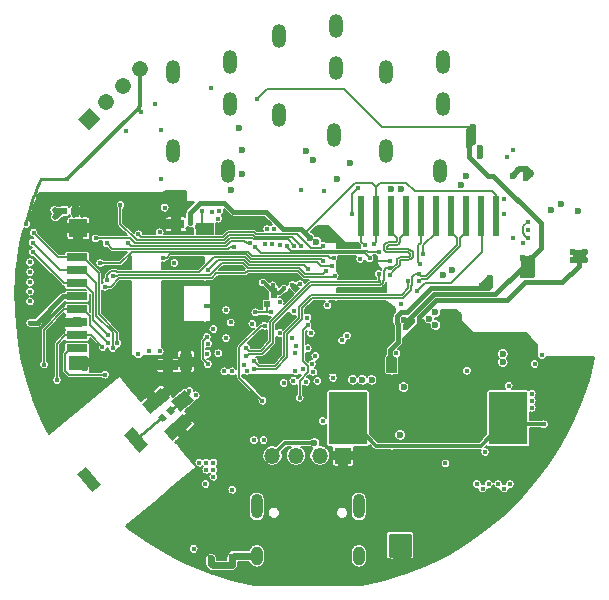
<source format=gbl>
G04 #@! TF.GenerationSoftware,KiCad,Pcbnew,5.1.5+dfsg1-2build2*
G04 #@! TF.CreationDate,2021-02-18T18:18:59+01:00*
G04 #@! TF.ProjectId,OtterCastAudioV2,4f747465-7243-4617-9374-417564696f56,rev?*
G04 #@! TF.SameCoordinates,Original*
G04 #@! TF.FileFunction,Copper,L4,Bot*
G04 #@! TF.FilePolarity,Positive*
%FSLAX46Y46*%
G04 Gerber Fmt 4.6, Leading zero omitted, Abs format (unit mm)*
G04 Created by KiCad (PCBNEW 5.1.5+dfsg1-2build2) date 2021-02-18 18:18:59*
%MOMM*%
%LPD*%
G04 APERTURE LIST*
%ADD10R,0.600000X3.500000*%
%ADD11R,3.280000X4.500000*%
%ADD12O,1.200000X2.000000*%
%ADD13R,0.500000X0.600000*%
%ADD14C,0.100000*%
%ADD15C,1.350000*%
%ADD16O,1.350000X1.350000*%
%ADD17R,1.350000X1.350000*%
%ADD18O,1.000000X2.100000*%
%ADD19O,1.000000X1.600000*%
%ADD20R,1.550000X1.000000*%
%ADD21R,1.500000X1.500000*%
%ADD22R,1.750000X0.700000*%
%ADD23R,1.400000X0.800000*%
%ADD24R,1.000000X1.450000*%
%ADD25R,1.500000X0.800000*%
%ADD26R,1.500000X1.300000*%
%ADD27R,0.600000X0.900000*%
%ADD28C,0.450000*%
%ADD29C,0.600000*%
%ADD30C,0.400000*%
%ADD31C,0.200000*%
%ADD32C,0.300000*%
%ADD33C,0.500000*%
%ADD34C,0.250000*%
%ADD35C,0.600000*%
%ADD36C,0.127000*%
%ADD37C,0.254000*%
G04 APERTURE END LIST*
D10*
X114645000Y-93100000D03*
X112105000Y-93100000D03*
X113375000Y-93100000D03*
X109565000Y-93100000D03*
X110835000Y-93100000D03*
X107025000Y-93100000D03*
X108295000Y-93100000D03*
X105755000Y-93100000D03*
X115915000Y-93100000D03*
X104485000Y-93100000D03*
D11*
X103400000Y-110250000D03*
X116950000Y-110250000D03*
D12*
X97580000Y-77900000D03*
X97580000Y-84600000D03*
X102200000Y-86300000D03*
X102420000Y-80600000D03*
X102420000Y-77000000D03*
X106580000Y-80950000D03*
X106580000Y-87650000D03*
X111200000Y-89350000D03*
X111420000Y-83650000D03*
X111420000Y-80050000D03*
X88580000Y-80950000D03*
X88580000Y-87650000D03*
X93200000Y-89350000D03*
X93420000Y-83650000D03*
X93420000Y-80050000D03*
D13*
X80320000Y-92700000D03*
X79380000Y-92700000D03*
G04 #@! TA.AperFunction,SMDPad,CuDef*
D14*
G36*
X87667910Y-110080213D02*
G01*
X87796467Y-110233422D01*
X85498334Y-112161785D01*
X85369777Y-112008576D01*
X87667910Y-110080213D01*
G37*
G04 #@! TD.AperFunction*
G04 #@! TA.AperFunction,SMDPad,CuDef*
G36*
X87677240Y-109811302D02*
G01*
X88062912Y-110270928D01*
X87679890Y-110592322D01*
X87294218Y-110132696D01*
X87677240Y-109811302D01*
G37*
G04 #@! TD.AperFunction*
G04 #@! TA.AperFunction,SMDPad,CuDef*
G36*
X85918043Y-109068252D02*
G01*
X87603341Y-107654119D01*
X88310407Y-108496768D01*
X86625109Y-109910901D01*
X85918043Y-109068252D01*
G37*
G04 #@! TD.AperFunction*
G04 #@! TA.AperFunction,SMDPad,CuDef*
G36*
X87782127Y-111289781D02*
G01*
X89467425Y-109875648D01*
X90174491Y-110718297D01*
X88489193Y-112132430D01*
X87782127Y-111289781D01*
G37*
G04 #@! TD.AperFunction*
G04 #@! TA.AperFunction,SMDPad,CuDef*
G36*
X85181951Y-110991314D02*
G01*
X86467526Y-112523403D01*
X85701481Y-113166190D01*
X84415906Y-111634101D01*
X85181951Y-110991314D01*
G37*
G04 #@! TD.AperFunction*
G04 #@! TA.AperFunction,SMDPad,CuDef*
G36*
X81718049Y-116508686D02*
G01*
X80432474Y-114976597D01*
X81198519Y-114333810D01*
X82484094Y-115865899D01*
X81718049Y-116508686D01*
G37*
G04 #@! TD.AperFunction*
G04 #@! TA.AperFunction,SMDPad,CuDef*
G36*
X90347050Y-108745932D02*
G01*
X89197984Y-109710114D01*
X88876590Y-109327091D01*
X88654437Y-109513500D01*
X88782994Y-109666709D01*
X88399972Y-109988102D01*
X88014300Y-109528476D01*
X88397322Y-109207082D01*
X88525879Y-109360291D01*
X88748032Y-109173882D01*
X88426638Y-108790860D01*
X89575705Y-107826679D01*
X90347050Y-108745932D01*
G37*
G04 #@! TD.AperFunction*
D15*
X85789751Y-80697272D02*
X85789751Y-80697272D01*
X84363250Y-82099091D02*
X84363250Y-82099091D01*
X82936750Y-83500909D02*
X82936750Y-83500909D01*
G04 #@! TA.AperFunction,ComponentPad*
D14*
G36*
X82464807Y-84911058D02*
G01*
X81501919Y-85857286D01*
X80555691Y-84894398D01*
X81518579Y-83948170D01*
X82464807Y-84911058D01*
G37*
G04 #@! TD.AperFunction*
D16*
X97000000Y-113400000D03*
X99000000Y-113400000D03*
X101000000Y-113400000D03*
D17*
X103000000Y-113400000D03*
D18*
X95680000Y-117715000D03*
X104320000Y-117715000D03*
D19*
X95680000Y-121895000D03*
X104320000Y-121895000D03*
D20*
X91250000Y-94225000D03*
D21*
X80575000Y-94175000D03*
D22*
X80450000Y-96625000D03*
X80450000Y-97725000D03*
X80450000Y-98825000D03*
X80450000Y-99925000D03*
X80450000Y-101025000D03*
X80450000Y-102125000D03*
X80450000Y-103225000D03*
D23*
X88825000Y-93825000D03*
D24*
X89675000Y-105450000D03*
D25*
X88175000Y-105775000D03*
D26*
X80575000Y-105525000D03*
D22*
X80450000Y-104325000D03*
D27*
X95600000Y-99600000D03*
X97100000Y-99600000D03*
G04 #@! TA.AperFunction,SMDPad,CuDef*
D14*
G36*
X98232305Y-99493431D02*
G01*
X98656569Y-99917695D01*
X98303015Y-100271249D01*
X97878751Y-99846985D01*
X98232305Y-99493431D01*
G37*
G04 #@! TD.AperFunction*
G04 #@! TA.AperFunction,SMDPad,CuDef*
G36*
X98896985Y-98828751D02*
G01*
X99321249Y-99253015D01*
X98967695Y-99606569D01*
X98543431Y-99182305D01*
X98896985Y-98828751D01*
G37*
G04 #@! TD.AperFunction*
D13*
X95580000Y-100600000D03*
X96520000Y-100600000D03*
D28*
X102880000Y-100614490D03*
D29*
X108400000Y-117050000D03*
X107200000Y-117050000D03*
X107200000Y-118250000D03*
X108400000Y-118250000D03*
D28*
X89040000Y-93790000D03*
D29*
X100600000Y-108450000D03*
X80875000Y-102125000D03*
X78250000Y-104300000D03*
X81150000Y-105200000D03*
X81150000Y-105950000D03*
D28*
X92700000Y-94175000D03*
X116625000Y-92925000D03*
X116625000Y-91675000D03*
D29*
X105150000Y-103750000D03*
X105150000Y-103050000D03*
X110700000Y-108800000D03*
X113000000Y-90500000D03*
X113400000Y-89725000D03*
X122440000Y-96850000D03*
X123440000Y-96150000D03*
X122440000Y-96150000D03*
X123440000Y-96850000D03*
X109440000Y-102650000D03*
X111450000Y-98150000D03*
X112200000Y-97700000D03*
X111700000Y-108800000D03*
X112700000Y-108800000D03*
X113700000Y-108800000D03*
X110700000Y-109800000D03*
X111700000Y-109800000D03*
X112700000Y-109800000D03*
X113700000Y-109800000D03*
X110700000Y-110800000D03*
X111700000Y-110800000D03*
X112700000Y-110800000D03*
X113700000Y-110800000D03*
X110700000Y-111800000D03*
X111700000Y-111800000D03*
X112700000Y-111800000D03*
X113700000Y-111800000D03*
D28*
X109100000Y-104850000D03*
X109800000Y-104850000D03*
X108500000Y-105150000D03*
X111050000Y-105700000D03*
X96195000Y-103555000D03*
X95562500Y-100312500D03*
X95537500Y-99637500D03*
X94237500Y-99637500D03*
X94250000Y-100950000D03*
D29*
X105225000Y-101350000D03*
D28*
X100100000Y-101050000D03*
D29*
X109200000Y-113250000D03*
X113675000Y-115350000D03*
X111800000Y-115350000D03*
X110700000Y-116700000D03*
X110000000Y-116700000D03*
X112500000Y-117450000D03*
X114400000Y-117900000D03*
X115000000Y-118550000D03*
X116400000Y-117850000D03*
X117700000Y-116800000D03*
X118000000Y-114000000D03*
X118000000Y-115000000D03*
X118000000Y-116000000D03*
X119000000Y-114000000D03*
X120000000Y-114000000D03*
X121250000Y-111500000D03*
X121250000Y-110500000D03*
X121250000Y-109500000D03*
X121250000Y-108500000D03*
X120500000Y-107500000D03*
X107250000Y-107300000D03*
X105300000Y-106190000D03*
X104600000Y-106190000D03*
X105300000Y-105150000D03*
X107050000Y-103300000D03*
X111950000Y-102850000D03*
X111950000Y-103850000D03*
X111950000Y-104850000D03*
X111550000Y-102050000D03*
X109900000Y-103300000D03*
X108950000Y-103300000D03*
X111550000Y-101350000D03*
X114050000Y-104675000D03*
X114900000Y-104675000D03*
X115750000Y-104675000D03*
X116500000Y-104000000D03*
X120500000Y-106500000D03*
X120450000Y-105500000D03*
X121500000Y-105500000D03*
X122500000Y-105500000D03*
X123500000Y-105520000D03*
X109200000Y-116150000D03*
X109200000Y-116950000D03*
X109200000Y-117800000D03*
X104350000Y-115425000D03*
D28*
X110350000Y-115225000D03*
D29*
X116450000Y-113050000D03*
X116450000Y-113950000D03*
X105225000Y-100660010D03*
X117890020Y-105325000D03*
D28*
X97325000Y-104200000D03*
X98150000Y-100070000D03*
X102149702Y-102227843D03*
X91400000Y-100749994D03*
X95200000Y-93400000D03*
X88750000Y-104000000D03*
X89975000Y-104025000D03*
X89350000Y-104000000D03*
X106920000Y-96930000D03*
X104180000Y-97370000D03*
X103480000Y-99414490D03*
X98670000Y-101720000D03*
X96189507Y-101873671D03*
X102850000Y-106590002D03*
X102214998Y-105125000D03*
D29*
X101584262Y-95057166D03*
D28*
X90560000Y-102965022D03*
X97679937Y-98789907D03*
X93658827Y-98378510D03*
X94368662Y-97581499D03*
X90139998Y-94500000D03*
X94273510Y-102262224D03*
D29*
X78250000Y-105350000D03*
X76900000Y-105825000D03*
X76890000Y-104755000D03*
X75825000Y-102050000D03*
X79350000Y-95325000D03*
X81150000Y-95400000D03*
X84825000Y-97275000D03*
X83800000Y-96425000D03*
X82025000Y-96525000D03*
X83725000Y-100200000D03*
X82825000Y-101150000D03*
X84600000Y-101350000D03*
X84600000Y-102600000D03*
X84675000Y-103850000D03*
X79175000Y-102125000D03*
X87875000Y-103675000D03*
X87850000Y-102075000D03*
X87925000Y-100450000D03*
D28*
X87825000Y-97450000D03*
X87825000Y-98800000D03*
X88630000Y-99375000D03*
X95900000Y-93800000D03*
D29*
X79120000Y-109970000D03*
X80220000Y-108970000D03*
X81320000Y-107970000D03*
X78020000Y-110970000D03*
X85400000Y-119600000D03*
X86500000Y-118600000D03*
X87600000Y-117600000D03*
X88700000Y-116600000D03*
X86000000Y-108000000D03*
X89300000Y-112000000D03*
X90400000Y-110200000D03*
X88400000Y-107800000D03*
X92700000Y-110500000D03*
X92700000Y-109200000D03*
X90800000Y-111800000D03*
X93600000Y-113500000D03*
X93100000Y-115600000D03*
D28*
X91600000Y-117050000D03*
D29*
X92100000Y-119000000D03*
X93700000Y-119000000D03*
X92400000Y-121100000D03*
X90790000Y-120610000D03*
X91130000Y-120050000D03*
X90400000Y-118700000D03*
X90500000Y-119700000D03*
X96000000Y-114900000D03*
X97300000Y-114500000D03*
X98300000Y-114500000D03*
X105100000Y-116200000D03*
X105600000Y-117200000D03*
X105600000Y-118300000D03*
X97400000Y-112100000D03*
X98600000Y-111600000D03*
D28*
X96550000Y-111000000D03*
X96600000Y-109200000D03*
X97210000Y-108290000D03*
X97580000Y-107720000D03*
X96298074Y-99753639D03*
X97580000Y-102330000D03*
X94550000Y-108800000D03*
X77275000Y-91900000D03*
X77300000Y-92950000D03*
X76800000Y-92950000D03*
X81600000Y-92400000D03*
X81100000Y-92700000D03*
X81600000Y-93050000D03*
X88570000Y-91830000D03*
X85200000Y-91250000D03*
D29*
X92800000Y-117050000D03*
D28*
X92800000Y-118250000D03*
D29*
X96820000Y-119120000D03*
X96800000Y-115980000D03*
X98640000Y-118970000D03*
X101370000Y-118990000D03*
X101380000Y-115060000D03*
X112500000Y-118250000D03*
X112500000Y-119000000D03*
X114000000Y-116900000D03*
X113750000Y-118400000D03*
X110350000Y-118200000D03*
X107300000Y-113300000D03*
D28*
X93636300Y-103548572D03*
D29*
X107000000Y-90810010D03*
X107925002Y-90810010D03*
D28*
X89975000Y-107950000D03*
X99850000Y-107150000D03*
D29*
X115400000Y-98375000D03*
D28*
X106900000Y-105225000D03*
X107260000Y-105550000D03*
X106900000Y-105875000D03*
X107275000Y-106200000D03*
X99959664Y-101723471D03*
X100249213Y-103027024D03*
X119200000Y-105650000D03*
X100800000Y-107100000D03*
D29*
X104600000Y-107000000D03*
X103800000Y-107000000D03*
X105400000Y-107000000D03*
D28*
X90025000Y-93150000D03*
D29*
X115425000Y-99039990D03*
X114700000Y-99039990D03*
D28*
X99013971Y-104123940D03*
D29*
X100160022Y-94950000D03*
D28*
X98674997Y-98974997D03*
X99325000Y-98875000D03*
X90024555Y-93699110D03*
X105640000Y-95500000D03*
D29*
X100720000Y-95290000D03*
D28*
X76156253Y-93790854D03*
X79640016Y-89970000D03*
X88690000Y-97100000D03*
X85850000Y-84300000D03*
X77050000Y-102180000D03*
X76490000Y-102180000D03*
X92000000Y-115200000D03*
X91400000Y-114600000D03*
D29*
X108100000Y-107600000D03*
D28*
X114800000Y-116200000D03*
X116600000Y-116200000D03*
X117100000Y-115800000D03*
X115300000Y-115800000D03*
X114300000Y-115800000D03*
X116100000Y-115800000D03*
X90800000Y-114000000D03*
X92000000Y-114600000D03*
X91400000Y-114000000D03*
X92000000Y-114000000D03*
D29*
X116500000Y-105500000D03*
X116500000Y-104800000D03*
X107800000Y-111650000D03*
D28*
X118950000Y-109350000D03*
X118950000Y-108750000D03*
X118950000Y-108150000D03*
X91325000Y-115800000D03*
D29*
X100550000Y-112325000D03*
D28*
X111650000Y-114075000D03*
X93600002Y-116300000D03*
D29*
X108400000Y-120400000D03*
X107200000Y-121600000D03*
X107200000Y-120400000D03*
X108400000Y-121600000D03*
X91799996Y-122100000D03*
X93600000Y-122000000D03*
D28*
X96550000Y-94225000D03*
X97100000Y-94225000D03*
X97600000Y-95600000D03*
X96975000Y-95525000D03*
X96350000Y-95500000D03*
D29*
X110250000Y-101800000D03*
X110800000Y-101250000D03*
X110800000Y-102350000D03*
D28*
X97609508Y-100409499D03*
X98829943Y-101183314D03*
X97020000Y-98990000D03*
X97994847Y-99252989D03*
X96177829Y-98750009D03*
X101250000Y-110475000D03*
X115000000Y-113100000D03*
X117000000Y-107500000D03*
X99975000Y-102375000D03*
X99300000Y-108500000D03*
D29*
X113950000Y-86850000D03*
X113950000Y-86200000D03*
X113950000Y-85550000D03*
X118950000Y-96700000D03*
X118950000Y-98100000D03*
X108175000Y-101900000D03*
X108326256Y-102542678D03*
X108821231Y-102047703D03*
X118250000Y-98100000D03*
X118250000Y-96700000D03*
D28*
X107500000Y-104750000D03*
X95425000Y-112100000D03*
X96250000Y-112100000D03*
X97956790Y-107256790D03*
X95650000Y-83200000D03*
X94825000Y-106225000D03*
X94625000Y-105725000D03*
X96850000Y-101275000D03*
X95550000Y-101275000D03*
X93600000Y-106275000D03*
X92925000Y-106275000D03*
X95298510Y-102250000D03*
X91526140Y-105641275D03*
X91470000Y-103358510D03*
D29*
X118500000Y-89150000D03*
X118500000Y-89900000D03*
X114550000Y-88050000D03*
X114550000Y-87400000D03*
X117325000Y-89725000D03*
X100400000Y-88400000D03*
X99800000Y-87600000D03*
X103600000Y-88600000D03*
X102500000Y-90000000D03*
X121400000Y-92100000D03*
X120600000Y-92600000D03*
X122900000Y-92700000D03*
X93500000Y-90900000D03*
X94400000Y-89600000D03*
X94400000Y-87520000D03*
X94200000Y-85700000D03*
D28*
X103775000Y-92974996D03*
X104228213Y-90778207D03*
X116889990Y-88100000D03*
X101350000Y-90975000D03*
X99400000Y-90950000D03*
X117350000Y-87547192D03*
X96332868Y-102415022D03*
X96150000Y-108750000D03*
X109765018Y-96325000D03*
X109515002Y-97150000D03*
X103950000Y-108250000D03*
X104750000Y-109600000D03*
X104000000Y-109750000D03*
X103400000Y-109750000D03*
X117400000Y-109110000D03*
X116500000Y-110350000D03*
X115965000Y-110370000D03*
X119975000Y-110750000D03*
X103450000Y-108250000D03*
X84600000Y-85900000D03*
X91900000Y-92800000D03*
X87025000Y-83600000D03*
X92500000Y-92700000D03*
X91000000Y-92700000D03*
X98925077Y-106251490D03*
X90625000Y-94010022D03*
X98935121Y-104678377D03*
X83875000Y-103875000D03*
X76775002Y-94540000D03*
X99981512Y-104313839D03*
X83473510Y-104309649D03*
X76695002Y-95370000D03*
X99602643Y-106037230D03*
X83050000Y-103175000D03*
X76705002Y-96200000D03*
X100631512Y-104963839D03*
X77650000Y-105700000D03*
X83050000Y-103850000D03*
X78750006Y-107000000D03*
X100351760Y-105656529D03*
X82610521Y-104200000D03*
X100425000Y-106310003D03*
X82825000Y-106560024D03*
X103300000Y-103240000D03*
X97610000Y-103010000D03*
X104410000Y-96750000D03*
X102880000Y-103660000D03*
X98685510Y-103430662D03*
X107870000Y-100570000D03*
X109399460Y-98021113D03*
X95450000Y-106050000D03*
X109399460Y-98598115D03*
X95431512Y-105386161D03*
X108450002Y-98611250D03*
X106931729Y-97554136D03*
X94781512Y-104963839D03*
X106931729Y-98131138D03*
X106005001Y-98024645D03*
X94781512Y-104313839D03*
X105220024Y-96700000D03*
X95548507Y-95785876D03*
X105993183Y-96169373D03*
X98217946Y-95663710D03*
X93469737Y-102130800D03*
X87600000Y-90000000D03*
X93080000Y-101070000D03*
X87593210Y-85843210D03*
X102125000Y-106825000D03*
X101649991Y-100697013D03*
X90325000Y-121300000D03*
X113456740Y-106215650D03*
X91800000Y-82300000D03*
X92000000Y-102700000D03*
X101999813Y-97321824D03*
X76459998Y-100350000D03*
X118594999Y-94305001D03*
X83007983Y-98580042D03*
X76459998Y-97860000D03*
X102173214Y-96690469D03*
X118200000Y-95400000D03*
X82400000Y-97100000D03*
X102265110Y-98183686D03*
X76459998Y-99520000D03*
X118600000Y-95000000D03*
X118600000Y-93600000D03*
X82800000Y-99100000D03*
X101509506Y-97809497D03*
X117324998Y-95024998D03*
X76459998Y-98715000D03*
X83500000Y-98200000D03*
X101300000Y-95625000D03*
X85650000Y-94675000D03*
X101285710Y-96938162D03*
X87750000Y-96650000D03*
X98850000Y-95655002D03*
X82025000Y-95025000D03*
X82950000Y-95425002D03*
X93726490Y-95739479D03*
X84775000Y-95425000D03*
X95125000Y-95419469D03*
X87870000Y-92410000D03*
X92390173Y-93349137D03*
X92409499Y-104740494D03*
X87450000Y-104576490D03*
X99990501Y-97590493D03*
X91575000Y-97700000D03*
X98772012Y-107074493D03*
X76464998Y-97030000D03*
X99450000Y-95655002D03*
X84131878Y-92184999D03*
X87450000Y-94500000D03*
X93059505Y-103440503D03*
X86550000Y-104575000D03*
X91536406Y-103919975D03*
X78600000Y-93200000D03*
X78550000Y-92600000D03*
X85650000Y-104825000D03*
X91498492Y-104776490D03*
X109225000Y-99450000D03*
X104804974Y-95600000D03*
X119800000Y-104900000D03*
X90500000Y-108300000D03*
D30*
X123289999Y-96500000D02*
X123251091Y-96461091D01*
X123290000Y-96850000D02*
X122975355Y-96849999D01*
X122975355Y-96849999D02*
X122590001Y-96850000D01*
X122590001Y-96850000D02*
X122590001Y-96300001D01*
X123290000Y-96850000D02*
X123290000Y-96300000D01*
X123290000Y-96142893D02*
X122590001Y-96142893D01*
X123251091Y-96461091D02*
X122625357Y-96461091D01*
D31*
X105255000Y-97370000D02*
X104180000Y-97370000D01*
X105695000Y-96930000D02*
X105255000Y-97370000D01*
X106920000Y-96930000D02*
X105695000Y-96930000D01*
D32*
X91400000Y-100749994D02*
X92149994Y-100749994D01*
D31*
X98150000Y-100000000D02*
X98267660Y-99882340D01*
X98150000Y-100070000D02*
X98150000Y-100000000D01*
D32*
X95753639Y-99753639D02*
X95600000Y-99600000D01*
X96298074Y-99753639D02*
X95753639Y-99753639D01*
X96121361Y-99753639D02*
X95562500Y-100312500D01*
X96298074Y-99753639D02*
X96121361Y-99753639D01*
X95537500Y-100287500D02*
X95562500Y-100312500D01*
X95537500Y-99637500D02*
X95537500Y-100287500D01*
D30*
X122940000Y-96885354D02*
X122940000Y-97350000D01*
X122975355Y-96849999D02*
X122940000Y-96885354D01*
X109440000Y-102225736D02*
X109440000Y-102650000D01*
X110882780Y-100270022D02*
X109440000Y-101712802D01*
X116829978Y-100270022D02*
X110882780Y-100270022D01*
X118350000Y-98750000D02*
X116829978Y-100270022D01*
X121540000Y-98750000D02*
X118350000Y-98750000D01*
X109440000Y-101712802D02*
X109440000Y-102225736D01*
X122940000Y-97350000D02*
X121540000Y-98750000D01*
D31*
X88597819Y-109430467D02*
X89386844Y-108768396D01*
X89386844Y-108768396D02*
X89975000Y-108180240D01*
X89975000Y-108180240D02*
X89975000Y-107950000D01*
D30*
X106975000Y-106075000D02*
X106975000Y-106075000D01*
D33*
X114700000Y-99039990D02*
X115425000Y-99039990D01*
X115400000Y-98375000D02*
X115400000Y-99014990D01*
X114735010Y-99039990D02*
X114700000Y-99039990D01*
X115400000Y-99014990D02*
X115425000Y-99039990D01*
X115400000Y-98375000D02*
X114735010Y-99039990D01*
D30*
X106964999Y-106064999D02*
X106975000Y-106075000D01*
X106964999Y-104493199D02*
X106964999Y-106064999D01*
X107660001Y-102260001D02*
X107660001Y-103798197D01*
X107550000Y-102150000D02*
X107660001Y-102260001D01*
X107550000Y-101625000D02*
X107550000Y-102150000D01*
X107925000Y-101250000D02*
X107550000Y-101625000D01*
X108425000Y-101250000D02*
X107925000Y-101250000D01*
X110425000Y-99250000D02*
X108425000Y-101250000D01*
X107660001Y-103798197D02*
X106964999Y-104493199D01*
X115425000Y-99039990D02*
X115214990Y-99250000D01*
X115214990Y-99250000D02*
X110425000Y-99250000D01*
X90025000Y-93698665D02*
X90024555Y-93699110D01*
X90025000Y-93150000D02*
X90025000Y-93698665D01*
D31*
X99275000Y-98875000D02*
X98932340Y-99217660D01*
X99325000Y-98875000D02*
X99275000Y-98875000D01*
X98689677Y-98974997D02*
X98932340Y-99217660D01*
X98674997Y-98974997D02*
X98689677Y-98974997D01*
D34*
X79610016Y-90000000D02*
X79640016Y-89970000D01*
X77346215Y-90057888D02*
X77372059Y-90000000D01*
X76156253Y-93790854D02*
X76074295Y-93708895D01*
X77372059Y-90000000D02*
X79610016Y-90000000D01*
X76271306Y-93000811D02*
X76361880Y-92700765D01*
X76074295Y-93708895D02*
X76101549Y-93604407D01*
X76101549Y-93604407D02*
X76184507Y-93302100D01*
X76656421Y-91807509D02*
X76762108Y-91512365D01*
X76184507Y-93302100D02*
X76271306Y-93000811D01*
X76554465Y-92104023D02*
X76656421Y-91807509D01*
X77101500Y-90635264D02*
X77222003Y-90345857D01*
X76456307Y-92401704D02*
X76554465Y-92104023D01*
X77222003Y-90345857D02*
X77346215Y-90057888D01*
X76361880Y-92700765D02*
X76456307Y-92401704D01*
X76762108Y-91512365D02*
X76871511Y-91218624D01*
X76871511Y-91218624D02*
X76984673Y-90926176D01*
X76984673Y-90926176D02*
X77101500Y-90635264D01*
D32*
X85789751Y-80697272D02*
X85789751Y-83820265D01*
X85580008Y-84030008D02*
X85850000Y-84300000D01*
X85789751Y-83820265D02*
X85580008Y-84030008D01*
X85580008Y-84030008D02*
X79640016Y-89970000D01*
D31*
X105800000Y-95340000D02*
X105800000Y-90640000D01*
X105640000Y-95500000D02*
X105800000Y-95340000D01*
X99800000Y-94500000D02*
X104000000Y-90300000D01*
X104000000Y-90300000D02*
X105460000Y-90300000D01*
X99800000Y-94600000D02*
X99800000Y-94500000D01*
X105460000Y-90300000D02*
X105800000Y-90640000D01*
X99810022Y-94600000D02*
X99800000Y-94600000D01*
X100160022Y-94950000D02*
X99810022Y-94600000D01*
D30*
X97856780Y-94189978D02*
X99400000Y-94189978D01*
X93700000Y-92800000D02*
X96466802Y-92800000D01*
X92925000Y-92025000D02*
X93700000Y-92800000D01*
X90831802Y-92025000D02*
X92925000Y-92025000D01*
X99400000Y-94189978D02*
X100160022Y-94950000D01*
X96466802Y-92800000D02*
X97856780Y-94189978D01*
X90025000Y-92831802D02*
X90831802Y-92025000D01*
X90025000Y-93150000D02*
X90025000Y-92831802D01*
D31*
X115915000Y-91315000D02*
X115915000Y-92826490D01*
X105800000Y-90640000D02*
X106140000Y-90300000D01*
X115630000Y-91030000D02*
X115915000Y-91315000D01*
X108300000Y-90300000D02*
X109030000Y-91030000D01*
X106140000Y-90300000D02*
X108300000Y-90300000D01*
X109030000Y-91030000D02*
X115630000Y-91030000D01*
D30*
X76490000Y-102180000D02*
X77140000Y-102180000D01*
X79305000Y-99925000D02*
X77050000Y-102180000D01*
X80450000Y-99925000D02*
X79305000Y-99925000D01*
D32*
X98075000Y-112325000D02*
X97000000Y-113400000D01*
X100550000Y-112325000D02*
X98075000Y-112325000D01*
D35*
X93705000Y-121895000D02*
X93600000Y-122000000D01*
X95680000Y-121895000D02*
X93705000Y-121895000D01*
X93600000Y-122645000D02*
X93600000Y-122000000D01*
X93545000Y-122700000D02*
X93600000Y-122645000D01*
X91799996Y-122574260D02*
X91925736Y-122700000D01*
X91925736Y-122700000D02*
X93545000Y-122700000D01*
X91799996Y-122100000D02*
X91799996Y-122574260D01*
D32*
X96250009Y-98750009D02*
X97100000Y-99600000D01*
X96177829Y-98750009D02*
X96250009Y-98750009D01*
X97020000Y-99520000D02*
X97100000Y-99600000D01*
X97020000Y-98990000D02*
X97020000Y-99520000D01*
X97647836Y-99600000D02*
X97100000Y-99600000D01*
X97994847Y-99252989D02*
X97647836Y-99600000D01*
D36*
X99300000Y-107050000D02*
X99300000Y-108500000D01*
X100000000Y-106350000D02*
X99300000Y-107050000D01*
X100000000Y-106229655D02*
X100000000Y-106350000D01*
X100001144Y-106228511D02*
X100000000Y-106229655D01*
X100001144Y-105845949D02*
X100001144Y-106228511D01*
X99550000Y-105394805D02*
X100001144Y-105845949D01*
X99550000Y-102800000D02*
X99550000Y-105394805D01*
X99975000Y-102375000D02*
X99550000Y-102800000D01*
D30*
X118950000Y-96700000D02*
X118950000Y-98100000D01*
X118250000Y-96700000D02*
X118250000Y-98100000D01*
X118600000Y-96750000D02*
X118600000Y-98100000D01*
X118550000Y-96700000D02*
X118600000Y-96750000D01*
X118600000Y-98100000D02*
X118950000Y-98100000D01*
X118250000Y-98100000D02*
X118600000Y-98100000D01*
X118950000Y-96700000D02*
X118550000Y-96700000D01*
X118550000Y-96700000D02*
X118250000Y-96700000D01*
D33*
X113650001Y-87149999D02*
X113950000Y-86850000D01*
X113650001Y-86499999D02*
X113950000Y-86200000D01*
X113650001Y-87149999D02*
X113650001Y-86499999D01*
X113950000Y-85550000D02*
X113950000Y-86850000D01*
X113650000Y-85850000D02*
X113950000Y-85550000D01*
X113650000Y-87250000D02*
X113650000Y-85850000D01*
D30*
X108326256Y-102542678D02*
X108821231Y-102047703D01*
X115839989Y-99760011D02*
X110664989Y-99760011D01*
X108326256Y-102118414D02*
X108326256Y-102542678D01*
X108326256Y-102098744D02*
X108326256Y-102118414D01*
X110664989Y-99760011D02*
X108326256Y-102098744D01*
X118200000Y-97400000D02*
X115839989Y-99760011D01*
D36*
X96510000Y-82340000D02*
X95650000Y-83200000D01*
X103090000Y-82340000D02*
X96510000Y-82340000D01*
X106300000Y-85550000D02*
X103090000Y-82340000D01*
X113950000Y-85550000D02*
X106300000Y-85550000D01*
D30*
X113650001Y-87149999D02*
X113650000Y-88150000D01*
X119700731Y-95799269D02*
X118200000Y-97300000D01*
X119700731Y-93745483D02*
X119700731Y-95799269D01*
X115705248Y-89750000D02*
X119700731Y-93745483D01*
X115250000Y-89750000D02*
X115705248Y-89750000D01*
X113650000Y-88150000D02*
X115250000Y-89750000D01*
D31*
X96475000Y-101275000D02*
X96520000Y-101230000D01*
X96850000Y-101275000D02*
X96475000Y-101275000D01*
X96520000Y-101230000D02*
X96520000Y-100600000D01*
X96475000Y-101275000D02*
X95550000Y-101275000D01*
D36*
X91526140Y-105641275D02*
X91099991Y-105215126D01*
X91099991Y-105215126D02*
X91099991Y-103728519D01*
X91099991Y-103728519D02*
X91245001Y-103583509D01*
X91245001Y-103583509D02*
X91470000Y-103358510D01*
D33*
X114550000Y-88050000D02*
X114550000Y-87400000D01*
X118850000Y-89550000D02*
X118500000Y-89900000D01*
X118850000Y-89500000D02*
X118500000Y-89150000D01*
X118500000Y-89900000D02*
X118500000Y-89150000D01*
X117900000Y-89150000D02*
X117325000Y-89725000D01*
X118500000Y-89150000D02*
X117900000Y-89150000D01*
D31*
X103775000Y-91231420D02*
X104228213Y-90778207D01*
X103775000Y-92974996D02*
X103775000Y-91231420D01*
D36*
X94200000Y-106800000D02*
X96150000Y-108750000D01*
X94200000Y-104250000D02*
X94200000Y-106800000D01*
X96034978Y-102415022D02*
X94200000Y-104250000D01*
X96332868Y-102415022D02*
X96034978Y-102415022D01*
X110835000Y-94540000D02*
X109765018Y-95609982D01*
X109765018Y-95609982D02*
X109765018Y-96325000D01*
X110835000Y-93100000D02*
X110835000Y-94540000D01*
X109350000Y-96984998D02*
X109515002Y-97150000D01*
X109350000Y-95600000D02*
X109350000Y-96984998D01*
X109565000Y-95385000D02*
X109350000Y-95600000D01*
X109565000Y-93100000D02*
X109565000Y-95385000D01*
D32*
X114630000Y-112580000D02*
X116960000Y-110250000D01*
X105780000Y-112580000D02*
X114630000Y-112580000D01*
X103450000Y-110250000D02*
X105780000Y-112580000D01*
X103440000Y-110250000D02*
X103450000Y-110250000D01*
X118300000Y-110750000D02*
X119975000Y-110750000D01*
X117800000Y-110250000D02*
X118300000Y-110750000D01*
X116960000Y-110250000D02*
X117800000Y-110250000D01*
D36*
X91025000Y-94225000D02*
X91250000Y-94225000D01*
X91000000Y-94200000D02*
X91025000Y-94225000D01*
X91000000Y-92700000D02*
X91000000Y-94200000D01*
X91035022Y-94010022D02*
X90943198Y-94010022D01*
X90943198Y-94010022D02*
X90625000Y-94010022D01*
X91250000Y-94225000D02*
X91035022Y-94010022D01*
X80975000Y-96625000D02*
X80450000Y-96625000D01*
X82275000Y-101450000D02*
X82275000Y-97925000D01*
X82275000Y-97925000D02*
X80975000Y-96625000D01*
X83875000Y-103050000D02*
X82275000Y-101450000D01*
X83875000Y-103875000D02*
X83875000Y-103050000D01*
X78860002Y-96625000D02*
X76775002Y-94540000D01*
X80450000Y-96625000D02*
X78860002Y-96625000D01*
X80975000Y-97725000D02*
X80450000Y-97725000D01*
X82037989Y-98787989D02*
X80975000Y-97725000D01*
X82037989Y-101548173D02*
X82037989Y-98787989D01*
X83473510Y-102983694D02*
X82037989Y-101548173D01*
X83473510Y-104309649D02*
X83473510Y-102983694D01*
X79050002Y-97725000D02*
X76695002Y-95370000D01*
X80450000Y-97725000D02*
X79050002Y-97725000D01*
X80975000Y-98825000D02*
X80450000Y-98825000D01*
X81800978Y-99650978D02*
X80975000Y-98825000D01*
X81800978Y-101925978D02*
X81800978Y-99650978D01*
X83050000Y-103175000D02*
X81800978Y-101925978D01*
X79330002Y-98825000D02*
X76705002Y-96200000D01*
X80450000Y-98825000D02*
X79330002Y-98825000D01*
X77650000Y-102750000D02*
X77650000Y-105700000D01*
X79375000Y-101025000D02*
X77650000Y-102750000D01*
X80450000Y-101025000D02*
X79375000Y-101025000D01*
X80975000Y-101025000D02*
X80450000Y-101025000D01*
X81563967Y-101613967D02*
X80975000Y-101025000D01*
X81563967Y-102363967D02*
X81563967Y-101613967D01*
X83050000Y-103850000D02*
X81563967Y-102363967D01*
X78750006Y-103922994D02*
X78750006Y-107000000D01*
X79448000Y-103225000D02*
X78750006Y-103922994D01*
X80450000Y-103225000D02*
X79448000Y-103225000D01*
X81625000Y-103225000D02*
X80450000Y-103225000D01*
X82600000Y-104200000D02*
X81625000Y-103225000D01*
X82610521Y-104200000D02*
X82600000Y-104200000D01*
X81139976Y-106560024D02*
X82825000Y-106560024D01*
X79448000Y-106223000D02*
X79785024Y-106560024D01*
X79785024Y-106560024D02*
X81139976Y-106560024D01*
X79448000Y-104802000D02*
X79448000Y-106223000D01*
X79925000Y-104325000D02*
X79448000Y-104802000D01*
X80450000Y-104325000D02*
X79925000Y-104325000D01*
X112613000Y-95587394D02*
X110017780Y-98182614D01*
X112613000Y-95008000D02*
X112613000Y-95587394D01*
X112105000Y-93100000D02*
X112105000Y-94500000D01*
X112105000Y-94500000D02*
X112613000Y-95008000D01*
X110017780Y-98182614D02*
X109560961Y-98182614D01*
X109560961Y-98182614D02*
X109399460Y-98021113D01*
X95841351Y-106050000D02*
X95450000Y-106050000D01*
X99537000Y-101842606D02*
X98257000Y-103122606D01*
X99537000Y-100902606D02*
X99537000Y-101842606D01*
X100372606Y-100067000D02*
X99537000Y-100902606D01*
X108850000Y-98275000D02*
X108850000Y-98975000D01*
X98257000Y-105092606D02*
X97299606Y-106050000D01*
X109399460Y-98021113D02*
X109103887Y-98021113D01*
X108062606Y-100067000D02*
X100372606Y-100067000D01*
X108770553Y-99359053D02*
X108062606Y-100067000D01*
X108770553Y-99041553D02*
X108770553Y-99359053D01*
X108837106Y-98975000D02*
X108770553Y-99041553D01*
X108850000Y-98975000D02*
X108837106Y-98975000D01*
X109103887Y-98021113D02*
X108850000Y-98275000D01*
X98257000Y-103122606D02*
X98257000Y-105092606D01*
X97299606Y-106050000D02*
X95841351Y-106050000D01*
X110122992Y-98436614D02*
X109560961Y-98436614D01*
X112867000Y-95692606D02*
X110122992Y-98436614D01*
X113375000Y-94500000D02*
X112867000Y-95008000D01*
X113375000Y-93100000D02*
X113375000Y-94500000D01*
X109560961Y-98436614D02*
X109399460Y-98598115D01*
X112867000Y-95008000D02*
X112867000Y-95692606D01*
X108450002Y-98611250D02*
X108450002Y-98989998D01*
X108450002Y-98989998D02*
X108450000Y-98990000D01*
X108450000Y-98990000D02*
X108450000Y-99002894D01*
X95841351Y-105796000D02*
X95431512Y-105386161D01*
X99283000Y-100797394D02*
X99283000Y-101737394D01*
X108450000Y-99002894D02*
X108516553Y-99069447D01*
X108516553Y-99253841D02*
X107957394Y-99813000D01*
X98020000Y-104970394D02*
X97194394Y-105796000D01*
X107957394Y-99813000D02*
X100267394Y-99813000D01*
X100267394Y-99813000D02*
X99283000Y-100797394D01*
X99283000Y-101737394D02*
X98020000Y-103000394D01*
X108516553Y-99069447D02*
X108516553Y-99253841D01*
X97194394Y-105796000D02*
X95841351Y-105796000D01*
X98020000Y-103000394D02*
X98020000Y-104970394D01*
X100292606Y-98997000D02*
X97087000Y-102202606D01*
X106931729Y-97554136D02*
X106613531Y-97554136D01*
X106425000Y-97742667D02*
X106425000Y-98537000D01*
X106613531Y-97554136D02*
X106425000Y-97742667D01*
X106425000Y-98537000D02*
X106342000Y-98620000D01*
X106122606Y-98997000D02*
X100292606Y-98997000D01*
X106342000Y-98620000D02*
X106342000Y-98777606D01*
X106342000Y-98777606D02*
X106122606Y-98997000D01*
X97087000Y-102202606D02*
X97087000Y-103832606D01*
X94979512Y-104765839D02*
X94781512Y-104963839D01*
X96153767Y-104765839D02*
X94979512Y-104765839D01*
X97087000Y-103832606D02*
X96153767Y-104765839D01*
X107620775Y-96707480D02*
X107572843Y-96783763D01*
X107760764Y-96595842D02*
X107684481Y-96643774D01*
X107845801Y-96566087D02*
X107760764Y-96595842D01*
X107935327Y-96556000D02*
X107845801Y-96566087D01*
X108487000Y-96556000D02*
X107935327Y-96556000D01*
X108525497Y-96551662D02*
X108487000Y-96556000D01*
X108594864Y-96518256D02*
X108562062Y-96538867D01*
X108622257Y-96490863D02*
X108594864Y-96518256D01*
X108660000Y-96383000D02*
X108655663Y-96421496D01*
X107543088Y-96868800D02*
X107533000Y-96958326D01*
X108655663Y-96344503D02*
X108660000Y-96383000D01*
X108642868Y-96307938D02*
X108655663Y-96344503D01*
X107149520Y-97554136D02*
X106931729Y-97554136D01*
X108622257Y-96275136D02*
X108642868Y-96307938D01*
X108594864Y-96247743D02*
X108622257Y-96275136D01*
X108562062Y-96227132D02*
X108594864Y-96247743D01*
X108525497Y-96214337D02*
X108562062Y-96227132D01*
X106718800Y-96199912D02*
X106808326Y-96210000D01*
X106557480Y-96122225D02*
X106633763Y-96170157D01*
X108642868Y-96458061D02*
X108622257Y-96490863D01*
X106493774Y-96058519D02*
X106557480Y-96122225D01*
X106445842Y-95982236D02*
X106493774Y-96058519D01*
X106406000Y-95807673D02*
X106416087Y-95897199D01*
X106445842Y-95583763D02*
X106416087Y-95668800D01*
X106493774Y-95507480D02*
X106445842Y-95583763D01*
X106416087Y-95668800D02*
X106406000Y-95758326D01*
X106718800Y-95366087D02*
X106633763Y-95395842D01*
X106808326Y-95356000D02*
X106718800Y-95366087D01*
X107360000Y-95356000D02*
X106808326Y-95356000D01*
X107435061Y-95338867D02*
X107398496Y-95351662D01*
X106633763Y-96170157D02*
X106718800Y-96199912D01*
X108655663Y-96421496D02*
X108642868Y-96458061D01*
X106416087Y-95897199D02*
X106445842Y-95982236D01*
X106808326Y-96210000D02*
X108487000Y-96210000D01*
X107533000Y-96958326D02*
X107533000Y-97170656D01*
X107467863Y-95318256D02*
X107435061Y-95338867D01*
X107515867Y-95258061D02*
X107495256Y-95290863D01*
X107572843Y-96783763D02*
X107543088Y-96868800D01*
X107398496Y-95351662D02*
X107360000Y-95356000D01*
X108487000Y-96210000D02*
X108525497Y-96214337D01*
X108562062Y-96538867D02*
X108525497Y-96551662D01*
X107025000Y-94500000D02*
X107533000Y-95008000D01*
X107533000Y-97170656D02*
X107149520Y-97554136D01*
X107025000Y-93100000D02*
X107025000Y-94500000D01*
X107533000Y-95183000D02*
X107528662Y-95221496D01*
X107684481Y-96643774D02*
X107620775Y-96707480D01*
X107533000Y-95008000D02*
X107533000Y-95183000D01*
X106406000Y-95758326D02*
X106406000Y-95807673D01*
X106633763Y-95395842D02*
X106557480Y-95443774D01*
X107528662Y-95221496D02*
X107515867Y-95258061D01*
X106557480Y-95443774D02*
X106493774Y-95507480D01*
X107495256Y-95290863D02*
X107467863Y-95318256D01*
X106088000Y-98672394D02*
X106017394Y-98743000D01*
X106017394Y-98743000D02*
X100187394Y-98743000D01*
X100187394Y-98743000D02*
X96833000Y-102097394D01*
X106005001Y-98024645D02*
X106005001Y-98537001D01*
X106005001Y-98537001D02*
X106088000Y-98620000D01*
X106088000Y-98620000D02*
X106088000Y-98672394D01*
X96833000Y-102097394D02*
X96833000Y-103727394D01*
X94979512Y-104511839D02*
X94781512Y-104313839D01*
X96048555Y-104511839D02*
X94979512Y-104511839D01*
X96833000Y-103727394D02*
X96048555Y-104511839D01*
X106725136Y-95647743D02*
X106697743Y-95675136D01*
X108903913Y-96268800D02*
X108914000Y-96358326D01*
X108511674Y-95956000D02*
X108601200Y-95966087D01*
X106833000Y-95956000D02*
X108511674Y-95956000D01*
X106757938Y-95938867D02*
X106794503Y-95951662D01*
X106697743Y-95890863D02*
X106725136Y-95918256D01*
X106677132Y-95858061D02*
X106697743Y-95890863D01*
X106660000Y-95783000D02*
X106664337Y-95821496D01*
X108762520Y-96722225D02*
X108686237Y-96770157D01*
X106664337Y-95744503D02*
X106660000Y-95783000D01*
X107787000Y-95008000D02*
X107787000Y-95207673D01*
X106697743Y-95675136D02*
X106677132Y-95707938D01*
X106757938Y-95627132D02*
X106725136Y-95647743D01*
X108826226Y-96658519D02*
X108762520Y-96722225D01*
X108914000Y-96358326D02*
X108914000Y-96407673D01*
X106664337Y-95821496D02*
X106677132Y-95858061D01*
X107474199Y-95599912D02*
X107384673Y-95610000D01*
X106725136Y-95918256D02*
X106757938Y-95938867D01*
X106677132Y-95707938D02*
X106664337Y-95744503D01*
X108295000Y-94500000D02*
X107787000Y-95008000D01*
X107635519Y-95522225D02*
X107559236Y-95570157D01*
X108903913Y-96497199D02*
X108874158Y-96582236D01*
X107384673Y-95610000D02*
X106833000Y-95610000D01*
X107787000Y-95207673D02*
X107776912Y-95297199D01*
X107747157Y-95382236D02*
X107699225Y-95458519D01*
X106794503Y-95951662D02*
X106833000Y-95956000D01*
X108686237Y-95995842D02*
X108762520Y-96043774D01*
X107852137Y-96847743D02*
X107824744Y-96875136D01*
X108295000Y-93100000D02*
X108295000Y-94500000D01*
X107559236Y-95570157D02*
X107474199Y-95599912D01*
X106794503Y-95614337D02*
X106757938Y-95627132D01*
X108914000Y-96407673D02*
X108903913Y-96497199D01*
X108762520Y-96043774D02*
X108826226Y-96107480D01*
X107804133Y-96907938D02*
X107791338Y-96944503D01*
X106833000Y-95610000D02*
X106794503Y-95614337D01*
X108826226Y-96107480D02*
X108874158Y-96183763D01*
X108874158Y-96183763D02*
X108903913Y-96268800D01*
X107824744Y-96875136D02*
X107804133Y-96907938D01*
X107791338Y-96944503D02*
X107787000Y-96983000D01*
X108874158Y-96582236D02*
X108826226Y-96658519D01*
X108686237Y-96770157D02*
X108601200Y-96799912D01*
X107787000Y-96983000D02*
X107787000Y-97275867D01*
X107776912Y-95297199D02*
X107747157Y-95382236D01*
X108601200Y-96799912D02*
X108511674Y-96810000D01*
X107699225Y-95458519D02*
X107635519Y-95522225D01*
X108511674Y-96810000D02*
X107960000Y-96810000D01*
X108601200Y-95966087D02*
X108686237Y-95995842D01*
X107960000Y-96810000D02*
X107921504Y-96814337D01*
X107921504Y-96814337D02*
X107884939Y-96827132D01*
X107884939Y-96827132D02*
X107852137Y-96847743D01*
X107787000Y-97275867D02*
X107329126Y-97733741D01*
X107329126Y-97733741D02*
X106931729Y-98131138D01*
X105220024Y-96700000D02*
X104810538Y-96290514D01*
X95773506Y-96010875D02*
X95548507Y-95785876D01*
X96053145Y-96290514D02*
X95773506Y-96010875D01*
X104810538Y-96290514D02*
X96053145Y-96290514D01*
X98607739Y-96053503D02*
X98442945Y-95888709D01*
X98442945Y-95888709D02*
X98217946Y-95663710D01*
X105003503Y-96053503D02*
X98607739Y-96053503D01*
X105119373Y-96169373D02*
X105003503Y-96053503D01*
X105993183Y-96169373D02*
X105119373Y-96169373D01*
X83007983Y-98102233D02*
X83007983Y-98261844D01*
X83007983Y-98261844D02*
X83007983Y-98580042D01*
X101628439Y-97375000D02*
X101150000Y-97375000D01*
X101999813Y-97321824D02*
X101681615Y-97321824D01*
X101681615Y-97321824D02*
X101628439Y-97375000D01*
X100800000Y-97025000D02*
X95114816Y-97025000D01*
X95114816Y-97025000D02*
X94715793Y-96625979D01*
X83308718Y-97801498D02*
X83007983Y-98102233D01*
X83877773Y-97887989D02*
X83791282Y-97801498D01*
X90812011Y-97887989D02*
X83877773Y-97887989D01*
X92074021Y-96625979D02*
X90812011Y-97887989D01*
X94715793Y-96625979D02*
X92074021Y-96625979D01*
X83791282Y-97801498D02*
X83308718Y-97801498D01*
X101150000Y-97375000D02*
X100800000Y-97025000D01*
X94898173Y-96137989D02*
X85087011Y-96137989D01*
X95298174Y-96537990D02*
X94898173Y-96137989D01*
X101702537Y-96537990D02*
X95298174Y-96537990D01*
X101855016Y-96690469D02*
X101702537Y-96537990D01*
X84125000Y-97100000D02*
X82400000Y-97100000D01*
X85087011Y-96137989D02*
X84125000Y-97100000D01*
X102173214Y-96690469D02*
X101855016Y-96690469D01*
X118375001Y-94775001D02*
X118600000Y-95000000D01*
X118600000Y-93600000D02*
X118196499Y-94003501D01*
X118196499Y-94003501D02*
X118196499Y-94596499D01*
X118196499Y-94596499D02*
X118375001Y-94775001D01*
X83300000Y-99100000D02*
X82800000Y-99100000D01*
X92244991Y-97980009D02*
X91850000Y-98375000D01*
X94694991Y-97980009D02*
X92244991Y-97980009D01*
X94925000Y-97750000D02*
X94694991Y-97980009D01*
X91850000Y-98375000D02*
X84025000Y-98375000D01*
X99696506Y-98271506D02*
X99175000Y-97750000D01*
X84025000Y-98375000D02*
X83300000Y-99100000D01*
X99175000Y-97750000D02*
X94925000Y-97750000D01*
X102177290Y-98271506D02*
X99696506Y-98271506D01*
X102265110Y-98183686D02*
X102177290Y-98271506D01*
X99794680Y-98034496D02*
X99273173Y-97512989D01*
X91725000Y-98125000D02*
X83893198Y-98125000D01*
X83893198Y-98125000D02*
X83818198Y-98200000D01*
X101509506Y-97809497D02*
X101284507Y-98034496D01*
X94932437Y-97512989D02*
X94519448Y-97100000D01*
X83818198Y-98200000D02*
X83500000Y-98200000D01*
X92750000Y-97100000D02*
X91725000Y-98125000D01*
X101284507Y-98034496D02*
X99794680Y-98034496D01*
X94519448Y-97100000D02*
X92750000Y-97100000D01*
X99273173Y-97512989D02*
X94932437Y-97512989D01*
X92850001Y-94899999D02*
X85874999Y-94899999D01*
X101300000Y-95625000D02*
X101125000Y-95800000D01*
X101125000Y-95800000D02*
X100225000Y-95800000D01*
X85874999Y-94899999D02*
X85650000Y-94675000D01*
X100225000Y-95800000D02*
X99052475Y-94627475D01*
X99052475Y-94627475D02*
X95593156Y-94627475D01*
X95593156Y-94627475D02*
X95479650Y-94513969D01*
X95479650Y-94513969D02*
X93236031Y-94513969D01*
X93236031Y-94513969D02*
X92850001Y-94899999D01*
X88068198Y-96650000D02*
X87750000Y-96650000D01*
X88343198Y-96375000D02*
X88068198Y-96650000D01*
X94800000Y-96375000D02*
X88343198Y-96375000D01*
X95200001Y-96775001D02*
X94800000Y-96375000D01*
X101122549Y-96775001D02*
X95200001Y-96775001D01*
X101285710Y-96938162D02*
X101122549Y-96775001D01*
X95283302Y-94987989D02*
X93432379Y-94987989D01*
X92993410Y-95426958D02*
X85376958Y-95426958D01*
X82343198Y-95025000D02*
X82025000Y-95025000D01*
X95396810Y-95101497D02*
X95283302Y-94987989D01*
X98850000Y-95655002D02*
X98296495Y-95101497D01*
X93432379Y-94987989D02*
X92993410Y-95426958D01*
X84975000Y-95025000D02*
X82343198Y-95025000D01*
X98296495Y-95101497D02*
X95396810Y-95101497D01*
X85376958Y-95426958D02*
X84975000Y-95025000D01*
X93408292Y-95739479D02*
X93726490Y-95739479D01*
X82950000Y-95425002D02*
X83425978Y-95900980D01*
X83425978Y-95900980D02*
X93246791Y-95900980D01*
X93246791Y-95900980D02*
X93408292Y-95739479D01*
X94622813Y-95235480D02*
X94806802Y-95419469D01*
X94806802Y-95419469D02*
X95125000Y-95419469D01*
X93520072Y-95235480D02*
X94622813Y-95235480D01*
X84775000Y-95425000D02*
X85013969Y-95663969D01*
X93091583Y-95663969D02*
X93520072Y-95235480D01*
X85013969Y-95663969D02*
X93091583Y-95663969D01*
X92412011Y-96862989D02*
X91799999Y-97475001D01*
X91799999Y-97475001D02*
X91575000Y-97700000D01*
X95017622Y-97262990D02*
X94617621Y-96862989D01*
X99990501Y-97590493D02*
X99662998Y-97262990D01*
X94617621Y-96862989D02*
X92412011Y-96862989D01*
X99662998Y-97262990D02*
X95017622Y-97262990D01*
X84131878Y-92503197D02*
X84131878Y-92184999D01*
X92895237Y-95189947D02*
X85489947Y-95189947D01*
X95381476Y-94750979D02*
X93334205Y-94750979D01*
X99450000Y-95655002D02*
X98659484Y-94864486D01*
X93334205Y-94750979D02*
X92895237Y-95189947D01*
X84131878Y-93831878D02*
X84131878Y-92503197D01*
X95494983Y-94864486D02*
X95381476Y-94750979D01*
X98659484Y-94864486D02*
X95494983Y-94864486D01*
X85489947Y-95189947D02*
X84131878Y-93831878D01*
D33*
X79100000Y-92700000D02*
X78600000Y-93200000D01*
X79380000Y-92700000D02*
X79100000Y-92700000D01*
X78650000Y-92700000D02*
X78550000Y-92600000D01*
X79380000Y-92700000D02*
X78650000Y-92700000D01*
D36*
X109875000Y-98800000D02*
X109225000Y-99450000D01*
X112092000Y-98800000D02*
X109875000Y-98800000D01*
X114700000Y-96192000D02*
X112092000Y-98800000D01*
X114700000Y-93100000D02*
X114700000Y-96192000D01*
D31*
X104485000Y-93655000D02*
X104485000Y-93100000D01*
X104390000Y-93750000D02*
X104485000Y-93655000D01*
D36*
X104485000Y-92915000D02*
X104485000Y-93100000D01*
X104500000Y-92900000D02*
X104485000Y-92915000D01*
X104500000Y-95295026D02*
X104500000Y-92900000D01*
X104804974Y-95600000D02*
X104500000Y-95295026D01*
G36*
X112936500Y-101426302D02*
G01*
X112936500Y-102000000D01*
X112937720Y-102012388D01*
X112941334Y-102024300D01*
X112947202Y-102035279D01*
X112955138Y-102044940D01*
X113955138Y-103043206D01*
X113964767Y-103051095D01*
X113975751Y-103056953D01*
X113987666Y-103060557D01*
X113999976Y-103061766D01*
X118473688Y-103063490D01*
X119436500Y-104026302D01*
X119436500Y-104696136D01*
X119431789Y-104703187D01*
X119400468Y-104778803D01*
X119384500Y-104859077D01*
X119384500Y-104940923D01*
X119400468Y-105021197D01*
X119431789Y-105096813D01*
X119477260Y-105164866D01*
X119535134Y-105222740D01*
X119603187Y-105268211D01*
X119678803Y-105299532D01*
X119759077Y-105315500D01*
X119840923Y-105315500D01*
X119921197Y-105299532D01*
X119996813Y-105268211D01*
X120064866Y-105222740D01*
X120122740Y-105164866D01*
X120168211Y-105096813D01*
X120182010Y-105063500D01*
X124258458Y-105063500D01*
X124243021Y-105153334D01*
X123763961Y-107039535D01*
X123138389Y-108882337D01*
X122370165Y-110670363D01*
X121464013Y-112392621D01*
X120425532Y-114038468D01*
X119261118Y-115597765D01*
X117977962Y-117060885D01*
X116583959Y-118418828D01*
X115087719Y-119663206D01*
X113498441Y-120786366D01*
X111825960Y-121781359D01*
X110080553Y-122642071D01*
X108273010Y-123363181D01*
X107188500Y-123699915D01*
X107188500Y-122190500D01*
X108800000Y-122190500D01*
X108837165Y-122186840D01*
X108872901Y-122175999D01*
X108905836Y-122158395D01*
X108934704Y-122134704D01*
X108958395Y-122105836D01*
X108975999Y-122072901D01*
X108986840Y-122037165D01*
X108990500Y-122000000D01*
X108990500Y-120000000D01*
X108986840Y-119962835D01*
X108975999Y-119927099D01*
X108958395Y-119894164D01*
X108934704Y-119865296D01*
X108905836Y-119841605D01*
X108872901Y-119824001D01*
X108837165Y-119813160D01*
X108800000Y-119809500D01*
X107188500Y-119809500D01*
X107188500Y-115759077D01*
X113884500Y-115759077D01*
X113884500Y-115840923D01*
X113900468Y-115921197D01*
X113931789Y-115996813D01*
X113977260Y-116064866D01*
X114035134Y-116122740D01*
X114103187Y-116168211D01*
X114178803Y-116199532D01*
X114259077Y-116215500D01*
X114340923Y-116215500D01*
X114384500Y-116206832D01*
X114384500Y-116240923D01*
X114400468Y-116321197D01*
X114431789Y-116396813D01*
X114477260Y-116464866D01*
X114535134Y-116522740D01*
X114603187Y-116568211D01*
X114678803Y-116599532D01*
X114759077Y-116615500D01*
X114840923Y-116615500D01*
X114921197Y-116599532D01*
X114996813Y-116568211D01*
X115064866Y-116522740D01*
X115122740Y-116464866D01*
X115168211Y-116396813D01*
X115199532Y-116321197D01*
X115215500Y-116240923D01*
X115215500Y-116206832D01*
X115259077Y-116215500D01*
X115340923Y-116215500D01*
X115421197Y-116199532D01*
X115496813Y-116168211D01*
X115564866Y-116122740D01*
X115622740Y-116064866D01*
X115668211Y-115996813D01*
X115699532Y-115921197D01*
X115700000Y-115918844D01*
X115700468Y-115921197D01*
X115731789Y-115996813D01*
X115777260Y-116064866D01*
X115835134Y-116122740D01*
X115903187Y-116168211D01*
X115978803Y-116199532D01*
X116059077Y-116215500D01*
X116140923Y-116215500D01*
X116184500Y-116206832D01*
X116184500Y-116240923D01*
X116200468Y-116321197D01*
X116231789Y-116396813D01*
X116277260Y-116464866D01*
X116335134Y-116522740D01*
X116403187Y-116568211D01*
X116478803Y-116599532D01*
X116559077Y-116615500D01*
X116640923Y-116615500D01*
X116721197Y-116599532D01*
X116796813Y-116568211D01*
X116864866Y-116522740D01*
X116922740Y-116464866D01*
X116968211Y-116396813D01*
X116999532Y-116321197D01*
X117015500Y-116240923D01*
X117015500Y-116206832D01*
X117059077Y-116215500D01*
X117140923Y-116215500D01*
X117221197Y-116199532D01*
X117296813Y-116168211D01*
X117364866Y-116122740D01*
X117422740Y-116064866D01*
X117468211Y-115996813D01*
X117499532Y-115921197D01*
X117515500Y-115840923D01*
X117515500Y-115759077D01*
X117499532Y-115678803D01*
X117468211Y-115603187D01*
X117422740Y-115535134D01*
X117364866Y-115477260D01*
X117296813Y-115431789D01*
X117221197Y-115400468D01*
X117140923Y-115384500D01*
X117059077Y-115384500D01*
X116978803Y-115400468D01*
X116903187Y-115431789D01*
X116835134Y-115477260D01*
X116777260Y-115535134D01*
X116731789Y-115603187D01*
X116700468Y-115678803D01*
X116684500Y-115759077D01*
X116684500Y-115793168D01*
X116640923Y-115784500D01*
X116559077Y-115784500D01*
X116515500Y-115793168D01*
X116515500Y-115759077D01*
X116499532Y-115678803D01*
X116468211Y-115603187D01*
X116422740Y-115535134D01*
X116364866Y-115477260D01*
X116296813Y-115431789D01*
X116221197Y-115400468D01*
X116140923Y-115384500D01*
X116059077Y-115384500D01*
X115978803Y-115400468D01*
X115903187Y-115431789D01*
X115835134Y-115477260D01*
X115777260Y-115535134D01*
X115731789Y-115603187D01*
X115700468Y-115678803D01*
X115700000Y-115681156D01*
X115699532Y-115678803D01*
X115668211Y-115603187D01*
X115622740Y-115535134D01*
X115564866Y-115477260D01*
X115496813Y-115431789D01*
X115421197Y-115400468D01*
X115340923Y-115384500D01*
X115259077Y-115384500D01*
X115178803Y-115400468D01*
X115103187Y-115431789D01*
X115035134Y-115477260D01*
X114977260Y-115535134D01*
X114931789Y-115603187D01*
X114900468Y-115678803D01*
X114884500Y-115759077D01*
X114884500Y-115793168D01*
X114840923Y-115784500D01*
X114759077Y-115784500D01*
X114715500Y-115793168D01*
X114715500Y-115759077D01*
X114699532Y-115678803D01*
X114668211Y-115603187D01*
X114622740Y-115535134D01*
X114564866Y-115477260D01*
X114496813Y-115431789D01*
X114421197Y-115400468D01*
X114340923Y-115384500D01*
X114259077Y-115384500D01*
X114178803Y-115400468D01*
X114103187Y-115431789D01*
X114035134Y-115477260D01*
X113977260Y-115535134D01*
X113931789Y-115603187D01*
X113900468Y-115678803D01*
X113884500Y-115759077D01*
X107188500Y-115759077D01*
X107188500Y-114034077D01*
X111234500Y-114034077D01*
X111234500Y-114115923D01*
X111250468Y-114196197D01*
X111281789Y-114271813D01*
X111327260Y-114339866D01*
X111385134Y-114397740D01*
X111453187Y-114443211D01*
X111528803Y-114474532D01*
X111609077Y-114490500D01*
X111690923Y-114490500D01*
X111771197Y-114474532D01*
X111846813Y-114443211D01*
X111914866Y-114397740D01*
X111972740Y-114339866D01*
X112018211Y-114271813D01*
X112049532Y-114196197D01*
X112065500Y-114115923D01*
X112065500Y-114034077D01*
X112049532Y-113953803D01*
X112018211Y-113878187D01*
X111972740Y-113810134D01*
X111914866Y-113752260D01*
X111846813Y-113706789D01*
X111771197Y-113675468D01*
X111690923Y-113659500D01*
X111609077Y-113659500D01*
X111528803Y-113675468D01*
X111453187Y-113706789D01*
X111385134Y-113752260D01*
X111327260Y-113810134D01*
X111281789Y-113878187D01*
X111250468Y-113953803D01*
X111234500Y-114034077D01*
X107188500Y-114034077D01*
X107188500Y-112920500D01*
X114613285Y-112920500D01*
X114624174Y-112921572D01*
X114600468Y-112978803D01*
X114584500Y-113059077D01*
X114584500Y-113140923D01*
X114600468Y-113221197D01*
X114631789Y-113296813D01*
X114677260Y-113364866D01*
X114735134Y-113422740D01*
X114803187Y-113468211D01*
X114878803Y-113499532D01*
X114959077Y-113515500D01*
X115040923Y-113515500D01*
X115121197Y-113499532D01*
X115196813Y-113468211D01*
X115264866Y-113422740D01*
X115322740Y-113364866D01*
X115368211Y-113296813D01*
X115399532Y-113221197D01*
X115415500Y-113140923D01*
X115415500Y-113059077D01*
X115399532Y-112978803D01*
X115368211Y-112903187D01*
X115322740Y-112835134D01*
X115264866Y-112777260D01*
X115196813Y-112731789D01*
X115121197Y-112700468D01*
X115040923Y-112684500D01*
X115007038Y-112684500D01*
X115129690Y-112561848D01*
X115133150Y-112573254D01*
X115150839Y-112606348D01*
X115174645Y-112635355D01*
X115203652Y-112659161D01*
X115236746Y-112676850D01*
X115272656Y-112687743D01*
X115310000Y-112691421D01*
X118590000Y-112691421D01*
X118627344Y-112687743D01*
X118663254Y-112676850D01*
X118696348Y-112659161D01*
X118725355Y-112635355D01*
X118749161Y-112606348D01*
X118766850Y-112573254D01*
X118777743Y-112537344D01*
X118781421Y-112500000D01*
X118781421Y-111090500D01*
X119736714Y-111090500D01*
X119778187Y-111118211D01*
X119853803Y-111149532D01*
X119934077Y-111165500D01*
X120015923Y-111165500D01*
X120096197Y-111149532D01*
X120171813Y-111118211D01*
X120239866Y-111072740D01*
X120297740Y-111014866D01*
X120343211Y-110946813D01*
X120374532Y-110871197D01*
X120390500Y-110790923D01*
X120390500Y-110709077D01*
X120374532Y-110628803D01*
X120343211Y-110553187D01*
X120297740Y-110485134D01*
X120239866Y-110427260D01*
X120171813Y-110381789D01*
X120096197Y-110350468D01*
X120015923Y-110334500D01*
X119934077Y-110334500D01*
X119853803Y-110350468D01*
X119778187Y-110381789D01*
X119736714Y-110409500D01*
X118781421Y-110409500D01*
X118781421Y-109729906D01*
X118828803Y-109749532D01*
X118909077Y-109765500D01*
X118990923Y-109765500D01*
X119071197Y-109749532D01*
X119146813Y-109718211D01*
X119214866Y-109672740D01*
X119272740Y-109614866D01*
X119318211Y-109546813D01*
X119349532Y-109471197D01*
X119365500Y-109390923D01*
X119365500Y-109309077D01*
X119349532Y-109228803D01*
X119318211Y-109153187D01*
X119272740Y-109085134D01*
X119237606Y-109050000D01*
X119272740Y-109014866D01*
X119318211Y-108946813D01*
X119349532Y-108871197D01*
X119365500Y-108790923D01*
X119365500Y-108709077D01*
X119349532Y-108628803D01*
X119318211Y-108553187D01*
X119272740Y-108485134D01*
X119237606Y-108450000D01*
X119272740Y-108414866D01*
X119318211Y-108346813D01*
X119349532Y-108271197D01*
X119365500Y-108190923D01*
X119365500Y-108109077D01*
X119349532Y-108028803D01*
X119318211Y-107953187D01*
X119272740Y-107885134D01*
X119214866Y-107827260D01*
X119146813Y-107781789D01*
X119071197Y-107750468D01*
X118990923Y-107734500D01*
X118909077Y-107734500D01*
X118828803Y-107750468D01*
X118753187Y-107781789D01*
X118685134Y-107827260D01*
X118680191Y-107832203D01*
X118663254Y-107823150D01*
X118627344Y-107812257D01*
X118590000Y-107808579D01*
X117279027Y-107808579D01*
X117322740Y-107764866D01*
X117368211Y-107696813D01*
X117399532Y-107621197D01*
X117415500Y-107540923D01*
X117415500Y-107459077D01*
X117399532Y-107378803D01*
X117368211Y-107303187D01*
X117322740Y-107235134D01*
X117264866Y-107177260D01*
X117196813Y-107131789D01*
X117121197Y-107100468D01*
X117040923Y-107084500D01*
X116959077Y-107084500D01*
X116878803Y-107100468D01*
X116803187Y-107131789D01*
X116735134Y-107177260D01*
X116677260Y-107235134D01*
X116631789Y-107303187D01*
X116600468Y-107378803D01*
X116584500Y-107459077D01*
X116584500Y-107540923D01*
X116600468Y-107621197D01*
X116631789Y-107696813D01*
X116677260Y-107764866D01*
X116720973Y-107808579D01*
X115310000Y-107808579D01*
X115272656Y-107812257D01*
X115236746Y-107823150D01*
X115203652Y-107840839D01*
X115174645Y-107864645D01*
X115150839Y-107893652D01*
X115133150Y-107926746D01*
X115122257Y-107962656D01*
X115118579Y-108000000D01*
X115118579Y-111609882D01*
X114488962Y-112239500D01*
X107188500Y-112239500D01*
X107188500Y-111601690D01*
X107309500Y-111601690D01*
X107309500Y-111698310D01*
X107328350Y-111793073D01*
X107365325Y-111882339D01*
X107419004Y-111962675D01*
X107487325Y-112030996D01*
X107567661Y-112084675D01*
X107656927Y-112121650D01*
X107751690Y-112140500D01*
X107848310Y-112140500D01*
X107943073Y-112121650D01*
X108032339Y-112084675D01*
X108112675Y-112030996D01*
X108180996Y-111962675D01*
X108234675Y-111882339D01*
X108271650Y-111793073D01*
X108290500Y-111698310D01*
X108290500Y-111601690D01*
X108271650Y-111506927D01*
X108234675Y-111417661D01*
X108180996Y-111337325D01*
X108112675Y-111269004D01*
X108032339Y-111215325D01*
X107943073Y-111178350D01*
X107848310Y-111159500D01*
X107751690Y-111159500D01*
X107656927Y-111178350D01*
X107567661Y-111215325D01*
X107487325Y-111269004D01*
X107419004Y-111337325D01*
X107365325Y-111417661D01*
X107328350Y-111506927D01*
X107309500Y-111601690D01*
X107188500Y-111601690D01*
X107188500Y-107551690D01*
X107609500Y-107551690D01*
X107609500Y-107648310D01*
X107628350Y-107743073D01*
X107665325Y-107832339D01*
X107719004Y-107912675D01*
X107787325Y-107980996D01*
X107867661Y-108034675D01*
X107956927Y-108071650D01*
X108051690Y-108090500D01*
X108148310Y-108090500D01*
X108243073Y-108071650D01*
X108332339Y-108034675D01*
X108412675Y-107980996D01*
X108480996Y-107912675D01*
X108534675Y-107832339D01*
X108571650Y-107743073D01*
X108590500Y-107648310D01*
X108590500Y-107551690D01*
X108571650Y-107456927D01*
X108534675Y-107367661D01*
X108480996Y-107287325D01*
X108412675Y-107219004D01*
X108332339Y-107165325D01*
X108243073Y-107128350D01*
X108148310Y-107109500D01*
X108051690Y-107109500D01*
X107956927Y-107128350D01*
X107867661Y-107165325D01*
X107787325Y-107219004D01*
X107719004Y-107287325D01*
X107665325Y-107367661D01*
X107628350Y-107456927D01*
X107609500Y-107551690D01*
X107188500Y-107551690D01*
X107188500Y-106615500D01*
X107500000Y-106615500D01*
X107537165Y-106611840D01*
X107572901Y-106600999D01*
X107605836Y-106583395D01*
X107634704Y-106559704D01*
X107658395Y-106530836D01*
X107675999Y-106497901D01*
X107686840Y-106462165D01*
X107690500Y-106425000D01*
X107690500Y-106174727D01*
X113041240Y-106174727D01*
X113041240Y-106256573D01*
X113057208Y-106336847D01*
X113088529Y-106412463D01*
X113134000Y-106480516D01*
X113191874Y-106538390D01*
X113259927Y-106583861D01*
X113335543Y-106615182D01*
X113415817Y-106631150D01*
X113497663Y-106631150D01*
X113577937Y-106615182D01*
X113653553Y-106583861D01*
X113721606Y-106538390D01*
X113779480Y-106480516D01*
X113824951Y-106412463D01*
X113856272Y-106336847D01*
X113872240Y-106256573D01*
X113872240Y-106174727D01*
X113856272Y-106094453D01*
X113824951Y-106018837D01*
X113779480Y-105950784D01*
X113721606Y-105892910D01*
X113653553Y-105847439D01*
X113577937Y-105816118D01*
X113497663Y-105800150D01*
X113415817Y-105800150D01*
X113335543Y-105816118D01*
X113259927Y-105847439D01*
X113191874Y-105892910D01*
X113134000Y-105950784D01*
X113088529Y-106018837D01*
X113057208Y-106094453D01*
X113041240Y-106174727D01*
X107690500Y-106174727D01*
X107690500Y-105120826D01*
X107696813Y-105118211D01*
X107764866Y-105072740D01*
X107822740Y-105014866D01*
X107868211Y-104946813D01*
X107899532Y-104871197D01*
X107915500Y-104790923D01*
X107915500Y-104751690D01*
X116009500Y-104751690D01*
X116009500Y-104848310D01*
X116028350Y-104943073D01*
X116065325Y-105032339D01*
X116119004Y-105112675D01*
X116156329Y-105150000D01*
X116119004Y-105187325D01*
X116065325Y-105267661D01*
X116028350Y-105356927D01*
X116009500Y-105451690D01*
X116009500Y-105548310D01*
X116028350Y-105643073D01*
X116065325Y-105732339D01*
X116119004Y-105812675D01*
X116187325Y-105880996D01*
X116267661Y-105934675D01*
X116356927Y-105971650D01*
X116451690Y-105990500D01*
X116548310Y-105990500D01*
X116643073Y-105971650D01*
X116732339Y-105934675D01*
X116812675Y-105880996D01*
X116880996Y-105812675D01*
X116934675Y-105732339D01*
X116971650Y-105643073D01*
X116978412Y-105609077D01*
X118784500Y-105609077D01*
X118784500Y-105690923D01*
X118800468Y-105771197D01*
X118831789Y-105846813D01*
X118877260Y-105914866D01*
X118935134Y-105972740D01*
X119003187Y-106018211D01*
X119078803Y-106049532D01*
X119159077Y-106065500D01*
X119240923Y-106065500D01*
X119321197Y-106049532D01*
X119396813Y-106018211D01*
X119464866Y-105972740D01*
X119522740Y-105914866D01*
X119568211Y-105846813D01*
X119599532Y-105771197D01*
X119615500Y-105690923D01*
X119615500Y-105609077D01*
X119599532Y-105528803D01*
X119568211Y-105453187D01*
X119522740Y-105385134D01*
X119464866Y-105327260D01*
X119396813Y-105281789D01*
X119321197Y-105250468D01*
X119240923Y-105234500D01*
X119159077Y-105234500D01*
X119078803Y-105250468D01*
X119003187Y-105281789D01*
X118935134Y-105327260D01*
X118877260Y-105385134D01*
X118831789Y-105453187D01*
X118800468Y-105528803D01*
X118784500Y-105609077D01*
X116978412Y-105609077D01*
X116990500Y-105548310D01*
X116990500Y-105451690D01*
X116971650Y-105356927D01*
X116934675Y-105267661D01*
X116880996Y-105187325D01*
X116843671Y-105150000D01*
X116880996Y-105112675D01*
X116934675Y-105032339D01*
X116971650Y-104943073D01*
X116990500Y-104848310D01*
X116990500Y-104751690D01*
X116971650Y-104656927D01*
X116934675Y-104567661D01*
X116880996Y-104487325D01*
X116812675Y-104419004D01*
X116732339Y-104365325D01*
X116643073Y-104328350D01*
X116548310Y-104309500D01*
X116451690Y-104309500D01*
X116356927Y-104328350D01*
X116267661Y-104365325D01*
X116187325Y-104419004D01*
X116119004Y-104487325D01*
X116065325Y-104567661D01*
X116028350Y-104656927D01*
X116009500Y-104751690D01*
X107915500Y-104751690D01*
X107915500Y-104709077D01*
X107899532Y-104628803D01*
X107868211Y-104553187D01*
X107822740Y-104485134D01*
X107764866Y-104427260D01*
X107696813Y-104381789D01*
X107648621Y-104361827D01*
X107922561Y-104087887D01*
X107937462Y-104075658D01*
X107986261Y-104016197D01*
X108022521Y-103948358D01*
X108032850Y-103914307D01*
X108044850Y-103874749D01*
X108046394Y-103859074D01*
X108050501Y-103817375D01*
X108050501Y-103817369D01*
X108052389Y-103798198D01*
X108050501Y-103779027D01*
X108050501Y-103539301D01*
X109759500Y-101830302D01*
X109759500Y-101848310D01*
X109778350Y-101943073D01*
X109815325Y-102032339D01*
X109869004Y-102112675D01*
X109937325Y-102180996D01*
X110017661Y-102234675D01*
X110106927Y-102271650D01*
X110201690Y-102290500D01*
X110298310Y-102290500D01*
X110312279Y-102287721D01*
X110309500Y-102301690D01*
X110309500Y-102398310D01*
X110328350Y-102493073D01*
X110365325Y-102582339D01*
X110419004Y-102662675D01*
X110487325Y-102730996D01*
X110567661Y-102784675D01*
X110656927Y-102821650D01*
X110751690Y-102840500D01*
X110848310Y-102840500D01*
X110943073Y-102821650D01*
X111032339Y-102784675D01*
X111112675Y-102730996D01*
X111180996Y-102662675D01*
X111234675Y-102582339D01*
X111271650Y-102493073D01*
X111290500Y-102398310D01*
X111290500Y-102301690D01*
X111271650Y-102206927D01*
X111234675Y-102117661D01*
X111180996Y-102037325D01*
X111112675Y-101969004D01*
X111032339Y-101915325D01*
X110943073Y-101878350D01*
X110848310Y-101859500D01*
X110751690Y-101859500D01*
X110737721Y-101862279D01*
X110740500Y-101848310D01*
X110740500Y-101751690D01*
X110737721Y-101737721D01*
X110751690Y-101740500D01*
X110848310Y-101740500D01*
X110943073Y-101721650D01*
X111032339Y-101684675D01*
X111112675Y-101630996D01*
X111180996Y-101562675D01*
X111234675Y-101482339D01*
X111271650Y-101393073D01*
X111290500Y-101298310D01*
X111290500Y-101201690D01*
X111271650Y-101106927D01*
X111253662Y-101063500D01*
X112573698Y-101063500D01*
X112936500Y-101426302D01*
G37*
X112936500Y-101426302D02*
X112936500Y-102000000D01*
X112937720Y-102012388D01*
X112941334Y-102024300D01*
X112947202Y-102035279D01*
X112955138Y-102044940D01*
X113955138Y-103043206D01*
X113964767Y-103051095D01*
X113975751Y-103056953D01*
X113987666Y-103060557D01*
X113999976Y-103061766D01*
X118473688Y-103063490D01*
X119436500Y-104026302D01*
X119436500Y-104696136D01*
X119431789Y-104703187D01*
X119400468Y-104778803D01*
X119384500Y-104859077D01*
X119384500Y-104940923D01*
X119400468Y-105021197D01*
X119431789Y-105096813D01*
X119477260Y-105164866D01*
X119535134Y-105222740D01*
X119603187Y-105268211D01*
X119678803Y-105299532D01*
X119759077Y-105315500D01*
X119840923Y-105315500D01*
X119921197Y-105299532D01*
X119996813Y-105268211D01*
X120064866Y-105222740D01*
X120122740Y-105164866D01*
X120168211Y-105096813D01*
X120182010Y-105063500D01*
X124258458Y-105063500D01*
X124243021Y-105153334D01*
X123763961Y-107039535D01*
X123138389Y-108882337D01*
X122370165Y-110670363D01*
X121464013Y-112392621D01*
X120425532Y-114038468D01*
X119261118Y-115597765D01*
X117977962Y-117060885D01*
X116583959Y-118418828D01*
X115087719Y-119663206D01*
X113498441Y-120786366D01*
X111825960Y-121781359D01*
X110080553Y-122642071D01*
X108273010Y-123363181D01*
X107188500Y-123699915D01*
X107188500Y-122190500D01*
X108800000Y-122190500D01*
X108837165Y-122186840D01*
X108872901Y-122175999D01*
X108905836Y-122158395D01*
X108934704Y-122134704D01*
X108958395Y-122105836D01*
X108975999Y-122072901D01*
X108986840Y-122037165D01*
X108990500Y-122000000D01*
X108990500Y-120000000D01*
X108986840Y-119962835D01*
X108975999Y-119927099D01*
X108958395Y-119894164D01*
X108934704Y-119865296D01*
X108905836Y-119841605D01*
X108872901Y-119824001D01*
X108837165Y-119813160D01*
X108800000Y-119809500D01*
X107188500Y-119809500D01*
X107188500Y-115759077D01*
X113884500Y-115759077D01*
X113884500Y-115840923D01*
X113900468Y-115921197D01*
X113931789Y-115996813D01*
X113977260Y-116064866D01*
X114035134Y-116122740D01*
X114103187Y-116168211D01*
X114178803Y-116199532D01*
X114259077Y-116215500D01*
X114340923Y-116215500D01*
X114384500Y-116206832D01*
X114384500Y-116240923D01*
X114400468Y-116321197D01*
X114431789Y-116396813D01*
X114477260Y-116464866D01*
X114535134Y-116522740D01*
X114603187Y-116568211D01*
X114678803Y-116599532D01*
X114759077Y-116615500D01*
X114840923Y-116615500D01*
X114921197Y-116599532D01*
X114996813Y-116568211D01*
X115064866Y-116522740D01*
X115122740Y-116464866D01*
X115168211Y-116396813D01*
X115199532Y-116321197D01*
X115215500Y-116240923D01*
X115215500Y-116206832D01*
X115259077Y-116215500D01*
X115340923Y-116215500D01*
X115421197Y-116199532D01*
X115496813Y-116168211D01*
X115564866Y-116122740D01*
X115622740Y-116064866D01*
X115668211Y-115996813D01*
X115699532Y-115921197D01*
X115700000Y-115918844D01*
X115700468Y-115921197D01*
X115731789Y-115996813D01*
X115777260Y-116064866D01*
X115835134Y-116122740D01*
X115903187Y-116168211D01*
X115978803Y-116199532D01*
X116059077Y-116215500D01*
X116140923Y-116215500D01*
X116184500Y-116206832D01*
X116184500Y-116240923D01*
X116200468Y-116321197D01*
X116231789Y-116396813D01*
X116277260Y-116464866D01*
X116335134Y-116522740D01*
X116403187Y-116568211D01*
X116478803Y-116599532D01*
X116559077Y-116615500D01*
X116640923Y-116615500D01*
X116721197Y-116599532D01*
X116796813Y-116568211D01*
X116864866Y-116522740D01*
X116922740Y-116464866D01*
X116968211Y-116396813D01*
X116999532Y-116321197D01*
X117015500Y-116240923D01*
X117015500Y-116206832D01*
X117059077Y-116215500D01*
X117140923Y-116215500D01*
X117221197Y-116199532D01*
X117296813Y-116168211D01*
X117364866Y-116122740D01*
X117422740Y-116064866D01*
X117468211Y-115996813D01*
X117499532Y-115921197D01*
X117515500Y-115840923D01*
X117515500Y-115759077D01*
X117499532Y-115678803D01*
X117468211Y-115603187D01*
X117422740Y-115535134D01*
X117364866Y-115477260D01*
X117296813Y-115431789D01*
X117221197Y-115400468D01*
X117140923Y-115384500D01*
X117059077Y-115384500D01*
X116978803Y-115400468D01*
X116903187Y-115431789D01*
X116835134Y-115477260D01*
X116777260Y-115535134D01*
X116731789Y-115603187D01*
X116700468Y-115678803D01*
X116684500Y-115759077D01*
X116684500Y-115793168D01*
X116640923Y-115784500D01*
X116559077Y-115784500D01*
X116515500Y-115793168D01*
X116515500Y-115759077D01*
X116499532Y-115678803D01*
X116468211Y-115603187D01*
X116422740Y-115535134D01*
X116364866Y-115477260D01*
X116296813Y-115431789D01*
X116221197Y-115400468D01*
X116140923Y-115384500D01*
X116059077Y-115384500D01*
X115978803Y-115400468D01*
X115903187Y-115431789D01*
X115835134Y-115477260D01*
X115777260Y-115535134D01*
X115731789Y-115603187D01*
X115700468Y-115678803D01*
X115700000Y-115681156D01*
X115699532Y-115678803D01*
X115668211Y-115603187D01*
X115622740Y-115535134D01*
X115564866Y-115477260D01*
X115496813Y-115431789D01*
X115421197Y-115400468D01*
X115340923Y-115384500D01*
X115259077Y-115384500D01*
X115178803Y-115400468D01*
X115103187Y-115431789D01*
X115035134Y-115477260D01*
X114977260Y-115535134D01*
X114931789Y-115603187D01*
X114900468Y-115678803D01*
X114884500Y-115759077D01*
X114884500Y-115793168D01*
X114840923Y-115784500D01*
X114759077Y-115784500D01*
X114715500Y-115793168D01*
X114715500Y-115759077D01*
X114699532Y-115678803D01*
X114668211Y-115603187D01*
X114622740Y-115535134D01*
X114564866Y-115477260D01*
X114496813Y-115431789D01*
X114421197Y-115400468D01*
X114340923Y-115384500D01*
X114259077Y-115384500D01*
X114178803Y-115400468D01*
X114103187Y-115431789D01*
X114035134Y-115477260D01*
X113977260Y-115535134D01*
X113931789Y-115603187D01*
X113900468Y-115678803D01*
X113884500Y-115759077D01*
X107188500Y-115759077D01*
X107188500Y-114034077D01*
X111234500Y-114034077D01*
X111234500Y-114115923D01*
X111250468Y-114196197D01*
X111281789Y-114271813D01*
X111327260Y-114339866D01*
X111385134Y-114397740D01*
X111453187Y-114443211D01*
X111528803Y-114474532D01*
X111609077Y-114490500D01*
X111690923Y-114490500D01*
X111771197Y-114474532D01*
X111846813Y-114443211D01*
X111914866Y-114397740D01*
X111972740Y-114339866D01*
X112018211Y-114271813D01*
X112049532Y-114196197D01*
X112065500Y-114115923D01*
X112065500Y-114034077D01*
X112049532Y-113953803D01*
X112018211Y-113878187D01*
X111972740Y-113810134D01*
X111914866Y-113752260D01*
X111846813Y-113706789D01*
X111771197Y-113675468D01*
X111690923Y-113659500D01*
X111609077Y-113659500D01*
X111528803Y-113675468D01*
X111453187Y-113706789D01*
X111385134Y-113752260D01*
X111327260Y-113810134D01*
X111281789Y-113878187D01*
X111250468Y-113953803D01*
X111234500Y-114034077D01*
X107188500Y-114034077D01*
X107188500Y-112920500D01*
X114613285Y-112920500D01*
X114624174Y-112921572D01*
X114600468Y-112978803D01*
X114584500Y-113059077D01*
X114584500Y-113140923D01*
X114600468Y-113221197D01*
X114631789Y-113296813D01*
X114677260Y-113364866D01*
X114735134Y-113422740D01*
X114803187Y-113468211D01*
X114878803Y-113499532D01*
X114959077Y-113515500D01*
X115040923Y-113515500D01*
X115121197Y-113499532D01*
X115196813Y-113468211D01*
X115264866Y-113422740D01*
X115322740Y-113364866D01*
X115368211Y-113296813D01*
X115399532Y-113221197D01*
X115415500Y-113140923D01*
X115415500Y-113059077D01*
X115399532Y-112978803D01*
X115368211Y-112903187D01*
X115322740Y-112835134D01*
X115264866Y-112777260D01*
X115196813Y-112731789D01*
X115121197Y-112700468D01*
X115040923Y-112684500D01*
X115007038Y-112684500D01*
X115129690Y-112561848D01*
X115133150Y-112573254D01*
X115150839Y-112606348D01*
X115174645Y-112635355D01*
X115203652Y-112659161D01*
X115236746Y-112676850D01*
X115272656Y-112687743D01*
X115310000Y-112691421D01*
X118590000Y-112691421D01*
X118627344Y-112687743D01*
X118663254Y-112676850D01*
X118696348Y-112659161D01*
X118725355Y-112635355D01*
X118749161Y-112606348D01*
X118766850Y-112573254D01*
X118777743Y-112537344D01*
X118781421Y-112500000D01*
X118781421Y-111090500D01*
X119736714Y-111090500D01*
X119778187Y-111118211D01*
X119853803Y-111149532D01*
X119934077Y-111165500D01*
X120015923Y-111165500D01*
X120096197Y-111149532D01*
X120171813Y-111118211D01*
X120239866Y-111072740D01*
X120297740Y-111014866D01*
X120343211Y-110946813D01*
X120374532Y-110871197D01*
X120390500Y-110790923D01*
X120390500Y-110709077D01*
X120374532Y-110628803D01*
X120343211Y-110553187D01*
X120297740Y-110485134D01*
X120239866Y-110427260D01*
X120171813Y-110381789D01*
X120096197Y-110350468D01*
X120015923Y-110334500D01*
X119934077Y-110334500D01*
X119853803Y-110350468D01*
X119778187Y-110381789D01*
X119736714Y-110409500D01*
X118781421Y-110409500D01*
X118781421Y-109729906D01*
X118828803Y-109749532D01*
X118909077Y-109765500D01*
X118990923Y-109765500D01*
X119071197Y-109749532D01*
X119146813Y-109718211D01*
X119214866Y-109672740D01*
X119272740Y-109614866D01*
X119318211Y-109546813D01*
X119349532Y-109471197D01*
X119365500Y-109390923D01*
X119365500Y-109309077D01*
X119349532Y-109228803D01*
X119318211Y-109153187D01*
X119272740Y-109085134D01*
X119237606Y-109050000D01*
X119272740Y-109014866D01*
X119318211Y-108946813D01*
X119349532Y-108871197D01*
X119365500Y-108790923D01*
X119365500Y-108709077D01*
X119349532Y-108628803D01*
X119318211Y-108553187D01*
X119272740Y-108485134D01*
X119237606Y-108450000D01*
X119272740Y-108414866D01*
X119318211Y-108346813D01*
X119349532Y-108271197D01*
X119365500Y-108190923D01*
X119365500Y-108109077D01*
X119349532Y-108028803D01*
X119318211Y-107953187D01*
X119272740Y-107885134D01*
X119214866Y-107827260D01*
X119146813Y-107781789D01*
X119071197Y-107750468D01*
X118990923Y-107734500D01*
X118909077Y-107734500D01*
X118828803Y-107750468D01*
X118753187Y-107781789D01*
X118685134Y-107827260D01*
X118680191Y-107832203D01*
X118663254Y-107823150D01*
X118627344Y-107812257D01*
X118590000Y-107808579D01*
X117279027Y-107808579D01*
X117322740Y-107764866D01*
X117368211Y-107696813D01*
X117399532Y-107621197D01*
X117415500Y-107540923D01*
X117415500Y-107459077D01*
X117399532Y-107378803D01*
X117368211Y-107303187D01*
X117322740Y-107235134D01*
X117264866Y-107177260D01*
X117196813Y-107131789D01*
X117121197Y-107100468D01*
X117040923Y-107084500D01*
X116959077Y-107084500D01*
X116878803Y-107100468D01*
X116803187Y-107131789D01*
X116735134Y-107177260D01*
X116677260Y-107235134D01*
X116631789Y-107303187D01*
X116600468Y-107378803D01*
X116584500Y-107459077D01*
X116584500Y-107540923D01*
X116600468Y-107621197D01*
X116631789Y-107696813D01*
X116677260Y-107764866D01*
X116720973Y-107808579D01*
X115310000Y-107808579D01*
X115272656Y-107812257D01*
X115236746Y-107823150D01*
X115203652Y-107840839D01*
X115174645Y-107864645D01*
X115150839Y-107893652D01*
X115133150Y-107926746D01*
X115122257Y-107962656D01*
X115118579Y-108000000D01*
X115118579Y-111609882D01*
X114488962Y-112239500D01*
X107188500Y-112239500D01*
X107188500Y-111601690D01*
X107309500Y-111601690D01*
X107309500Y-111698310D01*
X107328350Y-111793073D01*
X107365325Y-111882339D01*
X107419004Y-111962675D01*
X107487325Y-112030996D01*
X107567661Y-112084675D01*
X107656927Y-112121650D01*
X107751690Y-112140500D01*
X107848310Y-112140500D01*
X107943073Y-112121650D01*
X108032339Y-112084675D01*
X108112675Y-112030996D01*
X108180996Y-111962675D01*
X108234675Y-111882339D01*
X108271650Y-111793073D01*
X108290500Y-111698310D01*
X108290500Y-111601690D01*
X108271650Y-111506927D01*
X108234675Y-111417661D01*
X108180996Y-111337325D01*
X108112675Y-111269004D01*
X108032339Y-111215325D01*
X107943073Y-111178350D01*
X107848310Y-111159500D01*
X107751690Y-111159500D01*
X107656927Y-111178350D01*
X107567661Y-111215325D01*
X107487325Y-111269004D01*
X107419004Y-111337325D01*
X107365325Y-111417661D01*
X107328350Y-111506927D01*
X107309500Y-111601690D01*
X107188500Y-111601690D01*
X107188500Y-107551690D01*
X107609500Y-107551690D01*
X107609500Y-107648310D01*
X107628350Y-107743073D01*
X107665325Y-107832339D01*
X107719004Y-107912675D01*
X107787325Y-107980996D01*
X107867661Y-108034675D01*
X107956927Y-108071650D01*
X108051690Y-108090500D01*
X108148310Y-108090500D01*
X108243073Y-108071650D01*
X108332339Y-108034675D01*
X108412675Y-107980996D01*
X108480996Y-107912675D01*
X108534675Y-107832339D01*
X108571650Y-107743073D01*
X108590500Y-107648310D01*
X108590500Y-107551690D01*
X108571650Y-107456927D01*
X108534675Y-107367661D01*
X108480996Y-107287325D01*
X108412675Y-107219004D01*
X108332339Y-107165325D01*
X108243073Y-107128350D01*
X108148310Y-107109500D01*
X108051690Y-107109500D01*
X107956927Y-107128350D01*
X107867661Y-107165325D01*
X107787325Y-107219004D01*
X107719004Y-107287325D01*
X107665325Y-107367661D01*
X107628350Y-107456927D01*
X107609500Y-107551690D01*
X107188500Y-107551690D01*
X107188500Y-106615500D01*
X107500000Y-106615500D01*
X107537165Y-106611840D01*
X107572901Y-106600999D01*
X107605836Y-106583395D01*
X107634704Y-106559704D01*
X107658395Y-106530836D01*
X107675999Y-106497901D01*
X107686840Y-106462165D01*
X107690500Y-106425000D01*
X107690500Y-106174727D01*
X113041240Y-106174727D01*
X113041240Y-106256573D01*
X113057208Y-106336847D01*
X113088529Y-106412463D01*
X113134000Y-106480516D01*
X113191874Y-106538390D01*
X113259927Y-106583861D01*
X113335543Y-106615182D01*
X113415817Y-106631150D01*
X113497663Y-106631150D01*
X113577937Y-106615182D01*
X113653553Y-106583861D01*
X113721606Y-106538390D01*
X113779480Y-106480516D01*
X113824951Y-106412463D01*
X113856272Y-106336847D01*
X113872240Y-106256573D01*
X113872240Y-106174727D01*
X113856272Y-106094453D01*
X113824951Y-106018837D01*
X113779480Y-105950784D01*
X113721606Y-105892910D01*
X113653553Y-105847439D01*
X113577937Y-105816118D01*
X113497663Y-105800150D01*
X113415817Y-105800150D01*
X113335543Y-105816118D01*
X113259927Y-105847439D01*
X113191874Y-105892910D01*
X113134000Y-105950784D01*
X113088529Y-106018837D01*
X113057208Y-106094453D01*
X113041240Y-106174727D01*
X107690500Y-106174727D01*
X107690500Y-105120826D01*
X107696813Y-105118211D01*
X107764866Y-105072740D01*
X107822740Y-105014866D01*
X107868211Y-104946813D01*
X107899532Y-104871197D01*
X107915500Y-104790923D01*
X107915500Y-104751690D01*
X116009500Y-104751690D01*
X116009500Y-104848310D01*
X116028350Y-104943073D01*
X116065325Y-105032339D01*
X116119004Y-105112675D01*
X116156329Y-105150000D01*
X116119004Y-105187325D01*
X116065325Y-105267661D01*
X116028350Y-105356927D01*
X116009500Y-105451690D01*
X116009500Y-105548310D01*
X116028350Y-105643073D01*
X116065325Y-105732339D01*
X116119004Y-105812675D01*
X116187325Y-105880996D01*
X116267661Y-105934675D01*
X116356927Y-105971650D01*
X116451690Y-105990500D01*
X116548310Y-105990500D01*
X116643073Y-105971650D01*
X116732339Y-105934675D01*
X116812675Y-105880996D01*
X116880996Y-105812675D01*
X116934675Y-105732339D01*
X116971650Y-105643073D01*
X116978412Y-105609077D01*
X118784500Y-105609077D01*
X118784500Y-105690923D01*
X118800468Y-105771197D01*
X118831789Y-105846813D01*
X118877260Y-105914866D01*
X118935134Y-105972740D01*
X119003187Y-106018211D01*
X119078803Y-106049532D01*
X119159077Y-106065500D01*
X119240923Y-106065500D01*
X119321197Y-106049532D01*
X119396813Y-106018211D01*
X119464866Y-105972740D01*
X119522740Y-105914866D01*
X119568211Y-105846813D01*
X119599532Y-105771197D01*
X119615500Y-105690923D01*
X119615500Y-105609077D01*
X119599532Y-105528803D01*
X119568211Y-105453187D01*
X119522740Y-105385134D01*
X119464866Y-105327260D01*
X119396813Y-105281789D01*
X119321197Y-105250468D01*
X119240923Y-105234500D01*
X119159077Y-105234500D01*
X119078803Y-105250468D01*
X119003187Y-105281789D01*
X118935134Y-105327260D01*
X118877260Y-105385134D01*
X118831789Y-105453187D01*
X118800468Y-105528803D01*
X118784500Y-105609077D01*
X116978412Y-105609077D01*
X116990500Y-105548310D01*
X116990500Y-105451690D01*
X116971650Y-105356927D01*
X116934675Y-105267661D01*
X116880996Y-105187325D01*
X116843671Y-105150000D01*
X116880996Y-105112675D01*
X116934675Y-105032339D01*
X116971650Y-104943073D01*
X116990500Y-104848310D01*
X116990500Y-104751690D01*
X116971650Y-104656927D01*
X116934675Y-104567661D01*
X116880996Y-104487325D01*
X116812675Y-104419004D01*
X116732339Y-104365325D01*
X116643073Y-104328350D01*
X116548310Y-104309500D01*
X116451690Y-104309500D01*
X116356927Y-104328350D01*
X116267661Y-104365325D01*
X116187325Y-104419004D01*
X116119004Y-104487325D01*
X116065325Y-104567661D01*
X116028350Y-104656927D01*
X116009500Y-104751690D01*
X107915500Y-104751690D01*
X107915500Y-104709077D01*
X107899532Y-104628803D01*
X107868211Y-104553187D01*
X107822740Y-104485134D01*
X107764866Y-104427260D01*
X107696813Y-104381789D01*
X107648621Y-104361827D01*
X107922561Y-104087887D01*
X107937462Y-104075658D01*
X107986261Y-104016197D01*
X108022521Y-103948358D01*
X108032850Y-103914307D01*
X108044850Y-103874749D01*
X108046394Y-103859074D01*
X108050501Y-103817375D01*
X108050501Y-103817369D01*
X108052389Y-103798198D01*
X108050501Y-103779027D01*
X108050501Y-103539301D01*
X109759500Y-101830302D01*
X109759500Y-101848310D01*
X109778350Y-101943073D01*
X109815325Y-102032339D01*
X109869004Y-102112675D01*
X109937325Y-102180996D01*
X110017661Y-102234675D01*
X110106927Y-102271650D01*
X110201690Y-102290500D01*
X110298310Y-102290500D01*
X110312279Y-102287721D01*
X110309500Y-102301690D01*
X110309500Y-102398310D01*
X110328350Y-102493073D01*
X110365325Y-102582339D01*
X110419004Y-102662675D01*
X110487325Y-102730996D01*
X110567661Y-102784675D01*
X110656927Y-102821650D01*
X110751690Y-102840500D01*
X110848310Y-102840500D01*
X110943073Y-102821650D01*
X111032339Y-102784675D01*
X111112675Y-102730996D01*
X111180996Y-102662675D01*
X111234675Y-102582339D01*
X111271650Y-102493073D01*
X111290500Y-102398310D01*
X111290500Y-102301690D01*
X111271650Y-102206927D01*
X111234675Y-102117661D01*
X111180996Y-102037325D01*
X111112675Y-101969004D01*
X111032339Y-101915325D01*
X110943073Y-101878350D01*
X110848310Y-101859500D01*
X110751690Y-101859500D01*
X110737721Y-101862279D01*
X110740500Y-101848310D01*
X110740500Y-101751690D01*
X110737721Y-101737721D01*
X110751690Y-101740500D01*
X110848310Y-101740500D01*
X110943073Y-101721650D01*
X111032339Y-101684675D01*
X111112675Y-101630996D01*
X111180996Y-101562675D01*
X111234675Y-101482339D01*
X111271650Y-101393073D01*
X111290500Y-101298310D01*
X111290500Y-101201690D01*
X111271650Y-101106927D01*
X111253662Y-101063500D01*
X112573698Y-101063500D01*
X112936500Y-101426302D01*
G36*
X89686500Y-91051302D02*
G01*
X89686500Y-91775000D01*
X89687720Y-91787388D01*
X89691334Y-91799300D01*
X89697202Y-91810279D01*
X89705099Y-91819901D01*
X89780099Y-91894901D01*
X89789721Y-91902798D01*
X89800700Y-91908666D01*
X89812612Y-91912280D01*
X89825000Y-91913500D01*
X90391052Y-91913500D01*
X89762436Y-92542116D01*
X89747540Y-92554341D01*
X89698741Y-92613802D01*
X89662480Y-92681641D01*
X89645082Y-92738997D01*
X89640151Y-92755251D01*
X89632611Y-92831802D01*
X89634500Y-92850980D01*
X89634500Y-93006998D01*
X89625468Y-93028803D01*
X89609500Y-93109077D01*
X89609500Y-93175263D01*
X89576284Y-93165239D01*
X89524622Y-93160225D01*
X89227375Y-93161500D01*
X89161500Y-93227375D01*
X89161500Y-93488500D01*
X89181500Y-93488500D01*
X89181500Y-94161500D01*
X89161500Y-94161500D01*
X89161500Y-94422625D01*
X89227375Y-94488500D01*
X89524622Y-94489775D01*
X89576284Y-94484761D01*
X89625976Y-94469765D01*
X89671787Y-94445362D01*
X89711957Y-94412491D01*
X89744942Y-94372415D01*
X89769475Y-94326674D01*
X89784613Y-94277026D01*
X89788500Y-94227375D01*
X89722627Y-94161502D01*
X89788500Y-94161502D01*
X89788500Y-94041101D01*
X89827742Y-94067321D01*
X89903358Y-94098642D01*
X89983632Y-94114610D01*
X90065478Y-94114610D01*
X90145752Y-94098642D01*
X90213413Y-94070616D01*
X90225468Y-94131219D01*
X90256789Y-94206835D01*
X90283579Y-94246930D01*
X90283579Y-94645999D01*
X87839259Y-94645999D01*
X87849532Y-94621197D01*
X87865500Y-94540923D01*
X87865500Y-94459077D01*
X87849532Y-94378803D01*
X87818211Y-94303187D01*
X87772740Y-94235134D01*
X87764981Y-94227375D01*
X87861500Y-94227375D01*
X87865387Y-94277026D01*
X87880525Y-94326674D01*
X87905058Y-94372415D01*
X87938043Y-94412491D01*
X87978213Y-94445362D01*
X88024024Y-94469765D01*
X88073716Y-94484761D01*
X88125378Y-94489775D01*
X88422625Y-94488500D01*
X88488500Y-94422625D01*
X88488500Y-94161500D01*
X87927375Y-94161500D01*
X87861500Y-94227375D01*
X87764981Y-94227375D01*
X87714866Y-94177260D01*
X87646813Y-94131789D01*
X87571197Y-94100468D01*
X87490923Y-94084500D01*
X87409077Y-94084500D01*
X87328803Y-94100468D01*
X87253187Y-94131789D01*
X87185134Y-94177260D01*
X87127260Y-94235134D01*
X87081789Y-94303187D01*
X87050468Y-94378803D01*
X87034500Y-94459077D01*
X87034500Y-94540923D01*
X87050468Y-94621197D01*
X87060741Y-94645999D01*
X86065500Y-94645999D01*
X86065500Y-94634077D01*
X86049532Y-94553803D01*
X86018211Y-94478187D01*
X85972740Y-94410134D01*
X85914866Y-94352260D01*
X85846813Y-94306789D01*
X85771197Y-94275468D01*
X85690923Y-94259500D01*
X85609077Y-94259500D01*
X85528803Y-94275468D01*
X85453187Y-94306789D01*
X85385134Y-94352260D01*
X85327260Y-94410134D01*
X85281789Y-94478187D01*
X85250468Y-94553803D01*
X85244254Y-94585044D01*
X84385878Y-93726668D01*
X84385878Y-93422625D01*
X87861500Y-93422625D01*
X87927375Y-93488500D01*
X88488500Y-93488500D01*
X88488500Y-93227375D01*
X88422625Y-93161500D01*
X88125378Y-93160225D01*
X88073716Y-93165239D01*
X88024024Y-93180235D01*
X87978213Y-93204638D01*
X87938043Y-93237509D01*
X87905058Y-93277585D01*
X87880525Y-93323326D01*
X87865387Y-93372974D01*
X87861500Y-93422625D01*
X84385878Y-93422625D01*
X84385878Y-92514999D01*
X84396744Y-92507739D01*
X84454618Y-92449865D01*
X84500089Y-92381812D01*
X84505363Y-92369077D01*
X87454500Y-92369077D01*
X87454500Y-92450923D01*
X87470468Y-92531197D01*
X87501789Y-92606813D01*
X87547260Y-92674866D01*
X87605134Y-92732740D01*
X87673187Y-92778211D01*
X87748803Y-92809532D01*
X87829077Y-92825500D01*
X87910923Y-92825500D01*
X87991197Y-92809532D01*
X88066813Y-92778211D01*
X88134866Y-92732740D01*
X88192740Y-92674866D01*
X88238211Y-92606813D01*
X88269532Y-92531197D01*
X88285500Y-92450923D01*
X88285500Y-92369077D01*
X88269532Y-92288803D01*
X88238211Y-92213187D01*
X88192740Y-92145134D01*
X88134866Y-92087260D01*
X88066813Y-92041789D01*
X87991197Y-92010468D01*
X87910923Y-91994500D01*
X87829077Y-91994500D01*
X87748803Y-92010468D01*
X87673187Y-92041789D01*
X87605134Y-92087260D01*
X87547260Y-92145134D01*
X87501789Y-92213187D01*
X87470468Y-92288803D01*
X87454500Y-92369077D01*
X84505363Y-92369077D01*
X84531410Y-92306196D01*
X84547378Y-92225922D01*
X84547378Y-92144076D01*
X84531410Y-92063802D01*
X84500089Y-91988186D01*
X84454618Y-91920133D01*
X84396744Y-91862259D01*
X84328691Y-91816788D01*
X84253075Y-91785467D01*
X84172801Y-91769499D01*
X84090955Y-91769499D01*
X84010681Y-91785467D01*
X83935065Y-91816788D01*
X83867012Y-91862259D01*
X83809138Y-91920133D01*
X83763667Y-91988186D01*
X83732346Y-92063802D01*
X83716378Y-92144076D01*
X83716378Y-92225922D01*
X83732346Y-92306196D01*
X83763667Y-92381812D01*
X83809138Y-92449865D01*
X83867012Y-92507739D01*
X83877878Y-92514999D01*
X83877878Y-92515665D01*
X83877879Y-92515675D01*
X83877878Y-93819420D01*
X83876651Y-93831878D01*
X83877878Y-93844336D01*
X83877878Y-93844346D01*
X83881554Y-93881670D01*
X83896078Y-93929549D01*
X83919664Y-93973675D01*
X83926814Y-93982387D01*
X83943456Y-94002666D01*
X83943459Y-94002669D01*
X83951405Y-94012351D01*
X83961087Y-94020297D01*
X84711790Y-94771000D01*
X82355000Y-94771000D01*
X82347740Y-94760134D01*
X82289866Y-94702260D01*
X82221813Y-94656789D01*
X82146197Y-94625468D01*
X82065923Y-94609500D01*
X81984077Y-94609500D01*
X81903803Y-94625468D01*
X81828187Y-94656789D01*
X81760134Y-94702260D01*
X81702260Y-94760134D01*
X81656789Y-94828187D01*
X81625468Y-94903803D01*
X81609500Y-94984077D01*
X81609500Y-95065923D01*
X81625468Y-95146197D01*
X81656789Y-95221813D01*
X81702260Y-95289866D01*
X81760134Y-95347740D01*
X81828187Y-95393211D01*
X81903803Y-95424532D01*
X81984077Y-95440500D01*
X82065923Y-95440500D01*
X82146197Y-95424532D01*
X82221813Y-95393211D01*
X82289866Y-95347740D01*
X82347740Y-95289866D01*
X82355000Y-95279000D01*
X82560743Y-95279000D01*
X82550468Y-95303805D01*
X82534500Y-95384079D01*
X82534500Y-95465925D01*
X82550468Y-95546199D01*
X82581789Y-95621815D01*
X82627260Y-95689868D01*
X82685134Y-95747742D01*
X82753187Y-95793213D01*
X82828803Y-95824534D01*
X82909077Y-95840502D01*
X82990923Y-95840502D01*
X83003740Y-95837952D01*
X83237559Y-96071771D01*
X83245505Y-96081453D01*
X83255187Y-96089399D01*
X83255190Y-96089402D01*
X83284181Y-96113195D01*
X83312722Y-96128450D01*
X83328306Y-96136780D01*
X83376185Y-96151304D01*
X83413509Y-96154980D01*
X83413520Y-96154980D01*
X83425978Y-96156207D01*
X83438436Y-96154980D01*
X84710809Y-96154980D01*
X84019790Y-96846000D01*
X82730000Y-96846000D01*
X82722740Y-96835134D01*
X82664866Y-96777260D01*
X82596813Y-96731789D01*
X82521197Y-96700468D01*
X82440923Y-96684500D01*
X82359077Y-96684500D01*
X82278803Y-96700468D01*
X82203187Y-96731789D01*
X82135134Y-96777260D01*
X82077260Y-96835134D01*
X82031789Y-96903187D01*
X82000468Y-96978803D01*
X81984500Y-97059077D01*
X81984500Y-97140923D01*
X82000468Y-97221197D01*
X82031789Y-97296813D01*
X82077260Y-97364866D01*
X82135134Y-97422740D01*
X82203187Y-97468211D01*
X82278803Y-97499532D01*
X82359077Y-97515500D01*
X82440923Y-97515500D01*
X82521197Y-97499532D01*
X82596813Y-97468211D01*
X82664866Y-97422740D01*
X82722740Y-97364866D01*
X82730000Y-97354000D01*
X84112542Y-97354000D01*
X84125000Y-97355227D01*
X84137458Y-97354000D01*
X84137469Y-97354000D01*
X84174793Y-97350324D01*
X84222672Y-97335800D01*
X84266797Y-97312214D01*
X84285563Y-97296813D01*
X84295788Y-97288422D01*
X84295791Y-97288419D01*
X84305473Y-97280473D01*
X84313421Y-97270789D01*
X85036500Y-96547711D01*
X85036500Y-97633989D01*
X83982983Y-97633989D01*
X83979701Y-97630707D01*
X83971755Y-97621025D01*
X83962073Y-97613079D01*
X83962070Y-97613076D01*
X83948163Y-97601663D01*
X83933079Y-97589284D01*
X83888954Y-97565698D01*
X83841075Y-97551174D01*
X83803751Y-97547498D01*
X83803740Y-97547498D01*
X83791282Y-97546271D01*
X83778824Y-97547498D01*
X83321176Y-97547498D01*
X83308718Y-97546271D01*
X83296260Y-97547498D01*
X83296249Y-97547498D01*
X83258925Y-97551174D01*
X83211046Y-97565698D01*
X83204272Y-97569319D01*
X83166921Y-97589283D01*
X83137930Y-97613076D01*
X83137927Y-97613079D01*
X83128245Y-97621025D01*
X83120299Y-97630707D01*
X82837192Y-97913814D01*
X82827510Y-97921760D01*
X82819564Y-97931442D01*
X82819561Y-97931445D01*
X82814361Y-97937782D01*
X82795769Y-97960436D01*
X82772183Y-98004562D01*
X82757659Y-98052441D01*
X82753983Y-98089765D01*
X82753983Y-98089775D01*
X82752756Y-98102233D01*
X82753983Y-98114691D01*
X82753983Y-98250042D01*
X82743117Y-98257302D01*
X82685243Y-98315176D01*
X82639772Y-98383229D01*
X82608451Y-98458845D01*
X82592483Y-98539119D01*
X82592483Y-98620965D01*
X82608451Y-98701239D01*
X82618481Y-98725454D01*
X82603187Y-98731789D01*
X82535134Y-98777260D01*
X82529000Y-98783394D01*
X82529000Y-97937458D01*
X82530227Y-97925000D01*
X82529000Y-97912542D01*
X82529000Y-97912531D01*
X82525324Y-97875207D01*
X82510800Y-97827328D01*
X82501121Y-97809221D01*
X82487215Y-97783203D01*
X82463422Y-97754212D01*
X82463419Y-97754209D01*
X82455473Y-97744527D01*
X82445791Y-97736581D01*
X81516421Y-96807211D01*
X81516421Y-96275000D01*
X81512743Y-96237656D01*
X81501850Y-96201746D01*
X81484161Y-96168652D01*
X81460355Y-96139645D01*
X81431348Y-96115839D01*
X81398254Y-96098150D01*
X81362344Y-96087257D01*
X81325000Y-96083579D01*
X79575000Y-96083579D01*
X79537656Y-96087257D01*
X79501746Y-96098150D01*
X79468652Y-96115839D01*
X79439645Y-96139645D01*
X79415839Y-96168652D01*
X79398150Y-96201746D01*
X79387257Y-96237656D01*
X79383579Y-96275000D01*
X79383579Y-96371000D01*
X78965212Y-96371000D01*
X77519212Y-94925000D01*
X79560225Y-94925000D01*
X79565313Y-94976655D01*
X79580380Y-95026325D01*
X79604848Y-95072101D01*
X79637776Y-95112224D01*
X79677899Y-95145152D01*
X79723675Y-95169620D01*
X79773345Y-95184687D01*
X79825000Y-95189775D01*
X80172625Y-95188500D01*
X80238500Y-95122625D01*
X80238500Y-94511500D01*
X80911500Y-94511500D01*
X80911500Y-95122625D01*
X80977375Y-95188500D01*
X81325000Y-95189775D01*
X81376655Y-95184687D01*
X81426325Y-95169620D01*
X81472101Y-95145152D01*
X81512224Y-95112224D01*
X81545152Y-95072101D01*
X81569620Y-95026325D01*
X81584687Y-94976655D01*
X81589775Y-94925000D01*
X81588500Y-94577375D01*
X81522625Y-94511500D01*
X80911500Y-94511500D01*
X80238500Y-94511500D01*
X79627375Y-94511500D01*
X79561500Y-94577375D01*
X79560225Y-94925000D01*
X77519212Y-94925000D01*
X77187952Y-94593740D01*
X77190502Y-94580923D01*
X77190502Y-94499077D01*
X77174534Y-94418803D01*
X77143213Y-94343187D01*
X77097742Y-94275134D01*
X77039868Y-94217260D01*
X76971815Y-94171789D01*
X76896199Y-94140468D01*
X76815925Y-94124500D01*
X76734079Y-94124500D01*
X76653805Y-94140468D01*
X76578189Y-94171789D01*
X76510136Y-94217260D01*
X76452262Y-94275134D01*
X76406791Y-94343187D01*
X76375470Y-94418803D01*
X76359502Y-94499077D01*
X76359502Y-94580923D01*
X76375470Y-94661197D01*
X76406791Y-94736813D01*
X76452262Y-94804866D01*
X76510136Y-94862740D01*
X76578189Y-94908211D01*
X76653805Y-94939532D01*
X76729052Y-94954500D01*
X76654079Y-94954500D01*
X76573805Y-94970468D01*
X76498189Y-95001789D01*
X76430136Y-95047260D01*
X76372262Y-95105134D01*
X76326791Y-95173187D01*
X76295470Y-95248803D01*
X76279502Y-95329077D01*
X76279502Y-95410923D01*
X76295470Y-95491197D01*
X76326791Y-95566813D01*
X76372262Y-95634866D01*
X76430136Y-95692740D01*
X76498189Y-95738211D01*
X76573805Y-95769532D01*
X76654079Y-95785500D01*
X76659052Y-95785500D01*
X76583805Y-95800468D01*
X76508189Y-95831789D01*
X76440136Y-95877260D01*
X76382262Y-95935134D01*
X76336791Y-96003187D01*
X76305470Y-96078803D01*
X76289502Y-96159077D01*
X76289502Y-96240923D01*
X76305470Y-96321197D01*
X76336791Y-96396813D01*
X76382262Y-96464866D01*
X76440136Y-96522740D01*
X76508189Y-96568211D01*
X76583805Y-96599532D01*
X76664079Y-96615500D01*
X76745925Y-96615500D01*
X76758742Y-96612950D01*
X79141583Y-98995791D01*
X79149529Y-99005473D01*
X79159211Y-99013419D01*
X79159214Y-99013422D01*
X79188205Y-99037215D01*
X79212125Y-99050000D01*
X79232330Y-99060800D01*
X79280209Y-99075324D01*
X79317533Y-99079000D01*
X79317544Y-99079000D01*
X79330002Y-99080227D01*
X79342460Y-99079000D01*
X79383579Y-99079000D01*
X79383579Y-99175000D01*
X79387257Y-99212344D01*
X79398150Y-99248254D01*
X79415839Y-99281348D01*
X79439645Y-99310355D01*
X79468652Y-99334161D01*
X79501746Y-99351850D01*
X79537656Y-99362743D01*
X79575000Y-99366421D01*
X81157211Y-99366421D01*
X81174369Y-99383579D01*
X79575000Y-99383579D01*
X79537656Y-99387257D01*
X79501746Y-99398150D01*
X79468652Y-99415839D01*
X79439645Y-99439645D01*
X79415839Y-99468652D01*
X79398150Y-99501746D01*
X79388214Y-99534500D01*
X79324181Y-99534500D01*
X79305000Y-99532611D01*
X79228448Y-99540150D01*
X79166311Y-99559000D01*
X79154839Y-99562480D01*
X79087000Y-99598740D01*
X79027539Y-99647539D01*
X79015314Y-99662435D01*
X76888250Y-101789500D01*
X76633002Y-101789500D01*
X76611197Y-101780468D01*
X76530923Y-101764500D01*
X76449077Y-101764500D01*
X76368803Y-101780468D01*
X76293187Y-101811789D01*
X76225134Y-101857260D01*
X76167260Y-101915134D01*
X76121789Y-101983187D01*
X76090468Y-102058803D01*
X76074500Y-102139077D01*
X76074500Y-102220923D01*
X76090468Y-102301197D01*
X76121789Y-102376813D01*
X76167260Y-102444866D01*
X76225134Y-102502740D01*
X76293187Y-102548211D01*
X76368803Y-102579532D01*
X76449077Y-102595500D01*
X76530923Y-102595500D01*
X76611197Y-102579532D01*
X76633002Y-102570500D01*
X76906998Y-102570500D01*
X76928803Y-102579532D01*
X77009077Y-102595500D01*
X77090923Y-102595500D01*
X77171197Y-102579532D01*
X77203555Y-102566129D01*
X77216551Y-102564849D01*
X77290161Y-102542520D01*
X77358000Y-102506260D01*
X77417461Y-102457461D01*
X77466260Y-102398000D01*
X77502520Y-102330161D01*
X77524479Y-102257771D01*
X79410636Y-100371615D01*
X79415839Y-100381348D01*
X79439645Y-100410355D01*
X79468652Y-100434161D01*
X79501746Y-100451850D01*
X79537656Y-100462743D01*
X79575000Y-100466421D01*
X81325000Y-100466421D01*
X81362344Y-100462743D01*
X81398254Y-100451850D01*
X81431348Y-100434161D01*
X81460355Y-100410355D01*
X81484161Y-100381348D01*
X81501850Y-100348254D01*
X81512743Y-100312344D01*
X81516421Y-100275000D01*
X81516421Y-99725631D01*
X81546979Y-99756189D01*
X81546978Y-101237768D01*
X81516421Y-101207211D01*
X81516421Y-100675000D01*
X81512743Y-100637656D01*
X81501850Y-100601746D01*
X81484161Y-100568652D01*
X81460355Y-100539645D01*
X81431348Y-100515839D01*
X81398254Y-100498150D01*
X81362344Y-100487257D01*
X81325000Y-100483579D01*
X79575000Y-100483579D01*
X79537656Y-100487257D01*
X79501746Y-100498150D01*
X79468652Y-100515839D01*
X79439645Y-100539645D01*
X79415839Y-100568652D01*
X79398150Y-100601746D01*
X79387257Y-100637656D01*
X79383579Y-100675000D01*
X79383579Y-100770618D01*
X79374999Y-100769773D01*
X79362541Y-100771000D01*
X79362531Y-100771000D01*
X79325207Y-100774676D01*
X79277328Y-100789200D01*
X79233202Y-100812786D01*
X79204211Y-100836579D01*
X79204209Y-100836581D01*
X79194527Y-100844527D01*
X79186581Y-100854209D01*
X77479209Y-102561581D01*
X77469527Y-102569527D01*
X77461581Y-102579209D01*
X77461578Y-102579212D01*
X77456163Y-102585811D01*
X77437786Y-102608203D01*
X77414200Y-102652329D01*
X77399676Y-102700208D01*
X77396000Y-102737532D01*
X77396000Y-102737542D01*
X77394773Y-102750000D01*
X77396000Y-102762458D01*
X77396001Y-105369999D01*
X77385134Y-105377260D01*
X77327260Y-105435134D01*
X77281789Y-105503187D01*
X77250468Y-105578803D01*
X77234500Y-105659077D01*
X77234500Y-105740923D01*
X77250468Y-105821197D01*
X77281789Y-105896813D01*
X77327260Y-105964866D01*
X77385134Y-106022740D01*
X77453187Y-106068211D01*
X77528803Y-106099532D01*
X77609077Y-106115500D01*
X77690923Y-106115500D01*
X77771197Y-106099532D01*
X77846813Y-106068211D01*
X77914866Y-106022740D01*
X77972740Y-105964866D01*
X78018211Y-105896813D01*
X78049532Y-105821197D01*
X78065500Y-105740923D01*
X78065500Y-105659077D01*
X78049532Y-105578803D01*
X78018211Y-105503187D01*
X77972740Y-105435134D01*
X77914866Y-105377260D01*
X77904000Y-105370000D01*
X77904000Y-102855210D01*
X79383636Y-101375574D01*
X79387257Y-101412344D01*
X79398150Y-101448254D01*
X79415839Y-101481348D01*
X79439645Y-101510355D01*
X79467862Y-101533512D01*
X79428159Y-101554674D01*
X79387997Y-101587555D01*
X79355021Y-101627639D01*
X79330499Y-101673387D01*
X79315374Y-101723039D01*
X79311500Y-101772625D01*
X79377375Y-101838500D01*
X80113500Y-101838500D01*
X80113500Y-101775000D01*
X80786500Y-101775000D01*
X80786500Y-101838500D01*
X80806500Y-101838500D01*
X80806500Y-102411500D01*
X80786500Y-102411500D01*
X80786500Y-102475000D01*
X80113500Y-102475000D01*
X80113500Y-102411500D01*
X79377375Y-102411500D01*
X79311500Y-102477375D01*
X79315374Y-102526961D01*
X79330499Y-102576613D01*
X79355021Y-102622361D01*
X79387997Y-102662445D01*
X79428159Y-102695326D01*
X79467862Y-102716488D01*
X79439645Y-102739645D01*
X79415839Y-102768652D01*
X79398150Y-102801746D01*
X79387257Y-102837656D01*
X79383579Y-102875000D01*
X79383579Y-102979113D01*
X79350328Y-102989200D01*
X79334958Y-102997415D01*
X79306203Y-103012785D01*
X79277212Y-103036578D01*
X79277209Y-103036581D01*
X79267527Y-103044527D01*
X79259581Y-103054209D01*
X78579215Y-103734575D01*
X78569533Y-103742521D01*
X78561587Y-103752203D01*
X78561584Y-103752206D01*
X78558693Y-103755729D01*
X78537792Y-103781197D01*
X78514206Y-103825323D01*
X78499682Y-103873202D01*
X78496006Y-103910526D01*
X78496006Y-103910536D01*
X78494779Y-103922994D01*
X78496006Y-103935452D01*
X78496007Y-106669999D01*
X78485140Y-106677260D01*
X78427266Y-106735134D01*
X78381795Y-106803187D01*
X78350474Y-106878803D01*
X78334506Y-106959077D01*
X78334506Y-107040923D01*
X78350474Y-107121197D01*
X78381795Y-107196813D01*
X78427266Y-107264866D01*
X78485140Y-107322740D01*
X78553193Y-107368211D01*
X78628809Y-107399532D01*
X78709083Y-107415500D01*
X78790929Y-107415500D01*
X78871203Y-107399532D01*
X78946819Y-107368211D01*
X79014872Y-107322740D01*
X79072746Y-107264866D01*
X79118217Y-107196813D01*
X79149538Y-107121197D01*
X79165506Y-107040923D01*
X79165506Y-106959077D01*
X79149538Y-106878803D01*
X79118217Y-106803187D01*
X79072746Y-106735134D01*
X79014872Y-106677260D01*
X79004006Y-106670000D01*
X79004006Y-104802000D01*
X79192773Y-104802000D01*
X79194000Y-104814458D01*
X79194001Y-106210532D01*
X79192773Y-106223000D01*
X79194001Y-106235468D01*
X79194001Y-106235469D01*
X79197677Y-106272793D01*
X79200773Y-106282998D01*
X79212200Y-106320671D01*
X79235786Y-106364796D01*
X79259578Y-106393788D01*
X79259587Y-106393797D01*
X79267528Y-106403473D01*
X79277204Y-106411414D01*
X79596610Y-106730821D01*
X79604551Y-106740497D01*
X79614227Y-106748438D01*
X79614235Y-106748446D01*
X79637650Y-106767661D01*
X79643227Y-106772238D01*
X79687352Y-106795824D01*
X79735231Y-106810348D01*
X79772555Y-106814024D01*
X79772566Y-106814024D01*
X79785024Y-106815251D01*
X79797482Y-106814024D01*
X82495000Y-106814024D01*
X82502260Y-106824890D01*
X82560134Y-106882764D01*
X82628187Y-106928235D01*
X82703803Y-106959556D01*
X82784077Y-106975524D01*
X82865923Y-106975524D01*
X82946197Y-106959556D01*
X83021813Y-106928235D01*
X83089866Y-106882764D01*
X83147740Y-106824890D01*
X83193211Y-106756837D01*
X83224532Y-106681221D01*
X83240500Y-106600947D01*
X83240500Y-106519101D01*
X83224532Y-106438827D01*
X83193211Y-106363211D01*
X83147740Y-106295158D01*
X83089866Y-106237284D01*
X83021813Y-106191813D01*
X82986957Y-106177375D01*
X87161500Y-106177375D01*
X87165382Y-106227005D01*
X87180516Y-106276654D01*
X87205046Y-106322397D01*
X87238028Y-106362476D01*
X87278196Y-106395350D01*
X87324005Y-106419756D01*
X87373695Y-106434757D01*
X87425357Y-106439775D01*
X87772625Y-106438500D01*
X87838500Y-106372625D01*
X87838500Y-106111500D01*
X88511500Y-106111500D01*
X88511500Y-106372625D01*
X88577375Y-106438500D01*
X88924643Y-106439775D01*
X88976305Y-106434757D01*
X89025995Y-106419756D01*
X89050001Y-106406966D01*
X89073675Y-106419620D01*
X89123345Y-106434687D01*
X89175000Y-106439775D01*
X89272625Y-106438500D01*
X89338500Y-106372625D01*
X89338500Y-105786500D01*
X90011500Y-105786500D01*
X90011500Y-106372625D01*
X90077375Y-106438500D01*
X90175000Y-106439775D01*
X90226655Y-106434687D01*
X90276325Y-106419620D01*
X90322101Y-106395152D01*
X90362224Y-106362224D01*
X90395152Y-106322101D01*
X90419620Y-106276325D01*
X90434687Y-106226655D01*
X90439775Y-106175000D01*
X90438500Y-105852375D01*
X90372625Y-105786500D01*
X90011500Y-105786500D01*
X89338500Y-105786500D01*
X88977375Y-105786500D01*
X88911500Y-105852375D01*
X88910476Y-106111500D01*
X88511500Y-106111500D01*
X87838500Y-106111500D01*
X87227375Y-106111500D01*
X87161500Y-106177375D01*
X82986957Y-106177375D01*
X82946197Y-106160492D01*
X82865923Y-106144524D01*
X82784077Y-106144524D01*
X82703803Y-106160492D01*
X82628187Y-106191813D01*
X82560134Y-106237284D01*
X82502260Y-106295158D01*
X82495000Y-106306024D01*
X81553745Y-106306024D01*
X81569620Y-106276325D01*
X81584687Y-106226655D01*
X81589775Y-106175000D01*
X81588500Y-105927375D01*
X81522625Y-105861500D01*
X80911500Y-105861500D01*
X80911500Y-105881500D01*
X80238500Y-105881500D01*
X80238500Y-105861500D01*
X80218500Y-105861500D01*
X80218500Y-105372625D01*
X87161500Y-105372625D01*
X87227375Y-105438500D01*
X87838500Y-105438500D01*
X87838500Y-105177375D01*
X88511500Y-105177375D01*
X88511500Y-105438500D01*
X89122625Y-105438500D01*
X89188500Y-105372625D01*
X89184618Y-105322995D01*
X89169484Y-105273346D01*
X89144954Y-105227603D01*
X89111972Y-105187524D01*
X89071804Y-105154650D01*
X89025995Y-105130244D01*
X88976305Y-105115243D01*
X88924643Y-105110225D01*
X88577375Y-105111500D01*
X88511500Y-105177375D01*
X87838500Y-105177375D01*
X87772625Y-105111500D01*
X87425357Y-105110225D01*
X87373695Y-105115243D01*
X87324005Y-105130244D01*
X87278196Y-105154650D01*
X87238028Y-105187524D01*
X87205046Y-105227603D01*
X87180516Y-105273346D01*
X87165382Y-105322995D01*
X87161500Y-105372625D01*
X80218500Y-105372625D01*
X80218500Y-105188500D01*
X80238500Y-105188500D01*
X80238500Y-105168500D01*
X80911500Y-105168500D01*
X80911500Y-105188500D01*
X81522625Y-105188500D01*
X81588500Y-105122625D01*
X81589775Y-104875000D01*
X81584687Y-104823345D01*
X81569620Y-104773675D01*
X81545152Y-104727899D01*
X81514848Y-104690973D01*
X81516421Y-104675000D01*
X81516421Y-103975000D01*
X81512743Y-103937656D01*
X81501850Y-103901746D01*
X81484161Y-103868652D01*
X81460355Y-103839645D01*
X81431348Y-103815839D01*
X81398254Y-103798150D01*
X81362344Y-103787257D01*
X81325000Y-103783579D01*
X79575000Y-103783579D01*
X79537656Y-103787257D01*
X79501746Y-103798150D01*
X79468652Y-103815839D01*
X79439645Y-103839645D01*
X79415839Y-103868652D01*
X79398150Y-103901746D01*
X79387257Y-103937656D01*
X79383579Y-103975000D01*
X79383579Y-104507211D01*
X79277208Y-104613582D01*
X79267527Y-104621527D01*
X79259581Y-104631209D01*
X79259578Y-104631212D01*
X79255174Y-104636579D01*
X79235786Y-104660203D01*
X79212200Y-104704329D01*
X79197676Y-104752208D01*
X79194000Y-104789532D01*
X79194000Y-104789542D01*
X79192773Y-104802000D01*
X79004006Y-104802000D01*
X79004006Y-104028204D01*
X79394846Y-103637364D01*
X79398150Y-103648254D01*
X79415839Y-103681348D01*
X79439645Y-103710355D01*
X79468652Y-103734161D01*
X79501746Y-103751850D01*
X79537656Y-103762743D01*
X79575000Y-103766421D01*
X81325000Y-103766421D01*
X81362344Y-103762743D01*
X81398254Y-103751850D01*
X81431348Y-103734161D01*
X81460355Y-103710355D01*
X81484161Y-103681348D01*
X81501850Y-103648254D01*
X81512743Y-103612344D01*
X81516421Y-103575000D01*
X81516421Y-103479000D01*
X81519790Y-103479000D01*
X82195825Y-104155035D01*
X82195021Y-104159077D01*
X82195021Y-104240923D01*
X82210989Y-104321197D01*
X82242310Y-104396813D01*
X82287781Y-104464866D01*
X82345655Y-104522740D01*
X82413708Y-104568211D01*
X82489324Y-104599532D01*
X82569598Y-104615500D01*
X82651444Y-104615500D01*
X82731718Y-104599532D01*
X82807334Y-104568211D01*
X82875387Y-104522740D01*
X82933261Y-104464866D01*
X82978732Y-104396813D01*
X83010053Y-104321197D01*
X83021132Y-104265500D01*
X83058652Y-104265500D01*
X83058010Y-104268726D01*
X83058010Y-104350572D01*
X83073978Y-104430846D01*
X83105299Y-104506462D01*
X83150770Y-104574515D01*
X83208644Y-104632389D01*
X83276697Y-104677860D01*
X83352313Y-104709181D01*
X83432587Y-104725149D01*
X83514433Y-104725149D01*
X83594707Y-104709181D01*
X83670323Y-104677860D01*
X83738376Y-104632389D01*
X83796250Y-104574515D01*
X83841721Y-104506462D01*
X83873042Y-104430846D01*
X83889010Y-104350572D01*
X83889010Y-104290500D01*
X83915923Y-104290500D01*
X83996197Y-104274532D01*
X84071813Y-104243211D01*
X84139866Y-104197740D01*
X84197740Y-104139866D01*
X84243211Y-104071813D01*
X84274532Y-103996197D01*
X84290500Y-103915923D01*
X84290500Y-103834077D01*
X84274532Y-103753803D01*
X84243211Y-103678187D01*
X84197740Y-103610134D01*
X84139866Y-103552260D01*
X84129000Y-103545000D01*
X84129000Y-103062458D01*
X84130227Y-103050000D01*
X84129000Y-103037542D01*
X84129000Y-103037531D01*
X84125324Y-103000207D01*
X84110800Y-102952328D01*
X84087214Y-102908203D01*
X84082716Y-102902722D01*
X84063422Y-102879212D01*
X84063419Y-102879209D01*
X84055473Y-102869527D01*
X84045791Y-102861581D01*
X82529000Y-101344790D01*
X82529000Y-99416606D01*
X82535134Y-99422740D01*
X82603187Y-99468211D01*
X82678803Y-99499532D01*
X82759077Y-99515500D01*
X82840923Y-99515500D01*
X82921197Y-99499532D01*
X82996813Y-99468211D01*
X83064866Y-99422740D01*
X83122740Y-99364866D01*
X83130000Y-99354000D01*
X83287542Y-99354000D01*
X83300000Y-99355227D01*
X83312458Y-99354000D01*
X83312469Y-99354000D01*
X83349793Y-99350324D01*
X83397672Y-99335800D01*
X83441797Y-99312214D01*
X83467365Y-99291231D01*
X83470788Y-99288422D01*
X83470791Y-99288419D01*
X83480473Y-99280473D01*
X83488418Y-99270792D01*
X84130211Y-98629000D01*
X85036500Y-98629000D01*
X85036500Y-104950000D01*
X85037720Y-104962388D01*
X85041334Y-104974300D01*
X85047202Y-104985279D01*
X85055099Y-104994901D01*
X85064721Y-105002798D01*
X85075700Y-105008666D01*
X85087612Y-105012280D01*
X85100000Y-105013500D01*
X85278346Y-105013500D01*
X85281789Y-105021813D01*
X85327260Y-105089866D01*
X85385134Y-105147740D01*
X85453187Y-105193211D01*
X85528803Y-105224532D01*
X85609077Y-105240500D01*
X85690923Y-105240500D01*
X85771197Y-105224532D01*
X85846813Y-105193211D01*
X85914866Y-105147740D01*
X85972740Y-105089866D01*
X86018211Y-105021813D01*
X86021654Y-105013500D01*
X87550000Y-105013500D01*
X87562388Y-105012280D01*
X87574300Y-105008666D01*
X87585279Y-105002798D01*
X87594901Y-104994901D01*
X87602798Y-104985279D01*
X87608666Y-104974300D01*
X87612280Y-104962388D01*
X87612627Y-104958861D01*
X87646813Y-104944701D01*
X87714866Y-104899230D01*
X87772740Y-104841356D01*
X87818211Y-104773303D01*
X87838218Y-104725000D01*
X88910225Y-104725000D01*
X88911500Y-105047625D01*
X88977375Y-105113500D01*
X89338500Y-105113500D01*
X89338500Y-104527375D01*
X90011500Y-104527375D01*
X90011500Y-105113500D01*
X90372625Y-105113500D01*
X90438500Y-105047625D01*
X90439775Y-104725000D01*
X90434687Y-104673345D01*
X90419620Y-104623675D01*
X90395152Y-104577899D01*
X90362224Y-104537776D01*
X90322101Y-104504848D01*
X90276325Y-104480380D01*
X90226655Y-104465313D01*
X90175000Y-104460225D01*
X90077375Y-104461500D01*
X90011500Y-104527375D01*
X89338500Y-104527375D01*
X89272625Y-104461500D01*
X89175000Y-104460225D01*
X89123345Y-104465313D01*
X89073675Y-104480380D01*
X89027899Y-104504848D01*
X88987776Y-104537776D01*
X88954848Y-104577899D01*
X88930380Y-104623675D01*
X88915313Y-104673345D01*
X88910225Y-104725000D01*
X87838218Y-104725000D01*
X87849532Y-104697687D01*
X87865500Y-104617413D01*
X87865500Y-104535567D01*
X87849532Y-104455293D01*
X87818211Y-104379677D01*
X87772740Y-104311624D01*
X87714866Y-104253750D01*
X87646813Y-104208279D01*
X87613500Y-104194480D01*
X87613500Y-98629000D01*
X91236500Y-98629000D01*
X91236500Y-98986500D01*
X89450000Y-98986500D01*
X89437612Y-98987720D01*
X89425700Y-98991334D01*
X89414721Y-98997202D01*
X89405099Y-99005099D01*
X89397202Y-99014721D01*
X89391334Y-99025700D01*
X89387720Y-99037612D01*
X89386500Y-99050000D01*
X89386500Y-102000000D01*
X89387720Y-102012388D01*
X89391334Y-102024300D01*
X89397202Y-102035279D01*
X89405099Y-102044901D01*
X89414721Y-102052798D01*
X89425700Y-102058666D01*
X89437612Y-102062280D01*
X89450000Y-102063500D01*
X91236500Y-102063500D01*
X91236500Y-103014812D01*
X91205134Y-103035770D01*
X91147260Y-103093644D01*
X91101789Y-103161697D01*
X91070468Y-103237313D01*
X91054500Y-103317587D01*
X91054500Y-103399433D01*
X91057050Y-103412250D01*
X91056579Y-103412721D01*
X91056575Y-103412726D01*
X90929196Y-103540105D01*
X90919519Y-103548046D01*
X90911578Y-103557722D01*
X90911569Y-103557731D01*
X90887777Y-103586723D01*
X90864191Y-103630848D01*
X90854074Y-103664203D01*
X90849668Y-103678726D01*
X90849410Y-103681348D01*
X90844764Y-103728519D01*
X90845992Y-103740987D01*
X90845991Y-105202668D01*
X90844764Y-105215126D01*
X90845991Y-105227584D01*
X90845991Y-105227594D01*
X90849667Y-105264918D01*
X90864191Y-105312797D01*
X90887777Y-105356923D01*
X90901164Y-105373235D01*
X90911569Y-105385914D01*
X90911572Y-105385917D01*
X90919518Y-105395599D01*
X90929200Y-105403545D01*
X91113190Y-105587535D01*
X91110640Y-105600352D01*
X91110640Y-105682198D01*
X91126608Y-105762472D01*
X91157929Y-105838088D01*
X91203400Y-105906141D01*
X91236500Y-105939241D01*
X91236500Y-106500000D01*
X91237720Y-106512388D01*
X91241334Y-106524300D01*
X91247202Y-106535279D01*
X91255099Y-106544901D01*
X91264721Y-106552798D01*
X91275700Y-106558666D01*
X91287612Y-106562280D01*
X91300000Y-106563500D01*
X92625894Y-106563500D01*
X92660134Y-106597740D01*
X92728187Y-106643211D01*
X92803803Y-106674532D01*
X92884077Y-106690500D01*
X92965923Y-106690500D01*
X93046197Y-106674532D01*
X93121813Y-106643211D01*
X93189866Y-106597740D01*
X93224106Y-106563500D01*
X93300894Y-106563500D01*
X93335134Y-106597740D01*
X93403187Y-106643211D01*
X93478803Y-106674532D01*
X93559077Y-106690500D01*
X93640923Y-106690500D01*
X93721197Y-106674532D01*
X93796813Y-106643211D01*
X93864866Y-106597740D01*
X93899106Y-106563500D01*
X93946001Y-106563500D01*
X93946001Y-106787532D01*
X93944773Y-106800000D01*
X93946001Y-106812468D01*
X93946001Y-106812469D01*
X93949677Y-106849793D01*
X93952091Y-106857752D01*
X93964200Y-106897671D01*
X93987786Y-106941796D01*
X94011578Y-106970788D01*
X94011587Y-106970797D01*
X94019528Y-106980473D01*
X94029204Y-106988414D01*
X95737050Y-108696260D01*
X95734500Y-108709077D01*
X95734500Y-108790923D01*
X95750468Y-108871197D01*
X95781789Y-108946813D01*
X95827260Y-109014866D01*
X95885134Y-109072740D01*
X95953187Y-109118211D01*
X96028803Y-109149532D01*
X96109077Y-109165500D01*
X96190923Y-109165500D01*
X96271197Y-109149532D01*
X96346813Y-109118211D01*
X96414866Y-109072740D01*
X96472740Y-109014866D01*
X96518211Y-108946813D01*
X96549532Y-108871197D01*
X96565500Y-108790923D01*
X96565500Y-108709077D01*
X96549532Y-108628803D01*
X96518211Y-108553187D01*
X96472740Y-108485134D01*
X96414866Y-108427260D01*
X96346813Y-108381789D01*
X96271197Y-108350468D01*
X96190923Y-108334500D01*
X96109077Y-108334500D01*
X96096260Y-108337050D01*
X94975077Y-107215867D01*
X97541290Y-107215867D01*
X97541290Y-107297713D01*
X97557258Y-107377987D01*
X97588579Y-107453603D01*
X97634050Y-107521656D01*
X97691924Y-107579530D01*
X97759977Y-107625001D01*
X97835593Y-107656322D01*
X97915867Y-107672290D01*
X97997713Y-107672290D01*
X98077987Y-107656322D01*
X98153603Y-107625001D01*
X98221656Y-107579530D01*
X98279530Y-107521656D01*
X98325001Y-107453603D01*
X98356322Y-107377987D01*
X98372290Y-107297713D01*
X98372290Y-107215867D01*
X98356322Y-107135593D01*
X98325001Y-107059977D01*
X98279530Y-106991924D01*
X98221656Y-106934050D01*
X98153603Y-106888579D01*
X98077987Y-106857258D01*
X97997713Y-106841290D01*
X97915867Y-106841290D01*
X97835593Y-106857258D01*
X97759977Y-106888579D01*
X97691924Y-106934050D01*
X97634050Y-106991924D01*
X97588579Y-107059977D01*
X97557258Y-107135593D01*
X97541290Y-107215867D01*
X94975077Y-107215867D01*
X94454000Y-106694790D01*
X94454000Y-106563500D01*
X94583721Y-106563500D01*
X94628187Y-106593211D01*
X94703803Y-106624532D01*
X94784077Y-106640500D01*
X94865923Y-106640500D01*
X94946197Y-106624532D01*
X95021813Y-106593211D01*
X95066279Y-106563500D01*
X98649481Y-106563500D01*
X98660211Y-106574230D01*
X98728264Y-106619701D01*
X98803880Y-106651022D01*
X98884154Y-106666990D01*
X98966000Y-106666990D01*
X99046274Y-106651022D01*
X99121890Y-106619701D01*
X99189943Y-106574230D01*
X99200673Y-106563500D01*
X99427290Y-106563500D01*
X99129363Y-106861427D01*
X99094752Y-106809627D01*
X99036878Y-106751753D01*
X98968825Y-106706282D01*
X98893209Y-106674961D01*
X98812935Y-106658993D01*
X98731089Y-106658993D01*
X98650815Y-106674961D01*
X98575199Y-106706282D01*
X98507146Y-106751753D01*
X98449272Y-106809627D01*
X98403801Y-106877680D01*
X98372480Y-106953296D01*
X98356512Y-107033570D01*
X98356512Y-107115416D01*
X98372480Y-107195690D01*
X98403801Y-107271306D01*
X98449272Y-107339359D01*
X98507146Y-107397233D01*
X98575199Y-107442704D01*
X98650815Y-107474025D01*
X98731089Y-107489993D01*
X98812935Y-107489993D01*
X98893209Y-107474025D01*
X98968825Y-107442704D01*
X99036878Y-107397233D01*
X99046000Y-107388111D01*
X99046001Y-108169999D01*
X99035134Y-108177260D01*
X98977260Y-108235134D01*
X98931789Y-108303187D01*
X98900468Y-108378803D01*
X98884500Y-108459077D01*
X98884500Y-108540923D01*
X98900468Y-108621197D01*
X98931789Y-108696813D01*
X98977260Y-108764866D01*
X99035134Y-108822740D01*
X99103187Y-108868211D01*
X99178803Y-108899532D01*
X99259077Y-108915500D01*
X99340923Y-108915500D01*
X99421197Y-108899532D01*
X99496813Y-108868211D01*
X99564866Y-108822740D01*
X99622740Y-108764866D01*
X99668211Y-108696813D01*
X99699532Y-108621197D01*
X99715500Y-108540923D01*
X99715500Y-108459077D01*
X99699532Y-108378803D01*
X99668211Y-108303187D01*
X99622740Y-108235134D01*
X99564866Y-108177260D01*
X99554000Y-108170000D01*
X99554000Y-107441606D01*
X99585134Y-107472740D01*
X99653187Y-107518211D01*
X99728803Y-107549532D01*
X99809077Y-107565500D01*
X99890923Y-107565500D01*
X99971197Y-107549532D01*
X100046813Y-107518211D01*
X100114866Y-107472740D01*
X100172740Y-107414866D01*
X100218211Y-107346813D01*
X100249532Y-107271197D01*
X100265500Y-107190923D01*
X100265500Y-107109077D01*
X100255555Y-107059077D01*
X100384500Y-107059077D01*
X100384500Y-107140923D01*
X100400468Y-107221197D01*
X100431789Y-107296813D01*
X100477260Y-107364866D01*
X100535134Y-107422740D01*
X100603187Y-107468211D01*
X100678803Y-107499532D01*
X100759077Y-107515500D01*
X100840923Y-107515500D01*
X100921197Y-107499532D01*
X100996813Y-107468211D01*
X101064866Y-107422740D01*
X101122740Y-107364866D01*
X101168211Y-107296813D01*
X101199532Y-107221197D01*
X101215500Y-107140923D01*
X101215500Y-107059077D01*
X101199532Y-106978803D01*
X101168211Y-106903187D01*
X101122740Y-106835134D01*
X101064866Y-106777260D01*
X100996813Y-106731789D01*
X100921197Y-106700468D01*
X100840923Y-106684500D01*
X100759077Y-106684500D01*
X100678803Y-106700468D01*
X100603187Y-106731789D01*
X100535134Y-106777260D01*
X100477260Y-106835134D01*
X100431789Y-106903187D01*
X100400468Y-106978803D01*
X100384500Y-107059077D01*
X100255555Y-107059077D01*
X100249532Y-107028803D01*
X100218211Y-106953187D01*
X100172740Y-106885134D01*
X100114866Y-106827260D01*
X100046813Y-106781789D01*
X99971197Y-106750468D01*
X99960808Y-106748402D01*
X100118301Y-106590910D01*
X100160134Y-106632743D01*
X100228187Y-106678214D01*
X100303803Y-106709535D01*
X100384077Y-106725503D01*
X100465923Y-106725503D01*
X100546197Y-106709535D01*
X100621813Y-106678214D01*
X100689866Y-106632743D01*
X100747740Y-106574869D01*
X100755336Y-106563500D01*
X101800011Y-106563500D01*
X101756789Y-106628187D01*
X101725468Y-106703803D01*
X101709500Y-106784077D01*
X101709500Y-106865923D01*
X101725468Y-106946197D01*
X101756789Y-107021813D01*
X101802260Y-107089866D01*
X101860134Y-107147740D01*
X101928187Y-107193211D01*
X102003803Y-107224532D01*
X102084077Y-107240500D01*
X102165923Y-107240500D01*
X102246197Y-107224532D01*
X102321813Y-107193211D01*
X102389866Y-107147740D01*
X102447740Y-107089866D01*
X102493211Y-107021813D01*
X102522256Y-106951690D01*
X103309500Y-106951690D01*
X103309500Y-107048310D01*
X103328350Y-107143073D01*
X103365325Y-107232339D01*
X103419004Y-107312675D01*
X103487325Y-107380996D01*
X103567661Y-107434675D01*
X103656927Y-107471650D01*
X103751690Y-107490500D01*
X103848310Y-107490500D01*
X103943073Y-107471650D01*
X104032339Y-107434675D01*
X104112675Y-107380996D01*
X104180996Y-107312675D01*
X104200000Y-107284234D01*
X104219004Y-107312675D01*
X104287325Y-107380996D01*
X104367661Y-107434675D01*
X104456927Y-107471650D01*
X104551690Y-107490500D01*
X104648310Y-107490500D01*
X104743073Y-107471650D01*
X104832339Y-107434675D01*
X104912675Y-107380996D01*
X104980996Y-107312675D01*
X105000000Y-107284234D01*
X105019004Y-107312675D01*
X105087325Y-107380996D01*
X105167661Y-107434675D01*
X105256927Y-107471650D01*
X105351690Y-107490500D01*
X105448310Y-107490500D01*
X105543073Y-107471650D01*
X105632339Y-107434675D01*
X105712675Y-107380996D01*
X105780996Y-107312675D01*
X105834675Y-107232339D01*
X105871650Y-107143073D01*
X105890500Y-107048310D01*
X105890500Y-106951690D01*
X105871650Y-106856927D01*
X105834675Y-106767661D01*
X105780996Y-106687325D01*
X105712675Y-106619004D01*
X105632339Y-106565325D01*
X105543073Y-106528350D01*
X105448310Y-106509500D01*
X105351690Y-106509500D01*
X105256927Y-106528350D01*
X105167661Y-106565325D01*
X105087325Y-106619004D01*
X105019004Y-106687325D01*
X105000000Y-106715766D01*
X104980996Y-106687325D01*
X104912675Y-106619004D01*
X104832339Y-106565325D01*
X104743073Y-106528350D01*
X104648310Y-106509500D01*
X104551690Y-106509500D01*
X104456927Y-106528350D01*
X104367661Y-106565325D01*
X104287325Y-106619004D01*
X104219004Y-106687325D01*
X104200000Y-106715766D01*
X104180996Y-106687325D01*
X104112675Y-106619004D01*
X104032339Y-106565325D01*
X103943073Y-106528350D01*
X103848310Y-106509500D01*
X103751690Y-106509500D01*
X103656927Y-106528350D01*
X103567661Y-106565325D01*
X103487325Y-106619004D01*
X103419004Y-106687325D01*
X103365325Y-106767661D01*
X103328350Y-106856927D01*
X103309500Y-106951690D01*
X102522256Y-106951690D01*
X102524532Y-106946197D01*
X102540500Y-106865923D01*
X102540500Y-106784077D01*
X102524532Y-106703803D01*
X102493211Y-106628187D01*
X102447740Y-106560134D01*
X102438094Y-106550488D01*
X102444901Y-106544901D01*
X102452798Y-106535279D01*
X102458666Y-106524300D01*
X102462280Y-106512388D01*
X102463500Y-106500000D01*
X102463500Y-103619077D01*
X102464500Y-103619077D01*
X102464500Y-103700923D01*
X102480468Y-103781197D01*
X102511789Y-103856813D01*
X102557260Y-103924866D01*
X102615134Y-103982740D01*
X102683187Y-104028211D01*
X102758803Y-104059532D01*
X102839077Y-104075500D01*
X102920923Y-104075500D01*
X103001197Y-104059532D01*
X103076813Y-104028211D01*
X103144866Y-103982740D01*
X103202740Y-103924866D01*
X103248211Y-103856813D01*
X103279532Y-103781197D01*
X103295500Y-103700923D01*
X103295500Y-103655500D01*
X103340923Y-103655500D01*
X103421197Y-103639532D01*
X103496813Y-103608211D01*
X103564866Y-103562740D01*
X103622740Y-103504866D01*
X103668211Y-103436813D01*
X103699532Y-103361197D01*
X103715500Y-103280923D01*
X103715500Y-103199077D01*
X103699532Y-103118803D01*
X103668211Y-103043187D01*
X103622740Y-102975134D01*
X103564866Y-102917260D01*
X103496813Y-102871789D01*
X103421197Y-102840468D01*
X103340923Y-102824500D01*
X103259077Y-102824500D01*
X103178803Y-102840468D01*
X103103187Y-102871789D01*
X103035134Y-102917260D01*
X102977260Y-102975134D01*
X102931789Y-103043187D01*
X102900468Y-103118803D01*
X102884500Y-103199077D01*
X102884500Y-103244500D01*
X102839077Y-103244500D01*
X102758803Y-103260468D01*
X102683187Y-103291789D01*
X102615134Y-103337260D01*
X102557260Y-103395134D01*
X102511789Y-103463187D01*
X102480468Y-103538803D01*
X102464500Y-103619077D01*
X102463500Y-103619077D01*
X102463500Y-100321000D01*
X106636500Y-100321000D01*
X106636500Y-100325000D01*
X106637720Y-100337388D01*
X106641334Y-100349300D01*
X106647202Y-100360279D01*
X106655099Y-100369901D01*
X106660768Y-100374931D01*
X107336500Y-100905863D01*
X107336500Y-101286250D01*
X107287440Y-101335310D01*
X107272539Y-101347539D01*
X107223740Y-101407001D01*
X107187826Y-101474192D01*
X107187480Y-101474840D01*
X107165151Y-101548449D01*
X107157611Y-101625000D01*
X107159500Y-101644179D01*
X107159501Y-102130812D01*
X107157611Y-102150000D01*
X107165151Y-102226551D01*
X107187480Y-102300160D01*
X107196669Y-102317351D01*
X107223741Y-102368000D01*
X107269501Y-102423758D01*
X107269502Y-103636446D01*
X106702439Y-104203509D01*
X106687538Y-104215738D01*
X106638739Y-104275200D01*
X106612124Y-104324994D01*
X106602479Y-104343039D01*
X106580150Y-104416648D01*
X106572610Y-104493199D01*
X106574499Y-104512378D01*
X106574499Y-104838753D01*
X106569164Y-104841605D01*
X106540296Y-104865296D01*
X106516605Y-104894164D01*
X106499001Y-104927099D01*
X106488160Y-104962835D01*
X106484500Y-105000000D01*
X106484500Y-106425000D01*
X106488160Y-106462165D01*
X106499001Y-106497901D01*
X106516605Y-106530836D01*
X106540296Y-106559704D01*
X106569164Y-106583395D01*
X106602099Y-106600999D01*
X106637835Y-106611840D01*
X106675000Y-106615500D01*
X107061500Y-106615500D01*
X107061500Y-112239500D01*
X105921040Y-112239500D01*
X105231421Y-111549882D01*
X105231421Y-108000000D01*
X105227743Y-107962656D01*
X105216850Y-107926746D01*
X105199161Y-107893652D01*
X105175355Y-107864645D01*
X105146348Y-107840839D01*
X105113254Y-107823150D01*
X105077344Y-107812257D01*
X105040000Y-107808579D01*
X101760000Y-107808579D01*
X101722656Y-107812257D01*
X101686746Y-107823150D01*
X101653652Y-107840839D01*
X101624645Y-107864645D01*
X101600839Y-107893652D01*
X101583150Y-107926746D01*
X101572257Y-107962656D01*
X101568579Y-108000000D01*
X101568579Y-110205973D01*
X101514866Y-110152260D01*
X101446813Y-110106789D01*
X101371197Y-110075468D01*
X101290923Y-110059500D01*
X101209077Y-110059500D01*
X101128803Y-110075468D01*
X101053187Y-110106789D01*
X100985134Y-110152260D01*
X100927260Y-110210134D01*
X100881789Y-110278187D01*
X100850468Y-110353803D01*
X100834500Y-110434077D01*
X100834500Y-110515923D01*
X100850468Y-110596197D01*
X100881789Y-110671813D01*
X100927260Y-110739866D01*
X100985134Y-110797740D01*
X101053187Y-110843211D01*
X101128803Y-110874532D01*
X101209077Y-110890500D01*
X101290923Y-110890500D01*
X101371197Y-110874532D01*
X101446813Y-110843211D01*
X101514866Y-110797740D01*
X101568579Y-110744027D01*
X101568579Y-112500000D01*
X101572257Y-112537344D01*
X101583150Y-112573254D01*
X101600839Y-112606348D01*
X101624645Y-112635355D01*
X101653652Y-112659161D01*
X101686746Y-112676850D01*
X101722656Y-112687743D01*
X101760000Y-112691421D01*
X102063533Y-112691421D01*
X102060225Y-112725000D01*
X102061500Y-112997625D01*
X102127375Y-113063500D01*
X102663500Y-113063500D01*
X102663500Y-113043500D01*
X103336500Y-113043500D01*
X103336500Y-113063500D01*
X103872625Y-113063500D01*
X103938500Y-112997625D01*
X103939775Y-112725000D01*
X103936467Y-112691421D01*
X105040000Y-112691421D01*
X105077344Y-112687743D01*
X105113254Y-112676850D01*
X105146348Y-112659161D01*
X105175355Y-112635355D01*
X105199161Y-112606348D01*
X105216850Y-112573254D01*
X105227743Y-112537344D01*
X105230259Y-112511799D01*
X105527410Y-112808950D01*
X105538066Y-112821934D01*
X105551050Y-112832590D01*
X105551055Y-112832595D01*
X105589913Y-112864485D01*
X105649066Y-112896103D01*
X105713250Y-112915573D01*
X105763277Y-112920500D01*
X105763285Y-112920500D01*
X105780000Y-112922146D01*
X105796715Y-112920500D01*
X107061500Y-112920500D01*
X107061500Y-119809500D01*
X106800000Y-119809500D01*
X106762835Y-119813160D01*
X106727099Y-119824001D01*
X106694164Y-119841605D01*
X106665296Y-119865296D01*
X106641605Y-119894164D01*
X106624001Y-119927099D01*
X106613160Y-119962835D01*
X106609500Y-120000000D01*
X106609500Y-122000000D01*
X106613160Y-122037165D01*
X106624001Y-122072901D01*
X106641605Y-122105836D01*
X106665296Y-122134704D01*
X106694164Y-122158395D01*
X106727099Y-122175999D01*
X106762835Y-122186840D01*
X106800000Y-122190500D01*
X107061500Y-122190500D01*
X107061500Y-123739348D01*
X106414350Y-123940284D01*
X104575820Y-124358021D01*
X95429202Y-124358021D01*
X93547248Y-123929017D01*
X91689701Y-123348978D01*
X89883362Y-122624975D01*
X89780936Y-122574260D01*
X91307123Y-122574260D01*
X91314424Y-122648379D01*
X91316594Y-122670415D01*
X91325569Y-122700000D01*
X91344642Y-122762874D01*
X91390187Y-122848085D01*
X91423635Y-122888841D01*
X91451483Y-122922774D01*
X91470198Y-122938133D01*
X91561858Y-123029793D01*
X91577222Y-123048514D01*
X91651910Y-123109809D01*
X91737122Y-123155355D01*
X91829581Y-123183403D01*
X91901641Y-123190500D01*
X91901643Y-123190500D01*
X91925735Y-123192873D01*
X91949827Y-123190500D01*
X93520908Y-123190500D01*
X93545000Y-123192873D01*
X93569092Y-123190500D01*
X93569095Y-123190500D01*
X93641155Y-123183403D01*
X93733614Y-123155355D01*
X93818826Y-123109809D01*
X93893514Y-123048514D01*
X93908880Y-123029791D01*
X93929790Y-123008881D01*
X93948514Y-122993514D01*
X94009809Y-122918826D01*
X94055355Y-122833614D01*
X94083403Y-122741155D01*
X94090500Y-122669095D01*
X94090500Y-122669094D01*
X94092873Y-122645000D01*
X94090500Y-122620906D01*
X94090500Y-122385500D01*
X95016217Y-122385500D01*
X95038975Y-122460521D01*
X95103093Y-122580477D01*
X95189381Y-122685620D01*
X95294524Y-122771908D01*
X95414480Y-122836025D01*
X95544639Y-122875509D01*
X95680000Y-122888841D01*
X95815362Y-122875509D01*
X95945521Y-122836025D01*
X96065477Y-122771908D01*
X96170620Y-122685620D01*
X96256908Y-122580477D01*
X96321025Y-122460521D01*
X96360509Y-122330362D01*
X96370500Y-122228922D01*
X96370500Y-121561079D01*
X103629500Y-121561079D01*
X103629500Y-122228922D01*
X103639491Y-122330362D01*
X103678975Y-122460521D01*
X103743093Y-122580477D01*
X103829381Y-122685620D01*
X103934524Y-122771908D01*
X104054480Y-122836025D01*
X104184639Y-122875509D01*
X104320000Y-122888841D01*
X104455362Y-122875509D01*
X104585521Y-122836025D01*
X104705477Y-122771908D01*
X104810620Y-122685620D01*
X104896908Y-122580477D01*
X104961025Y-122460521D01*
X105000509Y-122330362D01*
X105010500Y-122228922D01*
X105010500Y-121561078D01*
X105000509Y-121459638D01*
X104961025Y-121329479D01*
X104896908Y-121209523D01*
X104810619Y-121104380D01*
X104705476Y-121018092D01*
X104585520Y-120953975D01*
X104455361Y-120914491D01*
X104320000Y-120901159D01*
X104184638Y-120914491D01*
X104054479Y-120953975D01*
X103934523Y-121018092D01*
X103829380Y-121104381D01*
X103743092Y-121209524D01*
X103678975Y-121329480D01*
X103639491Y-121459639D01*
X103629500Y-121561079D01*
X96370500Y-121561079D01*
X96370500Y-121561078D01*
X96360509Y-121459638D01*
X96321025Y-121329479D01*
X96256908Y-121209523D01*
X96170619Y-121104380D01*
X96065476Y-121018092D01*
X95945520Y-120953975D01*
X95815361Y-120914491D01*
X95680000Y-120901159D01*
X95544638Y-120914491D01*
X95414479Y-120953975D01*
X95294523Y-121018092D01*
X95189380Y-121104381D01*
X95103092Y-121209524D01*
X95038975Y-121329480D01*
X95016218Y-121404500D01*
X93729083Y-121404500D01*
X93704999Y-121402128D01*
X93680915Y-121404500D01*
X93680905Y-121404500D01*
X93608845Y-121411597D01*
X93516386Y-121439645D01*
X93431174Y-121485191D01*
X93356486Y-121546486D01*
X93341122Y-121565207D01*
X93270202Y-121636127D01*
X93251487Y-121651486D01*
X93236128Y-121670201D01*
X93219004Y-121687325D01*
X93205551Y-121707459D01*
X93190191Y-121726175D01*
X93178779Y-121747525D01*
X93165325Y-121767661D01*
X93156055Y-121790041D01*
X93144646Y-121811386D01*
X93137620Y-121834548D01*
X93128350Y-121856927D01*
X93123625Y-121880681D01*
X93117273Y-121901622D01*
X93116598Y-121903846D01*
X93114225Y-121927935D01*
X93109500Y-121951690D01*
X93109500Y-121975905D01*
X93107127Y-122000000D01*
X93109500Y-122024092D01*
X93109500Y-122048310D01*
X93109501Y-122048315D01*
X93109501Y-122209500D01*
X92290496Y-122209500D01*
X92290496Y-122051690D01*
X92285772Y-122027943D01*
X92283399Y-122003845D01*
X92276369Y-121980672D01*
X92271646Y-121956927D01*
X92262380Y-121934557D01*
X92255351Y-121911386D01*
X92243938Y-121890033D01*
X92234671Y-121867661D01*
X92221220Y-121847530D01*
X92209805Y-121826174D01*
X92194442Y-121807454D01*
X92180992Y-121787325D01*
X92163874Y-121770207D01*
X92148510Y-121751486D01*
X92129789Y-121736122D01*
X92112671Y-121719004D01*
X92092542Y-121705554D01*
X92073822Y-121690191D01*
X92052467Y-121678777D01*
X92032335Y-121665325D01*
X92009960Y-121656057D01*
X91988609Y-121644645D01*
X91965442Y-121637617D01*
X91943069Y-121628350D01*
X91919321Y-121623626D01*
X91896150Y-121616597D01*
X91872053Y-121614224D01*
X91848306Y-121609500D01*
X91824090Y-121609500D01*
X91799996Y-121607127D01*
X91775901Y-121609500D01*
X91751686Y-121609500D01*
X91727939Y-121614224D01*
X91703841Y-121616597D01*
X91680668Y-121623627D01*
X91656923Y-121628350D01*
X91634553Y-121637616D01*
X91611382Y-121644645D01*
X91590029Y-121656058D01*
X91567657Y-121665325D01*
X91547526Y-121678776D01*
X91526170Y-121690191D01*
X91507450Y-121705554D01*
X91487321Y-121719004D01*
X91470203Y-121736122D01*
X91451482Y-121751486D01*
X91436118Y-121770207D01*
X91419000Y-121787325D01*
X91405550Y-121807454D01*
X91390187Y-121826174D01*
X91378773Y-121847529D01*
X91365321Y-121867661D01*
X91356053Y-121890036D01*
X91344641Y-121911387D01*
X91337613Y-121934554D01*
X91328346Y-121956927D01*
X91323622Y-121980675D01*
X91316593Y-122003846D01*
X91314220Y-122027942D01*
X91309496Y-122051690D01*
X91309496Y-122075906D01*
X91309497Y-122550159D01*
X91307123Y-122574260D01*
X89780936Y-122574260D01*
X88139417Y-121761489D01*
X87298001Y-121259077D01*
X89909500Y-121259077D01*
X89909500Y-121340923D01*
X89925468Y-121421197D01*
X89956789Y-121496813D01*
X90002260Y-121564866D01*
X90060134Y-121622740D01*
X90128187Y-121668211D01*
X90203803Y-121699532D01*
X90284077Y-121715500D01*
X90365923Y-121715500D01*
X90446197Y-121699532D01*
X90521813Y-121668211D01*
X90589866Y-121622740D01*
X90647740Y-121564866D01*
X90693211Y-121496813D01*
X90724532Y-121421197D01*
X90740500Y-121340923D01*
X90740500Y-121259077D01*
X90724532Y-121178803D01*
X90693211Y-121103187D01*
X90647740Y-121035134D01*
X90589866Y-120977260D01*
X90521813Y-120931789D01*
X90446197Y-120900468D01*
X90365923Y-120884500D01*
X90284077Y-120884500D01*
X90203803Y-120900468D01*
X90128187Y-120931789D01*
X90060134Y-120977260D01*
X90002260Y-121035134D01*
X89956789Y-121103187D01*
X89925468Y-121178803D01*
X89909500Y-121259077D01*
X87298001Y-121259077D01*
X86468597Y-120763838D01*
X84881202Y-119638172D01*
X84596168Y-119400340D01*
X87299517Y-117131079D01*
X94989500Y-117131079D01*
X94989501Y-118298922D01*
X94999492Y-118400362D01*
X95038976Y-118530521D01*
X95103093Y-118650477D01*
X95189381Y-118755620D01*
X95294524Y-118841908D01*
X95414480Y-118906025D01*
X95544639Y-118945509D01*
X95680000Y-118958841D01*
X95815362Y-118945509D01*
X95945521Y-118906025D01*
X96065477Y-118841908D01*
X96170620Y-118755620D01*
X96256908Y-118650477D01*
X96321025Y-118530521D01*
X96360509Y-118400362D01*
X96370500Y-118298922D01*
X96370500Y-118194228D01*
X96594500Y-118194228D01*
X96594500Y-118295772D01*
X96614311Y-118395366D01*
X96653170Y-118489181D01*
X96709585Y-118573612D01*
X96781388Y-118645415D01*
X96865819Y-118701830D01*
X96959634Y-118740689D01*
X97059228Y-118760500D01*
X97160772Y-118760500D01*
X97260366Y-118740689D01*
X97354181Y-118701830D01*
X97438612Y-118645415D01*
X97510415Y-118573612D01*
X97566830Y-118489181D01*
X97605689Y-118395366D01*
X97625500Y-118295772D01*
X97625500Y-118194228D01*
X102374500Y-118194228D01*
X102374500Y-118295772D01*
X102394311Y-118395366D01*
X102433170Y-118489181D01*
X102489585Y-118573612D01*
X102561388Y-118645415D01*
X102645819Y-118701830D01*
X102739634Y-118740689D01*
X102839228Y-118760500D01*
X102940772Y-118760500D01*
X103040366Y-118740689D01*
X103134181Y-118701830D01*
X103218612Y-118645415D01*
X103290415Y-118573612D01*
X103346830Y-118489181D01*
X103385689Y-118395366D01*
X103405500Y-118295772D01*
X103405500Y-118194228D01*
X103385689Y-118094634D01*
X103346830Y-118000819D01*
X103290415Y-117916388D01*
X103218612Y-117844585D01*
X103134181Y-117788170D01*
X103040366Y-117749311D01*
X102940772Y-117729500D01*
X102839228Y-117729500D01*
X102739634Y-117749311D01*
X102645819Y-117788170D01*
X102561388Y-117844585D01*
X102489585Y-117916388D01*
X102433170Y-118000819D01*
X102394311Y-118094634D01*
X102374500Y-118194228D01*
X97625500Y-118194228D01*
X97605689Y-118094634D01*
X97566830Y-118000819D01*
X97510415Y-117916388D01*
X97438612Y-117844585D01*
X97354181Y-117788170D01*
X97260366Y-117749311D01*
X97160772Y-117729500D01*
X97059228Y-117729500D01*
X96959634Y-117749311D01*
X96865819Y-117788170D01*
X96781388Y-117844585D01*
X96709585Y-117916388D01*
X96653170Y-118000819D01*
X96614311Y-118094634D01*
X96594500Y-118194228D01*
X96370500Y-118194228D01*
X96370500Y-117131079D01*
X103629500Y-117131079D01*
X103629501Y-118298922D01*
X103639492Y-118400362D01*
X103678976Y-118530521D01*
X103743093Y-118650477D01*
X103829381Y-118755620D01*
X103934524Y-118841908D01*
X104054480Y-118906025D01*
X104184639Y-118945509D01*
X104320000Y-118958841D01*
X104455362Y-118945509D01*
X104585521Y-118906025D01*
X104705477Y-118841908D01*
X104810620Y-118755620D01*
X104896908Y-118650477D01*
X104961025Y-118530521D01*
X105000509Y-118400362D01*
X105010500Y-118298922D01*
X105010500Y-117131078D01*
X105000509Y-117029638D01*
X104961025Y-116899479D01*
X104896908Y-116779523D01*
X104810619Y-116674380D01*
X104705476Y-116588092D01*
X104585520Y-116523975D01*
X104455361Y-116484491D01*
X104320000Y-116471159D01*
X104184638Y-116484491D01*
X104054479Y-116523975D01*
X103934523Y-116588092D01*
X103829380Y-116674381D01*
X103743092Y-116779524D01*
X103678975Y-116899480D01*
X103639491Y-117029639D01*
X103629500Y-117131079D01*
X96370500Y-117131079D01*
X96370500Y-117131078D01*
X96360509Y-117029638D01*
X96321025Y-116899479D01*
X96256908Y-116779523D01*
X96170619Y-116674380D01*
X96065476Y-116588092D01*
X95945520Y-116523975D01*
X95815361Y-116484491D01*
X95680000Y-116471159D01*
X95544638Y-116484491D01*
X95414479Y-116523975D01*
X95294523Y-116588092D01*
X95189380Y-116674381D01*
X95103092Y-116779524D01*
X95038975Y-116899480D01*
X94999491Y-117029639D01*
X94989500Y-117131079D01*
X87299517Y-117131079D01*
X88338325Y-116259077D01*
X93184502Y-116259077D01*
X93184502Y-116340923D01*
X93200470Y-116421197D01*
X93231791Y-116496813D01*
X93277262Y-116564866D01*
X93335136Y-116622740D01*
X93403189Y-116668211D01*
X93478805Y-116699532D01*
X93559079Y-116715500D01*
X93640925Y-116715500D01*
X93721199Y-116699532D01*
X93796815Y-116668211D01*
X93864868Y-116622740D01*
X93922742Y-116564866D01*
X93968213Y-116496813D01*
X93999534Y-116421197D01*
X94015502Y-116340923D01*
X94015502Y-116259077D01*
X93999534Y-116178803D01*
X93968213Y-116103187D01*
X93922742Y-116035134D01*
X93864868Y-115977260D01*
X93796815Y-115931789D01*
X93721199Y-115900468D01*
X93640925Y-115884500D01*
X93559079Y-115884500D01*
X93478805Y-115900468D01*
X93403189Y-115931789D01*
X93335136Y-115977260D01*
X93277262Y-116035134D01*
X93231791Y-116103187D01*
X93200470Y-116178803D01*
X93184502Y-116259077D01*
X88338325Y-116259077D01*
X88933971Y-115759077D01*
X90909500Y-115759077D01*
X90909500Y-115840923D01*
X90925468Y-115921197D01*
X90956789Y-115996813D01*
X91002260Y-116064866D01*
X91060134Y-116122740D01*
X91128187Y-116168211D01*
X91203803Y-116199532D01*
X91284077Y-116215500D01*
X91365923Y-116215500D01*
X91446197Y-116199532D01*
X91521813Y-116168211D01*
X91589866Y-116122740D01*
X91647740Y-116064866D01*
X91693211Y-115996813D01*
X91724532Y-115921197D01*
X91740500Y-115840923D01*
X91740500Y-115759077D01*
X91724532Y-115678803D01*
X91693211Y-115603187D01*
X91647740Y-115535134D01*
X91589866Y-115477260D01*
X91521813Y-115431789D01*
X91446197Y-115400468D01*
X91365923Y-115384500D01*
X91284077Y-115384500D01*
X91203803Y-115400468D01*
X91128187Y-115431789D01*
X91060134Y-115477260D01*
X91002260Y-115535134D01*
X90956789Y-115603187D01*
X90925468Y-115678803D01*
X90909500Y-115759077D01*
X88933971Y-115759077D01*
X90530826Y-114418636D01*
X90539479Y-114409800D01*
X90546293Y-114399383D01*
X90550944Y-114387836D01*
X90553252Y-114375603D01*
X90553130Y-114363156D01*
X90550582Y-114350971D01*
X90545705Y-114339518D01*
X90538688Y-114329236D01*
X90523554Y-114311160D01*
X90535134Y-114322740D01*
X90603187Y-114368211D01*
X90678803Y-114399532D01*
X90759077Y-114415500D01*
X90840923Y-114415500D01*
X90921197Y-114399532D01*
X90996813Y-114368211D01*
X91064866Y-114322740D01*
X91100000Y-114287606D01*
X91112394Y-114300000D01*
X91077260Y-114335134D01*
X91031789Y-114403187D01*
X91000468Y-114478803D01*
X90984500Y-114559077D01*
X90984500Y-114640923D01*
X91000468Y-114721197D01*
X91031789Y-114796813D01*
X91077260Y-114864866D01*
X91135134Y-114922740D01*
X91203187Y-114968211D01*
X91278803Y-114999532D01*
X91359077Y-115015500D01*
X91440923Y-115015500D01*
X91521197Y-114999532D01*
X91596813Y-114968211D01*
X91664866Y-114922740D01*
X91700000Y-114887606D01*
X91712394Y-114900000D01*
X91677260Y-114935134D01*
X91631789Y-115003187D01*
X91600468Y-115078803D01*
X91584500Y-115159077D01*
X91584500Y-115240923D01*
X91600468Y-115321197D01*
X91631789Y-115396813D01*
X91677260Y-115464866D01*
X91735134Y-115522740D01*
X91803187Y-115568211D01*
X91878803Y-115599532D01*
X91959077Y-115615500D01*
X92040923Y-115615500D01*
X92121197Y-115599532D01*
X92196813Y-115568211D01*
X92264866Y-115522740D01*
X92322740Y-115464866D01*
X92368211Y-115396813D01*
X92399532Y-115321197D01*
X92415500Y-115240923D01*
X92415500Y-115159077D01*
X92399532Y-115078803D01*
X92368211Y-115003187D01*
X92322740Y-114935134D01*
X92287606Y-114900000D01*
X92322740Y-114864866D01*
X92368211Y-114796813D01*
X92399532Y-114721197D01*
X92415500Y-114640923D01*
X92415500Y-114559077D01*
X92399532Y-114478803D01*
X92368211Y-114403187D01*
X92322740Y-114335134D01*
X92287606Y-114300000D01*
X92322740Y-114264866D01*
X92368211Y-114196813D01*
X92399532Y-114121197D01*
X92415500Y-114040923D01*
X92415500Y-113959077D01*
X92399532Y-113878803D01*
X92368211Y-113803187D01*
X92322740Y-113735134D01*
X92264866Y-113677260D01*
X92196813Y-113631789D01*
X92121197Y-113600468D01*
X92040923Y-113584500D01*
X91959077Y-113584500D01*
X91878803Y-113600468D01*
X91803187Y-113631789D01*
X91735134Y-113677260D01*
X91700000Y-113712394D01*
X91664866Y-113677260D01*
X91596813Y-113631789D01*
X91521197Y-113600468D01*
X91440923Y-113584500D01*
X91359077Y-113584500D01*
X91278803Y-113600468D01*
X91203187Y-113631789D01*
X91135134Y-113677260D01*
X91100000Y-113712394D01*
X91064866Y-113677260D01*
X90996813Y-113631789D01*
X90921197Y-113600468D01*
X90840923Y-113584500D01*
X90759077Y-113584500D01*
X90678803Y-113600468D01*
X90603187Y-113631789D01*
X90535134Y-113677260D01*
X90477260Y-113735134D01*
X90431789Y-113803187D01*
X90400468Y-113878803D01*
X90384500Y-113959077D01*
X90384500Y-114040923D01*
X90400468Y-114121197D01*
X90431789Y-114196813D01*
X90447482Y-114220299D01*
X89689326Y-113314756D01*
X96134500Y-113314756D01*
X96134500Y-113485244D01*
X96167760Y-113652457D01*
X96233004Y-113809968D01*
X96327722Y-113951724D01*
X96448276Y-114072278D01*
X96590032Y-114166996D01*
X96747543Y-114232240D01*
X96914756Y-114265500D01*
X97085244Y-114265500D01*
X97252457Y-114232240D01*
X97409968Y-114166996D01*
X97551724Y-114072278D01*
X97672278Y-113951724D01*
X97766996Y-113809968D01*
X97832240Y-113652457D01*
X97865500Y-113485244D01*
X97865500Y-113314756D01*
X97832240Y-113147543D01*
X97803465Y-113078074D01*
X98216040Y-112665500D01*
X98541398Y-112665500D01*
X98448276Y-112727722D01*
X98327722Y-112848276D01*
X98233004Y-112990032D01*
X98167760Y-113147543D01*
X98134500Y-113314756D01*
X98134500Y-113485244D01*
X98167760Y-113652457D01*
X98233004Y-113809968D01*
X98327722Y-113951724D01*
X98448276Y-114072278D01*
X98590032Y-114166996D01*
X98747543Y-114232240D01*
X98914756Y-114265500D01*
X99085244Y-114265500D01*
X99252457Y-114232240D01*
X99409968Y-114166996D01*
X99551724Y-114072278D01*
X99672278Y-113951724D01*
X99766996Y-113809968D01*
X99832240Y-113652457D01*
X99865500Y-113485244D01*
X99865500Y-113314756D01*
X99832240Y-113147543D01*
X99766996Y-112990032D01*
X99672278Y-112848276D01*
X99551724Y-112727722D01*
X99458602Y-112665500D01*
X100196829Y-112665500D01*
X100237325Y-112705996D01*
X100317661Y-112759675D01*
X100387426Y-112788572D01*
X100327722Y-112848276D01*
X100233004Y-112990032D01*
X100167760Y-113147543D01*
X100134500Y-113314756D01*
X100134500Y-113485244D01*
X100167760Y-113652457D01*
X100233004Y-113809968D01*
X100327722Y-113951724D01*
X100448276Y-114072278D01*
X100590032Y-114166996D01*
X100747543Y-114232240D01*
X100914756Y-114265500D01*
X101085244Y-114265500D01*
X101252457Y-114232240D01*
X101409968Y-114166996D01*
X101547650Y-114075000D01*
X102060225Y-114075000D01*
X102065313Y-114126655D01*
X102080380Y-114176325D01*
X102104848Y-114222101D01*
X102137776Y-114262224D01*
X102177899Y-114295152D01*
X102223675Y-114319620D01*
X102273345Y-114334687D01*
X102325000Y-114339775D01*
X102597625Y-114338500D01*
X102663500Y-114272625D01*
X102663500Y-113736500D01*
X103336500Y-113736500D01*
X103336500Y-114272625D01*
X103402375Y-114338500D01*
X103675000Y-114339775D01*
X103726655Y-114334687D01*
X103776325Y-114319620D01*
X103822101Y-114295152D01*
X103862224Y-114262224D01*
X103895152Y-114222101D01*
X103919620Y-114176325D01*
X103934687Y-114126655D01*
X103939775Y-114075000D01*
X103938500Y-113802375D01*
X103872625Y-113736500D01*
X103336500Y-113736500D01*
X102663500Y-113736500D01*
X102127375Y-113736500D01*
X102061500Y-113802375D01*
X102060225Y-114075000D01*
X101547650Y-114075000D01*
X101551724Y-114072278D01*
X101672278Y-113951724D01*
X101766996Y-113809968D01*
X101832240Y-113652457D01*
X101865500Y-113485244D01*
X101865500Y-113314756D01*
X101832240Y-113147543D01*
X101766996Y-112990032D01*
X101672278Y-112848276D01*
X101551724Y-112727722D01*
X101409968Y-112633004D01*
X101252457Y-112567760D01*
X101085244Y-112534500D01*
X100994135Y-112534500D01*
X101021650Y-112468073D01*
X101040500Y-112373310D01*
X101040500Y-112276690D01*
X101021650Y-112181927D01*
X100984675Y-112092661D01*
X100930996Y-112012325D01*
X100862675Y-111944004D01*
X100782339Y-111890325D01*
X100693073Y-111853350D01*
X100598310Y-111834500D01*
X100501690Y-111834500D01*
X100406927Y-111853350D01*
X100317661Y-111890325D01*
X100237325Y-111944004D01*
X100196829Y-111984500D01*
X98091715Y-111984500D01*
X98075000Y-111982854D01*
X98058285Y-111984500D01*
X98058277Y-111984500D01*
X98008250Y-111989427D01*
X97944066Y-112008897D01*
X97884913Y-112040515D01*
X97846055Y-112072405D01*
X97846050Y-112072410D01*
X97833066Y-112083066D01*
X97822410Y-112096050D01*
X97321926Y-112596535D01*
X97252457Y-112567760D01*
X97085244Y-112534500D01*
X96914756Y-112534500D01*
X96747543Y-112567760D01*
X96590032Y-112633004D01*
X96448276Y-112727722D01*
X96327722Y-112848276D01*
X96233004Y-112990032D01*
X96167760Y-113147543D01*
X96134500Y-113314756D01*
X89689326Y-113314756D01*
X89051167Y-112552539D01*
X89048782Y-112549348D01*
X88783363Y-112230845D01*
X88987310Y-112059077D01*
X95009500Y-112059077D01*
X95009500Y-112140923D01*
X95025468Y-112221197D01*
X95056789Y-112296813D01*
X95102260Y-112364866D01*
X95160134Y-112422740D01*
X95228187Y-112468211D01*
X95303803Y-112499532D01*
X95384077Y-112515500D01*
X95465923Y-112515500D01*
X95546197Y-112499532D01*
X95621813Y-112468211D01*
X95689866Y-112422740D01*
X95747740Y-112364866D01*
X95793211Y-112296813D01*
X95824532Y-112221197D01*
X95837500Y-112156005D01*
X95850468Y-112221197D01*
X95881789Y-112296813D01*
X95927260Y-112364866D01*
X95985134Y-112422740D01*
X96053187Y-112468211D01*
X96128803Y-112499532D01*
X96209077Y-112515500D01*
X96290923Y-112515500D01*
X96371197Y-112499532D01*
X96446813Y-112468211D01*
X96514866Y-112422740D01*
X96572740Y-112364866D01*
X96618211Y-112296813D01*
X96649532Y-112221197D01*
X96665500Y-112140923D01*
X96665500Y-112059077D01*
X96649532Y-111978803D01*
X96618211Y-111903187D01*
X96572740Y-111835134D01*
X96514866Y-111777260D01*
X96446813Y-111731789D01*
X96371197Y-111700468D01*
X96290923Y-111684500D01*
X96209077Y-111684500D01*
X96128803Y-111700468D01*
X96053187Y-111731789D01*
X95985134Y-111777260D01*
X95927260Y-111835134D01*
X95881789Y-111903187D01*
X95850468Y-111978803D01*
X95837500Y-112043995D01*
X95824532Y-111978803D01*
X95793211Y-111903187D01*
X95747740Y-111835134D01*
X95689866Y-111777260D01*
X95621813Y-111731789D01*
X95546197Y-111700468D01*
X95465923Y-111684500D01*
X95384077Y-111684500D01*
X95303803Y-111700468D01*
X95228187Y-111731789D01*
X95160134Y-111777260D01*
X95102260Y-111835134D01*
X95056789Y-111903187D01*
X95025468Y-111978803D01*
X95009500Y-112059077D01*
X88987310Y-112059077D01*
X89192980Y-111885858D01*
X89201099Y-111793051D01*
X88936833Y-111478111D01*
X88921512Y-111490967D01*
X88547734Y-111045515D01*
X89452381Y-111045515D01*
X89716647Y-111360455D01*
X89809454Y-111368574D01*
X90344685Y-110921126D01*
X90380985Y-110884026D01*
X90409349Y-110840556D01*
X90428688Y-110792389D01*
X90438258Y-110741374D01*
X90437692Y-110689472D01*
X90427011Y-110638678D01*
X90406626Y-110590944D01*
X90377320Y-110548103D01*
X90281452Y-110435835D01*
X90188645Y-110427716D01*
X89452381Y-111045515D01*
X88547734Y-111045515D01*
X88488916Y-110975419D01*
X88504237Y-110962563D01*
X88491381Y-110947242D01*
X89006929Y-110514646D01*
X89019785Y-110529967D01*
X89756049Y-109912168D01*
X89764169Y-109819361D01*
X89670254Y-109705454D01*
X89633153Y-109669155D01*
X89589684Y-109640790D01*
X89582053Y-109637726D01*
X90470094Y-108892570D01*
X90496337Y-108865748D01*
X90516843Y-108834321D01*
X90530825Y-108799497D01*
X90537744Y-108762616D01*
X90537334Y-108725092D01*
X90535317Y-108715500D01*
X90540923Y-108715500D01*
X90621197Y-108699532D01*
X90696813Y-108668211D01*
X90764866Y-108622740D01*
X90822740Y-108564866D01*
X90868211Y-108496813D01*
X90899532Y-108421197D01*
X90915500Y-108340923D01*
X90915500Y-108259077D01*
X90899532Y-108178803D01*
X90868211Y-108103187D01*
X90822740Y-108035134D01*
X90764866Y-107977260D01*
X90696813Y-107931789D01*
X90621197Y-107900468D01*
X90540923Y-107884500D01*
X90459077Y-107884500D01*
X90388407Y-107898557D01*
X90374532Y-107828803D01*
X90343211Y-107753187D01*
X90297740Y-107685134D01*
X90239866Y-107627260D01*
X90171813Y-107581789D01*
X90096197Y-107550468D01*
X90015923Y-107534500D01*
X89934077Y-107534500D01*
X89853803Y-107550468D01*
X89778187Y-107581789D01*
X89710134Y-107627260D01*
X89674027Y-107663367D01*
X89664094Y-107656886D01*
X89629270Y-107642904D01*
X89592389Y-107635985D01*
X89554866Y-107636395D01*
X89518143Y-107644117D01*
X89483633Y-107658854D01*
X89452661Y-107680041D01*
X88564619Y-108425196D01*
X88562927Y-108417149D01*
X88542542Y-108369415D01*
X88513236Y-108326574D01*
X88417368Y-108214306D01*
X88324561Y-108206187D01*
X87588297Y-108823986D01*
X87601153Y-108839307D01*
X87085605Y-109271903D01*
X87072749Y-109256582D01*
X87057428Y-109269438D01*
X86624832Y-108753890D01*
X86640153Y-108741034D01*
X86375887Y-108426094D01*
X86283080Y-108417975D01*
X85875101Y-108759042D01*
X85234158Y-107993498D01*
X86891435Y-107993498D01*
X87155701Y-108308438D01*
X87891965Y-107690639D01*
X87900085Y-107597832D01*
X87806170Y-107483925D01*
X87769069Y-107447626D01*
X87725600Y-107419261D01*
X87677432Y-107399922D01*
X87626417Y-107390352D01*
X87574516Y-107390918D01*
X87523721Y-107401599D01*
X87475987Y-107421984D01*
X87433147Y-107451290D01*
X86899554Y-107900691D01*
X86891435Y-107993498D01*
X85234158Y-107993498D01*
X84108688Y-106649236D01*
X84108005Y-106648569D01*
X84099821Y-106640537D01*
X84099698Y-106640456D01*
X84099597Y-106640358D01*
X84094573Y-106637102D01*
X84089406Y-106633719D01*
X84089270Y-106633664D01*
X84089151Y-106633587D01*
X84083532Y-106631351D01*
X84077861Y-106629064D01*
X84077720Y-106629037D01*
X84077586Y-106628984D01*
X84071587Y-106627877D01*
X84065630Y-106626750D01*
X84065487Y-106626751D01*
X84065344Y-106626725D01*
X84059299Y-106626810D01*
X84053182Y-106626867D01*
X84053038Y-106626897D01*
X84052897Y-106626899D01*
X84047080Y-106628140D01*
X84040996Y-106629410D01*
X84040860Y-106629468D01*
X84040723Y-106629497D01*
X84035209Y-106631871D01*
X84029541Y-106634282D01*
X84029423Y-106634363D01*
X84029290Y-106634420D01*
X84021486Y-106639793D01*
X84019099Y-106641426D01*
X78123022Y-111606139D01*
X77613507Y-110633944D01*
X76848189Y-108844742D01*
X76225607Y-107001005D01*
X75749602Y-105114100D01*
X75423110Y-103195677D01*
X75248143Y-101257549D01*
X75225779Y-99311658D01*
X75268591Y-98674077D01*
X76044498Y-98674077D01*
X76044498Y-98755923D01*
X76060466Y-98836197D01*
X76091787Y-98911813D01*
X76137258Y-98979866D01*
X76195132Y-99037740D01*
X76263185Y-99083211D01*
X76338801Y-99114532D01*
X76353722Y-99117500D01*
X76338801Y-99120468D01*
X76263185Y-99151789D01*
X76195132Y-99197260D01*
X76137258Y-99255134D01*
X76091787Y-99323187D01*
X76060466Y-99398803D01*
X76044498Y-99479077D01*
X76044498Y-99560923D01*
X76060466Y-99641197D01*
X76091787Y-99716813D01*
X76137258Y-99784866D01*
X76195132Y-99842740D01*
X76263185Y-99888211D01*
X76338801Y-99919532D01*
X76416561Y-99935000D01*
X76338801Y-99950468D01*
X76263185Y-99981789D01*
X76195132Y-100027260D01*
X76137258Y-100085134D01*
X76091787Y-100153187D01*
X76060466Y-100228803D01*
X76044498Y-100309077D01*
X76044498Y-100390923D01*
X76060466Y-100471197D01*
X76091787Y-100546813D01*
X76137258Y-100614866D01*
X76195132Y-100672740D01*
X76263185Y-100718211D01*
X76338801Y-100749532D01*
X76419075Y-100765500D01*
X76500921Y-100765500D01*
X76581195Y-100749532D01*
X76656811Y-100718211D01*
X76724864Y-100672740D01*
X76782738Y-100614866D01*
X76828209Y-100546813D01*
X76859530Y-100471197D01*
X76875498Y-100390923D01*
X76875498Y-100309077D01*
X76859530Y-100228803D01*
X76828209Y-100153187D01*
X76782738Y-100085134D01*
X76724864Y-100027260D01*
X76656811Y-99981789D01*
X76581195Y-99950468D01*
X76503435Y-99935000D01*
X76581195Y-99919532D01*
X76656811Y-99888211D01*
X76724864Y-99842740D01*
X76782738Y-99784866D01*
X76828209Y-99716813D01*
X76859530Y-99641197D01*
X76875498Y-99560923D01*
X76875498Y-99479077D01*
X76859530Y-99398803D01*
X76828209Y-99323187D01*
X76782738Y-99255134D01*
X76724864Y-99197260D01*
X76656811Y-99151789D01*
X76581195Y-99120468D01*
X76566274Y-99117500D01*
X76581195Y-99114532D01*
X76656811Y-99083211D01*
X76724864Y-99037740D01*
X76782738Y-98979866D01*
X76828209Y-98911813D01*
X76859530Y-98836197D01*
X76875498Y-98755923D01*
X76875498Y-98674077D01*
X76859530Y-98593803D01*
X76828209Y-98518187D01*
X76782738Y-98450134D01*
X76724864Y-98392260D01*
X76656811Y-98346789D01*
X76581195Y-98315468D01*
X76500921Y-98299500D01*
X76419075Y-98299500D01*
X76338801Y-98315468D01*
X76263185Y-98346789D01*
X76195132Y-98392260D01*
X76137258Y-98450134D01*
X76091787Y-98518187D01*
X76060466Y-98593803D01*
X76044498Y-98674077D01*
X75268591Y-98674077D01*
X75326002Y-97819077D01*
X76044498Y-97819077D01*
X76044498Y-97900923D01*
X76060466Y-97981197D01*
X76091787Y-98056813D01*
X76137258Y-98124866D01*
X76195132Y-98182740D01*
X76263185Y-98228211D01*
X76338801Y-98259532D01*
X76419075Y-98275500D01*
X76500921Y-98275500D01*
X76581195Y-98259532D01*
X76656811Y-98228211D01*
X76724864Y-98182740D01*
X76782738Y-98124866D01*
X76828209Y-98056813D01*
X76859530Y-97981197D01*
X76875498Y-97900923D01*
X76875498Y-97819077D01*
X76859530Y-97738803D01*
X76828209Y-97663187D01*
X76782738Y-97595134D01*
X76724864Y-97537260D01*
X76656811Y-97491789D01*
X76581195Y-97460468D01*
X76505935Y-97445497D01*
X76586195Y-97429532D01*
X76661811Y-97398211D01*
X76729864Y-97352740D01*
X76787738Y-97294866D01*
X76833209Y-97226813D01*
X76864530Y-97151197D01*
X76880498Y-97070923D01*
X76880498Y-96989077D01*
X76864530Y-96908803D01*
X76833209Y-96833187D01*
X76787738Y-96765134D01*
X76729864Y-96707260D01*
X76661811Y-96661789D01*
X76586195Y-96630468D01*
X76505921Y-96614500D01*
X76424075Y-96614500D01*
X76343801Y-96630468D01*
X76268185Y-96661789D01*
X76200132Y-96707260D01*
X76142258Y-96765134D01*
X76096787Y-96833187D01*
X76065466Y-96908803D01*
X76049498Y-96989077D01*
X76049498Y-97070923D01*
X76065466Y-97151197D01*
X76096787Y-97226813D01*
X76142258Y-97294866D01*
X76200132Y-97352740D01*
X76268185Y-97398211D01*
X76343801Y-97429532D01*
X76419061Y-97444503D01*
X76338801Y-97460468D01*
X76263185Y-97491789D01*
X76195132Y-97537260D01*
X76137258Y-97595134D01*
X76091787Y-97663187D01*
X76060466Y-97738803D01*
X76044498Y-97819077D01*
X75326002Y-97819077D01*
X75356157Y-97370012D01*
X75638470Y-95444594D01*
X75935206Y-94142873D01*
X75959440Y-94159065D01*
X76035056Y-94190386D01*
X76115330Y-94206354D01*
X76197176Y-94206354D01*
X76277450Y-94190386D01*
X76353066Y-94159065D01*
X76421119Y-94113594D01*
X76478993Y-94055720D01*
X76524464Y-93987667D01*
X76555785Y-93912051D01*
X76571753Y-93831777D01*
X76571753Y-93749931D01*
X76555785Y-93669657D01*
X76524464Y-93594041D01*
X76478993Y-93525988D01*
X76456425Y-93503420D01*
X76488247Y-93387458D01*
X76573921Y-93090074D01*
X76663339Y-92793858D01*
X76724549Y-92600000D01*
X78107370Y-92600000D01*
X78115874Y-92686352D01*
X78141062Y-92769387D01*
X78181966Y-92845912D01*
X78223221Y-92896181D01*
X78254126Y-92927086D01*
X78231966Y-92954088D01*
X78191062Y-93030613D01*
X78165874Y-93113648D01*
X78157370Y-93200000D01*
X78165874Y-93286352D01*
X78191062Y-93369387D01*
X78231966Y-93445912D01*
X78287013Y-93512987D01*
X78354088Y-93568034D01*
X78430613Y-93608938D01*
X78513648Y-93634126D01*
X78600000Y-93642630D01*
X78686352Y-93634126D01*
X78769387Y-93608938D01*
X78845912Y-93568034D01*
X78896181Y-93526779D01*
X79231540Y-93191421D01*
X79630000Y-93191421D01*
X79667344Y-93187743D01*
X79703254Y-93176850D01*
X79736348Y-93159161D01*
X79765355Y-93135355D01*
X79789161Y-93106348D01*
X79806850Y-93073254D01*
X79811886Y-93056652D01*
X79825102Y-93100652D01*
X79849444Y-93146495D01*
X79860756Y-93160356D01*
X79825000Y-93160225D01*
X79773345Y-93165313D01*
X79723675Y-93180380D01*
X79677899Y-93204848D01*
X79637776Y-93237776D01*
X79604848Y-93277899D01*
X79580380Y-93323675D01*
X79565313Y-93373345D01*
X79560225Y-93425000D01*
X79561500Y-93772625D01*
X79627375Y-93838500D01*
X80238500Y-93838500D01*
X80238500Y-93818500D01*
X80911500Y-93818500D01*
X80911500Y-93838500D01*
X81522625Y-93838500D01*
X81588500Y-93772625D01*
X81589775Y-93425000D01*
X81584687Y-93373345D01*
X81569620Y-93323675D01*
X81545152Y-93277899D01*
X81512224Y-93237776D01*
X81472101Y-93204848D01*
X81426325Y-93180380D01*
X81376655Y-93165313D01*
X81325000Y-93160225D01*
X80977375Y-93161500D01*
X80911502Y-93227373D01*
X80911502Y-93161500D01*
X80778311Y-93161500D01*
X80790556Y-93146495D01*
X80814898Y-93100652D01*
X80829829Y-93050941D01*
X80833500Y-93002375D01*
X80767625Y-92936500D01*
X80506500Y-92936500D01*
X80506500Y-93161500D01*
X80238498Y-93161500D01*
X80238498Y-93227373D01*
X80172625Y-93161500D01*
X80133500Y-93161356D01*
X80133500Y-92936500D01*
X80070000Y-92936500D01*
X80070000Y-92463500D01*
X80133500Y-92463500D01*
X80133500Y-92202375D01*
X80506500Y-92202375D01*
X80506500Y-92463500D01*
X80767625Y-92463500D01*
X80833500Y-92397625D01*
X80829829Y-92349059D01*
X80814898Y-92299348D01*
X80790556Y-92253505D01*
X80757738Y-92213291D01*
X80717706Y-92180253D01*
X80671997Y-92155659D01*
X80622369Y-92140456D01*
X80572375Y-92136500D01*
X80506500Y-92202375D01*
X80133500Y-92202375D01*
X80067625Y-92136500D01*
X80017631Y-92140456D01*
X79968003Y-92155659D01*
X79922294Y-92180253D01*
X79882262Y-92213291D01*
X79849444Y-92253505D01*
X79825102Y-92299348D01*
X79811886Y-92343348D01*
X79806850Y-92326746D01*
X79789161Y-92293652D01*
X79765355Y-92264645D01*
X79736348Y-92240839D01*
X79703254Y-92223150D01*
X79667344Y-92212257D01*
X79630000Y-92208579D01*
X79130000Y-92208579D01*
X79092656Y-92212257D01*
X79056746Y-92223150D01*
X79023652Y-92240839D01*
X79000914Y-92259500D01*
X78829462Y-92259500D01*
X78795912Y-92231966D01*
X78719387Y-92191062D01*
X78636352Y-92165874D01*
X78550000Y-92157370D01*
X78463648Y-92165874D01*
X78380613Y-92191062D01*
X78304088Y-92231966D01*
X78237013Y-92287013D01*
X78181966Y-92354088D01*
X78141062Y-92430613D01*
X78115874Y-92513648D01*
X78107370Y-92600000D01*
X76724549Y-92600000D01*
X76756557Y-92498628D01*
X76853471Y-92204718D01*
X76954136Y-91911959D01*
X77058470Y-91620594D01*
X77166461Y-91330643D01*
X77231136Y-91163500D01*
X87725000Y-91163500D01*
X87737388Y-91162280D01*
X87749300Y-91158666D01*
X87760279Y-91152798D01*
X87769901Y-91144901D01*
X87926302Y-90988500D01*
X89623698Y-90988500D01*
X89686500Y-91051302D01*
G37*
X89686500Y-91051302D02*
X89686500Y-91775000D01*
X89687720Y-91787388D01*
X89691334Y-91799300D01*
X89697202Y-91810279D01*
X89705099Y-91819901D01*
X89780099Y-91894901D01*
X89789721Y-91902798D01*
X89800700Y-91908666D01*
X89812612Y-91912280D01*
X89825000Y-91913500D01*
X90391052Y-91913500D01*
X89762436Y-92542116D01*
X89747540Y-92554341D01*
X89698741Y-92613802D01*
X89662480Y-92681641D01*
X89645082Y-92738997D01*
X89640151Y-92755251D01*
X89632611Y-92831802D01*
X89634500Y-92850980D01*
X89634500Y-93006998D01*
X89625468Y-93028803D01*
X89609500Y-93109077D01*
X89609500Y-93175263D01*
X89576284Y-93165239D01*
X89524622Y-93160225D01*
X89227375Y-93161500D01*
X89161500Y-93227375D01*
X89161500Y-93488500D01*
X89181500Y-93488500D01*
X89181500Y-94161500D01*
X89161500Y-94161500D01*
X89161500Y-94422625D01*
X89227375Y-94488500D01*
X89524622Y-94489775D01*
X89576284Y-94484761D01*
X89625976Y-94469765D01*
X89671787Y-94445362D01*
X89711957Y-94412491D01*
X89744942Y-94372415D01*
X89769475Y-94326674D01*
X89784613Y-94277026D01*
X89788500Y-94227375D01*
X89722627Y-94161502D01*
X89788500Y-94161502D01*
X89788500Y-94041101D01*
X89827742Y-94067321D01*
X89903358Y-94098642D01*
X89983632Y-94114610D01*
X90065478Y-94114610D01*
X90145752Y-94098642D01*
X90213413Y-94070616D01*
X90225468Y-94131219D01*
X90256789Y-94206835D01*
X90283579Y-94246930D01*
X90283579Y-94645999D01*
X87839259Y-94645999D01*
X87849532Y-94621197D01*
X87865500Y-94540923D01*
X87865500Y-94459077D01*
X87849532Y-94378803D01*
X87818211Y-94303187D01*
X87772740Y-94235134D01*
X87764981Y-94227375D01*
X87861500Y-94227375D01*
X87865387Y-94277026D01*
X87880525Y-94326674D01*
X87905058Y-94372415D01*
X87938043Y-94412491D01*
X87978213Y-94445362D01*
X88024024Y-94469765D01*
X88073716Y-94484761D01*
X88125378Y-94489775D01*
X88422625Y-94488500D01*
X88488500Y-94422625D01*
X88488500Y-94161500D01*
X87927375Y-94161500D01*
X87861500Y-94227375D01*
X87764981Y-94227375D01*
X87714866Y-94177260D01*
X87646813Y-94131789D01*
X87571197Y-94100468D01*
X87490923Y-94084500D01*
X87409077Y-94084500D01*
X87328803Y-94100468D01*
X87253187Y-94131789D01*
X87185134Y-94177260D01*
X87127260Y-94235134D01*
X87081789Y-94303187D01*
X87050468Y-94378803D01*
X87034500Y-94459077D01*
X87034500Y-94540923D01*
X87050468Y-94621197D01*
X87060741Y-94645999D01*
X86065500Y-94645999D01*
X86065500Y-94634077D01*
X86049532Y-94553803D01*
X86018211Y-94478187D01*
X85972740Y-94410134D01*
X85914866Y-94352260D01*
X85846813Y-94306789D01*
X85771197Y-94275468D01*
X85690923Y-94259500D01*
X85609077Y-94259500D01*
X85528803Y-94275468D01*
X85453187Y-94306789D01*
X85385134Y-94352260D01*
X85327260Y-94410134D01*
X85281789Y-94478187D01*
X85250468Y-94553803D01*
X85244254Y-94585044D01*
X84385878Y-93726668D01*
X84385878Y-93422625D01*
X87861500Y-93422625D01*
X87927375Y-93488500D01*
X88488500Y-93488500D01*
X88488500Y-93227375D01*
X88422625Y-93161500D01*
X88125378Y-93160225D01*
X88073716Y-93165239D01*
X88024024Y-93180235D01*
X87978213Y-93204638D01*
X87938043Y-93237509D01*
X87905058Y-93277585D01*
X87880525Y-93323326D01*
X87865387Y-93372974D01*
X87861500Y-93422625D01*
X84385878Y-93422625D01*
X84385878Y-92514999D01*
X84396744Y-92507739D01*
X84454618Y-92449865D01*
X84500089Y-92381812D01*
X84505363Y-92369077D01*
X87454500Y-92369077D01*
X87454500Y-92450923D01*
X87470468Y-92531197D01*
X87501789Y-92606813D01*
X87547260Y-92674866D01*
X87605134Y-92732740D01*
X87673187Y-92778211D01*
X87748803Y-92809532D01*
X87829077Y-92825500D01*
X87910923Y-92825500D01*
X87991197Y-92809532D01*
X88066813Y-92778211D01*
X88134866Y-92732740D01*
X88192740Y-92674866D01*
X88238211Y-92606813D01*
X88269532Y-92531197D01*
X88285500Y-92450923D01*
X88285500Y-92369077D01*
X88269532Y-92288803D01*
X88238211Y-92213187D01*
X88192740Y-92145134D01*
X88134866Y-92087260D01*
X88066813Y-92041789D01*
X87991197Y-92010468D01*
X87910923Y-91994500D01*
X87829077Y-91994500D01*
X87748803Y-92010468D01*
X87673187Y-92041789D01*
X87605134Y-92087260D01*
X87547260Y-92145134D01*
X87501789Y-92213187D01*
X87470468Y-92288803D01*
X87454500Y-92369077D01*
X84505363Y-92369077D01*
X84531410Y-92306196D01*
X84547378Y-92225922D01*
X84547378Y-92144076D01*
X84531410Y-92063802D01*
X84500089Y-91988186D01*
X84454618Y-91920133D01*
X84396744Y-91862259D01*
X84328691Y-91816788D01*
X84253075Y-91785467D01*
X84172801Y-91769499D01*
X84090955Y-91769499D01*
X84010681Y-91785467D01*
X83935065Y-91816788D01*
X83867012Y-91862259D01*
X83809138Y-91920133D01*
X83763667Y-91988186D01*
X83732346Y-92063802D01*
X83716378Y-92144076D01*
X83716378Y-92225922D01*
X83732346Y-92306196D01*
X83763667Y-92381812D01*
X83809138Y-92449865D01*
X83867012Y-92507739D01*
X83877878Y-92514999D01*
X83877878Y-92515665D01*
X83877879Y-92515675D01*
X83877878Y-93819420D01*
X83876651Y-93831878D01*
X83877878Y-93844336D01*
X83877878Y-93844346D01*
X83881554Y-93881670D01*
X83896078Y-93929549D01*
X83919664Y-93973675D01*
X83926814Y-93982387D01*
X83943456Y-94002666D01*
X83943459Y-94002669D01*
X83951405Y-94012351D01*
X83961087Y-94020297D01*
X84711790Y-94771000D01*
X82355000Y-94771000D01*
X82347740Y-94760134D01*
X82289866Y-94702260D01*
X82221813Y-94656789D01*
X82146197Y-94625468D01*
X82065923Y-94609500D01*
X81984077Y-94609500D01*
X81903803Y-94625468D01*
X81828187Y-94656789D01*
X81760134Y-94702260D01*
X81702260Y-94760134D01*
X81656789Y-94828187D01*
X81625468Y-94903803D01*
X81609500Y-94984077D01*
X81609500Y-95065923D01*
X81625468Y-95146197D01*
X81656789Y-95221813D01*
X81702260Y-95289866D01*
X81760134Y-95347740D01*
X81828187Y-95393211D01*
X81903803Y-95424532D01*
X81984077Y-95440500D01*
X82065923Y-95440500D01*
X82146197Y-95424532D01*
X82221813Y-95393211D01*
X82289866Y-95347740D01*
X82347740Y-95289866D01*
X82355000Y-95279000D01*
X82560743Y-95279000D01*
X82550468Y-95303805D01*
X82534500Y-95384079D01*
X82534500Y-95465925D01*
X82550468Y-95546199D01*
X82581789Y-95621815D01*
X82627260Y-95689868D01*
X82685134Y-95747742D01*
X82753187Y-95793213D01*
X82828803Y-95824534D01*
X82909077Y-95840502D01*
X82990923Y-95840502D01*
X83003740Y-95837952D01*
X83237559Y-96071771D01*
X83245505Y-96081453D01*
X83255187Y-96089399D01*
X83255190Y-96089402D01*
X83284181Y-96113195D01*
X83312722Y-96128450D01*
X83328306Y-96136780D01*
X83376185Y-96151304D01*
X83413509Y-96154980D01*
X83413520Y-96154980D01*
X83425978Y-96156207D01*
X83438436Y-96154980D01*
X84710809Y-96154980D01*
X84019790Y-96846000D01*
X82730000Y-96846000D01*
X82722740Y-96835134D01*
X82664866Y-96777260D01*
X82596813Y-96731789D01*
X82521197Y-96700468D01*
X82440923Y-96684500D01*
X82359077Y-96684500D01*
X82278803Y-96700468D01*
X82203187Y-96731789D01*
X82135134Y-96777260D01*
X82077260Y-96835134D01*
X82031789Y-96903187D01*
X82000468Y-96978803D01*
X81984500Y-97059077D01*
X81984500Y-97140923D01*
X82000468Y-97221197D01*
X82031789Y-97296813D01*
X82077260Y-97364866D01*
X82135134Y-97422740D01*
X82203187Y-97468211D01*
X82278803Y-97499532D01*
X82359077Y-97515500D01*
X82440923Y-97515500D01*
X82521197Y-97499532D01*
X82596813Y-97468211D01*
X82664866Y-97422740D01*
X82722740Y-97364866D01*
X82730000Y-97354000D01*
X84112542Y-97354000D01*
X84125000Y-97355227D01*
X84137458Y-97354000D01*
X84137469Y-97354000D01*
X84174793Y-97350324D01*
X84222672Y-97335800D01*
X84266797Y-97312214D01*
X84285563Y-97296813D01*
X84295788Y-97288422D01*
X84295791Y-97288419D01*
X84305473Y-97280473D01*
X84313421Y-97270789D01*
X85036500Y-96547711D01*
X85036500Y-97633989D01*
X83982983Y-97633989D01*
X83979701Y-97630707D01*
X83971755Y-97621025D01*
X83962073Y-97613079D01*
X83962070Y-97613076D01*
X83948163Y-97601663D01*
X83933079Y-97589284D01*
X83888954Y-97565698D01*
X83841075Y-97551174D01*
X83803751Y-97547498D01*
X83803740Y-97547498D01*
X83791282Y-97546271D01*
X83778824Y-97547498D01*
X83321176Y-97547498D01*
X83308718Y-97546271D01*
X83296260Y-97547498D01*
X83296249Y-97547498D01*
X83258925Y-97551174D01*
X83211046Y-97565698D01*
X83204272Y-97569319D01*
X83166921Y-97589283D01*
X83137930Y-97613076D01*
X83137927Y-97613079D01*
X83128245Y-97621025D01*
X83120299Y-97630707D01*
X82837192Y-97913814D01*
X82827510Y-97921760D01*
X82819564Y-97931442D01*
X82819561Y-97931445D01*
X82814361Y-97937782D01*
X82795769Y-97960436D01*
X82772183Y-98004562D01*
X82757659Y-98052441D01*
X82753983Y-98089765D01*
X82753983Y-98089775D01*
X82752756Y-98102233D01*
X82753983Y-98114691D01*
X82753983Y-98250042D01*
X82743117Y-98257302D01*
X82685243Y-98315176D01*
X82639772Y-98383229D01*
X82608451Y-98458845D01*
X82592483Y-98539119D01*
X82592483Y-98620965D01*
X82608451Y-98701239D01*
X82618481Y-98725454D01*
X82603187Y-98731789D01*
X82535134Y-98777260D01*
X82529000Y-98783394D01*
X82529000Y-97937458D01*
X82530227Y-97925000D01*
X82529000Y-97912542D01*
X82529000Y-97912531D01*
X82525324Y-97875207D01*
X82510800Y-97827328D01*
X82501121Y-97809221D01*
X82487215Y-97783203D01*
X82463422Y-97754212D01*
X82463419Y-97754209D01*
X82455473Y-97744527D01*
X82445791Y-97736581D01*
X81516421Y-96807211D01*
X81516421Y-96275000D01*
X81512743Y-96237656D01*
X81501850Y-96201746D01*
X81484161Y-96168652D01*
X81460355Y-96139645D01*
X81431348Y-96115839D01*
X81398254Y-96098150D01*
X81362344Y-96087257D01*
X81325000Y-96083579D01*
X79575000Y-96083579D01*
X79537656Y-96087257D01*
X79501746Y-96098150D01*
X79468652Y-96115839D01*
X79439645Y-96139645D01*
X79415839Y-96168652D01*
X79398150Y-96201746D01*
X79387257Y-96237656D01*
X79383579Y-96275000D01*
X79383579Y-96371000D01*
X78965212Y-96371000D01*
X77519212Y-94925000D01*
X79560225Y-94925000D01*
X79565313Y-94976655D01*
X79580380Y-95026325D01*
X79604848Y-95072101D01*
X79637776Y-95112224D01*
X79677899Y-95145152D01*
X79723675Y-95169620D01*
X79773345Y-95184687D01*
X79825000Y-95189775D01*
X80172625Y-95188500D01*
X80238500Y-95122625D01*
X80238500Y-94511500D01*
X80911500Y-94511500D01*
X80911500Y-95122625D01*
X80977375Y-95188500D01*
X81325000Y-95189775D01*
X81376655Y-95184687D01*
X81426325Y-95169620D01*
X81472101Y-95145152D01*
X81512224Y-95112224D01*
X81545152Y-95072101D01*
X81569620Y-95026325D01*
X81584687Y-94976655D01*
X81589775Y-94925000D01*
X81588500Y-94577375D01*
X81522625Y-94511500D01*
X80911500Y-94511500D01*
X80238500Y-94511500D01*
X79627375Y-94511500D01*
X79561500Y-94577375D01*
X79560225Y-94925000D01*
X77519212Y-94925000D01*
X77187952Y-94593740D01*
X77190502Y-94580923D01*
X77190502Y-94499077D01*
X77174534Y-94418803D01*
X77143213Y-94343187D01*
X77097742Y-94275134D01*
X77039868Y-94217260D01*
X76971815Y-94171789D01*
X76896199Y-94140468D01*
X76815925Y-94124500D01*
X76734079Y-94124500D01*
X76653805Y-94140468D01*
X76578189Y-94171789D01*
X76510136Y-94217260D01*
X76452262Y-94275134D01*
X76406791Y-94343187D01*
X76375470Y-94418803D01*
X76359502Y-94499077D01*
X76359502Y-94580923D01*
X76375470Y-94661197D01*
X76406791Y-94736813D01*
X76452262Y-94804866D01*
X76510136Y-94862740D01*
X76578189Y-94908211D01*
X76653805Y-94939532D01*
X76729052Y-94954500D01*
X76654079Y-94954500D01*
X76573805Y-94970468D01*
X76498189Y-95001789D01*
X76430136Y-95047260D01*
X76372262Y-95105134D01*
X76326791Y-95173187D01*
X76295470Y-95248803D01*
X76279502Y-95329077D01*
X76279502Y-95410923D01*
X76295470Y-95491197D01*
X76326791Y-95566813D01*
X76372262Y-95634866D01*
X76430136Y-95692740D01*
X76498189Y-95738211D01*
X76573805Y-95769532D01*
X76654079Y-95785500D01*
X76659052Y-95785500D01*
X76583805Y-95800468D01*
X76508189Y-95831789D01*
X76440136Y-95877260D01*
X76382262Y-95935134D01*
X76336791Y-96003187D01*
X76305470Y-96078803D01*
X76289502Y-96159077D01*
X76289502Y-96240923D01*
X76305470Y-96321197D01*
X76336791Y-96396813D01*
X76382262Y-96464866D01*
X76440136Y-96522740D01*
X76508189Y-96568211D01*
X76583805Y-96599532D01*
X76664079Y-96615500D01*
X76745925Y-96615500D01*
X76758742Y-96612950D01*
X79141583Y-98995791D01*
X79149529Y-99005473D01*
X79159211Y-99013419D01*
X79159214Y-99013422D01*
X79188205Y-99037215D01*
X79212125Y-99050000D01*
X79232330Y-99060800D01*
X79280209Y-99075324D01*
X79317533Y-99079000D01*
X79317544Y-99079000D01*
X79330002Y-99080227D01*
X79342460Y-99079000D01*
X79383579Y-99079000D01*
X79383579Y-99175000D01*
X79387257Y-99212344D01*
X79398150Y-99248254D01*
X79415839Y-99281348D01*
X79439645Y-99310355D01*
X79468652Y-99334161D01*
X79501746Y-99351850D01*
X79537656Y-99362743D01*
X79575000Y-99366421D01*
X81157211Y-99366421D01*
X81174369Y-99383579D01*
X79575000Y-99383579D01*
X79537656Y-99387257D01*
X79501746Y-99398150D01*
X79468652Y-99415839D01*
X79439645Y-99439645D01*
X79415839Y-99468652D01*
X79398150Y-99501746D01*
X79388214Y-99534500D01*
X79324181Y-99534500D01*
X79305000Y-99532611D01*
X79228448Y-99540150D01*
X79166311Y-99559000D01*
X79154839Y-99562480D01*
X79087000Y-99598740D01*
X79027539Y-99647539D01*
X79015314Y-99662435D01*
X76888250Y-101789500D01*
X76633002Y-101789500D01*
X76611197Y-101780468D01*
X76530923Y-101764500D01*
X76449077Y-101764500D01*
X76368803Y-101780468D01*
X76293187Y-101811789D01*
X76225134Y-101857260D01*
X76167260Y-101915134D01*
X76121789Y-101983187D01*
X76090468Y-102058803D01*
X76074500Y-102139077D01*
X76074500Y-102220923D01*
X76090468Y-102301197D01*
X76121789Y-102376813D01*
X76167260Y-102444866D01*
X76225134Y-102502740D01*
X76293187Y-102548211D01*
X76368803Y-102579532D01*
X76449077Y-102595500D01*
X76530923Y-102595500D01*
X76611197Y-102579532D01*
X76633002Y-102570500D01*
X76906998Y-102570500D01*
X76928803Y-102579532D01*
X77009077Y-102595500D01*
X77090923Y-102595500D01*
X77171197Y-102579532D01*
X77203555Y-102566129D01*
X77216551Y-102564849D01*
X77290161Y-102542520D01*
X77358000Y-102506260D01*
X77417461Y-102457461D01*
X77466260Y-102398000D01*
X77502520Y-102330161D01*
X77524479Y-102257771D01*
X79410636Y-100371615D01*
X79415839Y-100381348D01*
X79439645Y-100410355D01*
X79468652Y-100434161D01*
X79501746Y-100451850D01*
X79537656Y-100462743D01*
X79575000Y-100466421D01*
X81325000Y-100466421D01*
X81362344Y-100462743D01*
X81398254Y-100451850D01*
X81431348Y-100434161D01*
X81460355Y-100410355D01*
X81484161Y-100381348D01*
X81501850Y-100348254D01*
X81512743Y-100312344D01*
X81516421Y-100275000D01*
X81516421Y-99725631D01*
X81546979Y-99756189D01*
X81546978Y-101237768D01*
X81516421Y-101207211D01*
X81516421Y-100675000D01*
X81512743Y-100637656D01*
X81501850Y-100601746D01*
X81484161Y-100568652D01*
X81460355Y-100539645D01*
X81431348Y-100515839D01*
X81398254Y-100498150D01*
X81362344Y-100487257D01*
X81325000Y-100483579D01*
X79575000Y-100483579D01*
X79537656Y-100487257D01*
X79501746Y-100498150D01*
X79468652Y-100515839D01*
X79439645Y-100539645D01*
X79415839Y-100568652D01*
X79398150Y-100601746D01*
X79387257Y-100637656D01*
X79383579Y-100675000D01*
X79383579Y-100770618D01*
X79374999Y-100769773D01*
X79362541Y-100771000D01*
X79362531Y-100771000D01*
X79325207Y-100774676D01*
X79277328Y-100789200D01*
X79233202Y-100812786D01*
X79204211Y-100836579D01*
X79204209Y-100836581D01*
X79194527Y-100844527D01*
X79186581Y-100854209D01*
X77479209Y-102561581D01*
X77469527Y-102569527D01*
X77461581Y-102579209D01*
X77461578Y-102579212D01*
X77456163Y-102585811D01*
X77437786Y-102608203D01*
X77414200Y-102652329D01*
X77399676Y-102700208D01*
X77396000Y-102737532D01*
X77396000Y-102737542D01*
X77394773Y-102750000D01*
X77396000Y-102762458D01*
X77396001Y-105369999D01*
X77385134Y-105377260D01*
X77327260Y-105435134D01*
X77281789Y-105503187D01*
X77250468Y-105578803D01*
X77234500Y-105659077D01*
X77234500Y-105740923D01*
X77250468Y-105821197D01*
X77281789Y-105896813D01*
X77327260Y-105964866D01*
X77385134Y-106022740D01*
X77453187Y-106068211D01*
X77528803Y-106099532D01*
X77609077Y-106115500D01*
X77690923Y-106115500D01*
X77771197Y-106099532D01*
X77846813Y-106068211D01*
X77914866Y-106022740D01*
X77972740Y-105964866D01*
X78018211Y-105896813D01*
X78049532Y-105821197D01*
X78065500Y-105740923D01*
X78065500Y-105659077D01*
X78049532Y-105578803D01*
X78018211Y-105503187D01*
X77972740Y-105435134D01*
X77914866Y-105377260D01*
X77904000Y-105370000D01*
X77904000Y-102855210D01*
X79383636Y-101375574D01*
X79387257Y-101412344D01*
X79398150Y-101448254D01*
X79415839Y-101481348D01*
X79439645Y-101510355D01*
X79467862Y-101533512D01*
X79428159Y-101554674D01*
X79387997Y-101587555D01*
X79355021Y-101627639D01*
X79330499Y-101673387D01*
X79315374Y-101723039D01*
X79311500Y-101772625D01*
X79377375Y-101838500D01*
X80113500Y-101838500D01*
X80113500Y-101775000D01*
X80786500Y-101775000D01*
X80786500Y-101838500D01*
X80806500Y-101838500D01*
X80806500Y-102411500D01*
X80786500Y-102411500D01*
X80786500Y-102475000D01*
X80113500Y-102475000D01*
X80113500Y-102411500D01*
X79377375Y-102411500D01*
X79311500Y-102477375D01*
X79315374Y-102526961D01*
X79330499Y-102576613D01*
X79355021Y-102622361D01*
X79387997Y-102662445D01*
X79428159Y-102695326D01*
X79467862Y-102716488D01*
X79439645Y-102739645D01*
X79415839Y-102768652D01*
X79398150Y-102801746D01*
X79387257Y-102837656D01*
X79383579Y-102875000D01*
X79383579Y-102979113D01*
X79350328Y-102989200D01*
X79334958Y-102997415D01*
X79306203Y-103012785D01*
X79277212Y-103036578D01*
X79277209Y-103036581D01*
X79267527Y-103044527D01*
X79259581Y-103054209D01*
X78579215Y-103734575D01*
X78569533Y-103742521D01*
X78561587Y-103752203D01*
X78561584Y-103752206D01*
X78558693Y-103755729D01*
X78537792Y-103781197D01*
X78514206Y-103825323D01*
X78499682Y-103873202D01*
X78496006Y-103910526D01*
X78496006Y-103910536D01*
X78494779Y-103922994D01*
X78496006Y-103935452D01*
X78496007Y-106669999D01*
X78485140Y-106677260D01*
X78427266Y-106735134D01*
X78381795Y-106803187D01*
X78350474Y-106878803D01*
X78334506Y-106959077D01*
X78334506Y-107040923D01*
X78350474Y-107121197D01*
X78381795Y-107196813D01*
X78427266Y-107264866D01*
X78485140Y-107322740D01*
X78553193Y-107368211D01*
X78628809Y-107399532D01*
X78709083Y-107415500D01*
X78790929Y-107415500D01*
X78871203Y-107399532D01*
X78946819Y-107368211D01*
X79014872Y-107322740D01*
X79072746Y-107264866D01*
X79118217Y-107196813D01*
X79149538Y-107121197D01*
X79165506Y-107040923D01*
X79165506Y-106959077D01*
X79149538Y-106878803D01*
X79118217Y-106803187D01*
X79072746Y-106735134D01*
X79014872Y-106677260D01*
X79004006Y-106670000D01*
X79004006Y-104802000D01*
X79192773Y-104802000D01*
X79194000Y-104814458D01*
X79194001Y-106210532D01*
X79192773Y-106223000D01*
X79194001Y-106235468D01*
X79194001Y-106235469D01*
X79197677Y-106272793D01*
X79200773Y-106282998D01*
X79212200Y-106320671D01*
X79235786Y-106364796D01*
X79259578Y-106393788D01*
X79259587Y-106393797D01*
X79267528Y-106403473D01*
X79277204Y-106411414D01*
X79596610Y-106730821D01*
X79604551Y-106740497D01*
X79614227Y-106748438D01*
X79614235Y-106748446D01*
X79637650Y-106767661D01*
X79643227Y-106772238D01*
X79687352Y-106795824D01*
X79735231Y-106810348D01*
X79772555Y-106814024D01*
X79772566Y-106814024D01*
X79785024Y-106815251D01*
X79797482Y-106814024D01*
X82495000Y-106814024D01*
X82502260Y-106824890D01*
X82560134Y-106882764D01*
X82628187Y-106928235D01*
X82703803Y-106959556D01*
X82784077Y-106975524D01*
X82865923Y-106975524D01*
X82946197Y-106959556D01*
X83021813Y-106928235D01*
X83089866Y-106882764D01*
X83147740Y-106824890D01*
X83193211Y-106756837D01*
X83224532Y-106681221D01*
X83240500Y-106600947D01*
X83240500Y-106519101D01*
X83224532Y-106438827D01*
X83193211Y-106363211D01*
X83147740Y-106295158D01*
X83089866Y-106237284D01*
X83021813Y-106191813D01*
X82986957Y-106177375D01*
X87161500Y-106177375D01*
X87165382Y-106227005D01*
X87180516Y-106276654D01*
X87205046Y-106322397D01*
X87238028Y-106362476D01*
X87278196Y-106395350D01*
X87324005Y-106419756D01*
X87373695Y-106434757D01*
X87425357Y-106439775D01*
X87772625Y-106438500D01*
X87838500Y-106372625D01*
X87838500Y-106111500D01*
X88511500Y-106111500D01*
X88511500Y-106372625D01*
X88577375Y-106438500D01*
X88924643Y-106439775D01*
X88976305Y-106434757D01*
X89025995Y-106419756D01*
X89050001Y-106406966D01*
X89073675Y-106419620D01*
X89123345Y-106434687D01*
X89175000Y-106439775D01*
X89272625Y-106438500D01*
X89338500Y-106372625D01*
X89338500Y-105786500D01*
X90011500Y-105786500D01*
X90011500Y-106372625D01*
X90077375Y-106438500D01*
X90175000Y-106439775D01*
X90226655Y-106434687D01*
X90276325Y-106419620D01*
X90322101Y-106395152D01*
X90362224Y-106362224D01*
X90395152Y-106322101D01*
X90419620Y-106276325D01*
X90434687Y-106226655D01*
X90439775Y-106175000D01*
X90438500Y-105852375D01*
X90372625Y-105786500D01*
X90011500Y-105786500D01*
X89338500Y-105786500D01*
X88977375Y-105786500D01*
X88911500Y-105852375D01*
X88910476Y-106111500D01*
X88511500Y-106111500D01*
X87838500Y-106111500D01*
X87227375Y-106111500D01*
X87161500Y-106177375D01*
X82986957Y-106177375D01*
X82946197Y-106160492D01*
X82865923Y-106144524D01*
X82784077Y-106144524D01*
X82703803Y-106160492D01*
X82628187Y-106191813D01*
X82560134Y-106237284D01*
X82502260Y-106295158D01*
X82495000Y-106306024D01*
X81553745Y-106306024D01*
X81569620Y-106276325D01*
X81584687Y-106226655D01*
X81589775Y-106175000D01*
X81588500Y-105927375D01*
X81522625Y-105861500D01*
X80911500Y-105861500D01*
X80911500Y-105881500D01*
X80238500Y-105881500D01*
X80238500Y-105861500D01*
X80218500Y-105861500D01*
X80218500Y-105372625D01*
X87161500Y-105372625D01*
X87227375Y-105438500D01*
X87838500Y-105438500D01*
X87838500Y-105177375D01*
X88511500Y-105177375D01*
X88511500Y-105438500D01*
X89122625Y-105438500D01*
X89188500Y-105372625D01*
X89184618Y-105322995D01*
X89169484Y-105273346D01*
X89144954Y-105227603D01*
X89111972Y-105187524D01*
X89071804Y-105154650D01*
X89025995Y-105130244D01*
X88976305Y-105115243D01*
X88924643Y-105110225D01*
X88577375Y-105111500D01*
X88511500Y-105177375D01*
X87838500Y-105177375D01*
X87772625Y-105111500D01*
X87425357Y-105110225D01*
X87373695Y-105115243D01*
X87324005Y-105130244D01*
X87278196Y-105154650D01*
X87238028Y-105187524D01*
X87205046Y-105227603D01*
X87180516Y-105273346D01*
X87165382Y-105322995D01*
X87161500Y-105372625D01*
X80218500Y-105372625D01*
X80218500Y-105188500D01*
X80238500Y-105188500D01*
X80238500Y-105168500D01*
X80911500Y-105168500D01*
X80911500Y-105188500D01*
X81522625Y-105188500D01*
X81588500Y-105122625D01*
X81589775Y-104875000D01*
X81584687Y-104823345D01*
X81569620Y-104773675D01*
X81545152Y-104727899D01*
X81514848Y-104690973D01*
X81516421Y-104675000D01*
X81516421Y-103975000D01*
X81512743Y-103937656D01*
X81501850Y-103901746D01*
X81484161Y-103868652D01*
X81460355Y-103839645D01*
X81431348Y-103815839D01*
X81398254Y-103798150D01*
X81362344Y-103787257D01*
X81325000Y-103783579D01*
X79575000Y-103783579D01*
X79537656Y-103787257D01*
X79501746Y-103798150D01*
X79468652Y-103815839D01*
X79439645Y-103839645D01*
X79415839Y-103868652D01*
X79398150Y-103901746D01*
X79387257Y-103937656D01*
X79383579Y-103975000D01*
X79383579Y-104507211D01*
X79277208Y-104613582D01*
X79267527Y-104621527D01*
X79259581Y-104631209D01*
X79259578Y-104631212D01*
X79255174Y-104636579D01*
X79235786Y-104660203D01*
X79212200Y-104704329D01*
X79197676Y-104752208D01*
X79194000Y-104789532D01*
X79194000Y-104789542D01*
X79192773Y-104802000D01*
X79004006Y-104802000D01*
X79004006Y-104028204D01*
X79394846Y-103637364D01*
X79398150Y-103648254D01*
X79415839Y-103681348D01*
X79439645Y-103710355D01*
X79468652Y-103734161D01*
X79501746Y-103751850D01*
X79537656Y-103762743D01*
X79575000Y-103766421D01*
X81325000Y-103766421D01*
X81362344Y-103762743D01*
X81398254Y-103751850D01*
X81431348Y-103734161D01*
X81460355Y-103710355D01*
X81484161Y-103681348D01*
X81501850Y-103648254D01*
X81512743Y-103612344D01*
X81516421Y-103575000D01*
X81516421Y-103479000D01*
X81519790Y-103479000D01*
X82195825Y-104155035D01*
X82195021Y-104159077D01*
X82195021Y-104240923D01*
X82210989Y-104321197D01*
X82242310Y-104396813D01*
X82287781Y-104464866D01*
X82345655Y-104522740D01*
X82413708Y-104568211D01*
X82489324Y-104599532D01*
X82569598Y-104615500D01*
X82651444Y-104615500D01*
X82731718Y-104599532D01*
X82807334Y-104568211D01*
X82875387Y-104522740D01*
X82933261Y-104464866D01*
X82978732Y-104396813D01*
X83010053Y-104321197D01*
X83021132Y-104265500D01*
X83058652Y-104265500D01*
X83058010Y-104268726D01*
X83058010Y-104350572D01*
X83073978Y-104430846D01*
X83105299Y-104506462D01*
X83150770Y-104574515D01*
X83208644Y-104632389D01*
X83276697Y-104677860D01*
X83352313Y-104709181D01*
X83432587Y-104725149D01*
X83514433Y-104725149D01*
X83594707Y-104709181D01*
X83670323Y-104677860D01*
X83738376Y-104632389D01*
X83796250Y-104574515D01*
X83841721Y-104506462D01*
X83873042Y-104430846D01*
X83889010Y-104350572D01*
X83889010Y-104290500D01*
X83915923Y-104290500D01*
X83996197Y-104274532D01*
X84071813Y-104243211D01*
X84139866Y-104197740D01*
X84197740Y-104139866D01*
X84243211Y-104071813D01*
X84274532Y-103996197D01*
X84290500Y-103915923D01*
X84290500Y-103834077D01*
X84274532Y-103753803D01*
X84243211Y-103678187D01*
X84197740Y-103610134D01*
X84139866Y-103552260D01*
X84129000Y-103545000D01*
X84129000Y-103062458D01*
X84130227Y-103050000D01*
X84129000Y-103037542D01*
X84129000Y-103037531D01*
X84125324Y-103000207D01*
X84110800Y-102952328D01*
X84087214Y-102908203D01*
X84082716Y-102902722D01*
X84063422Y-102879212D01*
X84063419Y-102879209D01*
X84055473Y-102869527D01*
X84045791Y-102861581D01*
X82529000Y-101344790D01*
X82529000Y-99416606D01*
X82535134Y-99422740D01*
X82603187Y-99468211D01*
X82678803Y-99499532D01*
X82759077Y-99515500D01*
X82840923Y-99515500D01*
X82921197Y-99499532D01*
X82996813Y-99468211D01*
X83064866Y-99422740D01*
X83122740Y-99364866D01*
X83130000Y-99354000D01*
X83287542Y-99354000D01*
X83300000Y-99355227D01*
X83312458Y-99354000D01*
X83312469Y-99354000D01*
X83349793Y-99350324D01*
X83397672Y-99335800D01*
X83441797Y-99312214D01*
X83467365Y-99291231D01*
X83470788Y-99288422D01*
X83470791Y-99288419D01*
X83480473Y-99280473D01*
X83488418Y-99270792D01*
X84130211Y-98629000D01*
X85036500Y-98629000D01*
X85036500Y-104950000D01*
X85037720Y-104962388D01*
X85041334Y-104974300D01*
X85047202Y-104985279D01*
X85055099Y-104994901D01*
X85064721Y-105002798D01*
X85075700Y-105008666D01*
X85087612Y-105012280D01*
X85100000Y-105013500D01*
X85278346Y-105013500D01*
X85281789Y-105021813D01*
X85327260Y-105089866D01*
X85385134Y-105147740D01*
X85453187Y-105193211D01*
X85528803Y-105224532D01*
X85609077Y-105240500D01*
X85690923Y-105240500D01*
X85771197Y-105224532D01*
X85846813Y-105193211D01*
X85914866Y-105147740D01*
X85972740Y-105089866D01*
X86018211Y-105021813D01*
X86021654Y-105013500D01*
X87550000Y-105013500D01*
X87562388Y-105012280D01*
X87574300Y-105008666D01*
X87585279Y-105002798D01*
X87594901Y-104994901D01*
X87602798Y-104985279D01*
X87608666Y-104974300D01*
X87612280Y-104962388D01*
X87612627Y-104958861D01*
X87646813Y-104944701D01*
X87714866Y-104899230D01*
X87772740Y-104841356D01*
X87818211Y-104773303D01*
X87838218Y-104725000D01*
X88910225Y-104725000D01*
X88911500Y-105047625D01*
X88977375Y-105113500D01*
X89338500Y-105113500D01*
X89338500Y-104527375D01*
X90011500Y-104527375D01*
X90011500Y-105113500D01*
X90372625Y-105113500D01*
X90438500Y-105047625D01*
X90439775Y-104725000D01*
X90434687Y-104673345D01*
X90419620Y-104623675D01*
X90395152Y-104577899D01*
X90362224Y-104537776D01*
X90322101Y-104504848D01*
X90276325Y-104480380D01*
X90226655Y-104465313D01*
X90175000Y-104460225D01*
X90077375Y-104461500D01*
X90011500Y-104527375D01*
X89338500Y-104527375D01*
X89272625Y-104461500D01*
X89175000Y-104460225D01*
X89123345Y-104465313D01*
X89073675Y-104480380D01*
X89027899Y-104504848D01*
X88987776Y-104537776D01*
X88954848Y-104577899D01*
X88930380Y-104623675D01*
X88915313Y-104673345D01*
X88910225Y-104725000D01*
X87838218Y-104725000D01*
X87849532Y-104697687D01*
X87865500Y-104617413D01*
X87865500Y-104535567D01*
X87849532Y-104455293D01*
X87818211Y-104379677D01*
X87772740Y-104311624D01*
X87714866Y-104253750D01*
X87646813Y-104208279D01*
X87613500Y-104194480D01*
X87613500Y-98629000D01*
X91236500Y-98629000D01*
X91236500Y-98986500D01*
X89450000Y-98986500D01*
X89437612Y-98987720D01*
X89425700Y-98991334D01*
X89414721Y-98997202D01*
X89405099Y-99005099D01*
X89397202Y-99014721D01*
X89391334Y-99025700D01*
X89387720Y-99037612D01*
X89386500Y-99050000D01*
X89386500Y-102000000D01*
X89387720Y-102012388D01*
X89391334Y-102024300D01*
X89397202Y-102035279D01*
X89405099Y-102044901D01*
X89414721Y-102052798D01*
X89425700Y-102058666D01*
X89437612Y-102062280D01*
X89450000Y-102063500D01*
X91236500Y-102063500D01*
X91236500Y-103014812D01*
X91205134Y-103035770D01*
X91147260Y-103093644D01*
X91101789Y-103161697D01*
X91070468Y-103237313D01*
X91054500Y-103317587D01*
X91054500Y-103399433D01*
X91057050Y-103412250D01*
X91056579Y-103412721D01*
X91056575Y-103412726D01*
X90929196Y-103540105D01*
X90919519Y-103548046D01*
X90911578Y-103557722D01*
X90911569Y-103557731D01*
X90887777Y-103586723D01*
X90864191Y-103630848D01*
X90854074Y-103664203D01*
X90849668Y-103678726D01*
X90849410Y-103681348D01*
X90844764Y-103728519D01*
X90845992Y-103740987D01*
X90845991Y-105202668D01*
X90844764Y-105215126D01*
X90845991Y-105227584D01*
X90845991Y-105227594D01*
X90849667Y-105264918D01*
X90864191Y-105312797D01*
X90887777Y-105356923D01*
X90901164Y-105373235D01*
X90911569Y-105385914D01*
X90911572Y-105385917D01*
X90919518Y-105395599D01*
X90929200Y-105403545D01*
X91113190Y-105587535D01*
X91110640Y-105600352D01*
X91110640Y-105682198D01*
X91126608Y-105762472D01*
X91157929Y-105838088D01*
X91203400Y-105906141D01*
X91236500Y-105939241D01*
X91236500Y-106500000D01*
X91237720Y-106512388D01*
X91241334Y-106524300D01*
X91247202Y-106535279D01*
X91255099Y-106544901D01*
X91264721Y-106552798D01*
X91275700Y-106558666D01*
X91287612Y-106562280D01*
X91300000Y-106563500D01*
X92625894Y-106563500D01*
X92660134Y-106597740D01*
X92728187Y-106643211D01*
X92803803Y-106674532D01*
X92884077Y-106690500D01*
X92965923Y-106690500D01*
X93046197Y-106674532D01*
X93121813Y-106643211D01*
X93189866Y-106597740D01*
X93224106Y-106563500D01*
X93300894Y-106563500D01*
X93335134Y-106597740D01*
X93403187Y-106643211D01*
X93478803Y-106674532D01*
X93559077Y-106690500D01*
X93640923Y-106690500D01*
X93721197Y-106674532D01*
X93796813Y-106643211D01*
X93864866Y-106597740D01*
X93899106Y-106563500D01*
X93946001Y-106563500D01*
X93946001Y-106787532D01*
X93944773Y-106800000D01*
X93946001Y-106812468D01*
X93946001Y-106812469D01*
X93949677Y-106849793D01*
X93952091Y-106857752D01*
X93964200Y-106897671D01*
X93987786Y-106941796D01*
X94011578Y-106970788D01*
X94011587Y-106970797D01*
X94019528Y-106980473D01*
X94029204Y-106988414D01*
X95737050Y-108696260D01*
X95734500Y-108709077D01*
X95734500Y-108790923D01*
X95750468Y-108871197D01*
X95781789Y-108946813D01*
X95827260Y-109014866D01*
X95885134Y-109072740D01*
X95953187Y-109118211D01*
X96028803Y-109149532D01*
X96109077Y-109165500D01*
X96190923Y-109165500D01*
X96271197Y-109149532D01*
X96346813Y-109118211D01*
X96414866Y-109072740D01*
X96472740Y-109014866D01*
X96518211Y-108946813D01*
X96549532Y-108871197D01*
X96565500Y-108790923D01*
X96565500Y-108709077D01*
X96549532Y-108628803D01*
X96518211Y-108553187D01*
X96472740Y-108485134D01*
X96414866Y-108427260D01*
X96346813Y-108381789D01*
X96271197Y-108350468D01*
X96190923Y-108334500D01*
X96109077Y-108334500D01*
X96096260Y-108337050D01*
X94975077Y-107215867D01*
X97541290Y-107215867D01*
X97541290Y-107297713D01*
X97557258Y-107377987D01*
X97588579Y-107453603D01*
X97634050Y-107521656D01*
X97691924Y-107579530D01*
X97759977Y-107625001D01*
X97835593Y-107656322D01*
X97915867Y-107672290D01*
X97997713Y-107672290D01*
X98077987Y-107656322D01*
X98153603Y-107625001D01*
X98221656Y-107579530D01*
X98279530Y-107521656D01*
X98325001Y-107453603D01*
X98356322Y-107377987D01*
X98372290Y-107297713D01*
X98372290Y-107215867D01*
X98356322Y-107135593D01*
X98325001Y-107059977D01*
X98279530Y-106991924D01*
X98221656Y-106934050D01*
X98153603Y-106888579D01*
X98077987Y-106857258D01*
X97997713Y-106841290D01*
X97915867Y-106841290D01*
X97835593Y-106857258D01*
X97759977Y-106888579D01*
X97691924Y-106934050D01*
X97634050Y-106991924D01*
X97588579Y-107059977D01*
X97557258Y-107135593D01*
X97541290Y-107215867D01*
X94975077Y-107215867D01*
X94454000Y-106694790D01*
X94454000Y-106563500D01*
X94583721Y-106563500D01*
X94628187Y-106593211D01*
X94703803Y-106624532D01*
X94784077Y-106640500D01*
X94865923Y-106640500D01*
X94946197Y-106624532D01*
X95021813Y-106593211D01*
X95066279Y-106563500D01*
X98649481Y-106563500D01*
X98660211Y-106574230D01*
X98728264Y-106619701D01*
X98803880Y-106651022D01*
X98884154Y-106666990D01*
X98966000Y-106666990D01*
X99046274Y-106651022D01*
X99121890Y-106619701D01*
X99189943Y-106574230D01*
X99200673Y-106563500D01*
X99427290Y-106563500D01*
X99129363Y-106861427D01*
X99094752Y-106809627D01*
X99036878Y-106751753D01*
X98968825Y-106706282D01*
X98893209Y-106674961D01*
X98812935Y-106658993D01*
X98731089Y-106658993D01*
X98650815Y-106674961D01*
X98575199Y-106706282D01*
X98507146Y-106751753D01*
X98449272Y-106809627D01*
X98403801Y-106877680D01*
X98372480Y-106953296D01*
X98356512Y-107033570D01*
X98356512Y-107115416D01*
X98372480Y-107195690D01*
X98403801Y-107271306D01*
X98449272Y-107339359D01*
X98507146Y-107397233D01*
X98575199Y-107442704D01*
X98650815Y-107474025D01*
X98731089Y-107489993D01*
X98812935Y-107489993D01*
X98893209Y-107474025D01*
X98968825Y-107442704D01*
X99036878Y-107397233D01*
X99046000Y-107388111D01*
X99046001Y-108169999D01*
X99035134Y-108177260D01*
X98977260Y-108235134D01*
X98931789Y-108303187D01*
X98900468Y-108378803D01*
X98884500Y-108459077D01*
X98884500Y-108540923D01*
X98900468Y-108621197D01*
X98931789Y-108696813D01*
X98977260Y-108764866D01*
X99035134Y-108822740D01*
X99103187Y-108868211D01*
X99178803Y-108899532D01*
X99259077Y-108915500D01*
X99340923Y-108915500D01*
X99421197Y-108899532D01*
X99496813Y-108868211D01*
X99564866Y-108822740D01*
X99622740Y-108764866D01*
X99668211Y-108696813D01*
X99699532Y-108621197D01*
X99715500Y-108540923D01*
X99715500Y-108459077D01*
X99699532Y-108378803D01*
X99668211Y-108303187D01*
X99622740Y-108235134D01*
X99564866Y-108177260D01*
X99554000Y-108170000D01*
X99554000Y-107441606D01*
X99585134Y-107472740D01*
X99653187Y-107518211D01*
X99728803Y-107549532D01*
X99809077Y-107565500D01*
X99890923Y-107565500D01*
X99971197Y-107549532D01*
X100046813Y-107518211D01*
X100114866Y-107472740D01*
X100172740Y-107414866D01*
X100218211Y-107346813D01*
X100249532Y-107271197D01*
X100265500Y-107190923D01*
X100265500Y-107109077D01*
X100255555Y-107059077D01*
X100384500Y-107059077D01*
X100384500Y-107140923D01*
X100400468Y-107221197D01*
X100431789Y-107296813D01*
X100477260Y-107364866D01*
X100535134Y-107422740D01*
X100603187Y-107468211D01*
X100678803Y-107499532D01*
X100759077Y-107515500D01*
X100840923Y-107515500D01*
X100921197Y-107499532D01*
X100996813Y-107468211D01*
X101064866Y-107422740D01*
X101122740Y-107364866D01*
X101168211Y-107296813D01*
X101199532Y-107221197D01*
X101215500Y-107140923D01*
X101215500Y-107059077D01*
X101199532Y-106978803D01*
X101168211Y-106903187D01*
X101122740Y-106835134D01*
X101064866Y-106777260D01*
X100996813Y-106731789D01*
X100921197Y-106700468D01*
X100840923Y-106684500D01*
X100759077Y-106684500D01*
X100678803Y-106700468D01*
X100603187Y-106731789D01*
X100535134Y-106777260D01*
X100477260Y-106835134D01*
X100431789Y-106903187D01*
X100400468Y-106978803D01*
X100384500Y-107059077D01*
X100255555Y-107059077D01*
X100249532Y-107028803D01*
X100218211Y-106953187D01*
X100172740Y-106885134D01*
X100114866Y-106827260D01*
X100046813Y-106781789D01*
X99971197Y-106750468D01*
X99960808Y-106748402D01*
X100118301Y-106590910D01*
X100160134Y-106632743D01*
X100228187Y-106678214D01*
X100303803Y-106709535D01*
X100384077Y-106725503D01*
X100465923Y-106725503D01*
X100546197Y-106709535D01*
X100621813Y-106678214D01*
X100689866Y-106632743D01*
X100747740Y-106574869D01*
X100755336Y-106563500D01*
X101800011Y-106563500D01*
X101756789Y-106628187D01*
X101725468Y-106703803D01*
X101709500Y-106784077D01*
X101709500Y-106865923D01*
X101725468Y-106946197D01*
X101756789Y-107021813D01*
X101802260Y-107089866D01*
X101860134Y-107147740D01*
X101928187Y-107193211D01*
X102003803Y-107224532D01*
X102084077Y-107240500D01*
X102165923Y-107240500D01*
X102246197Y-107224532D01*
X102321813Y-107193211D01*
X102389866Y-107147740D01*
X102447740Y-107089866D01*
X102493211Y-107021813D01*
X102522256Y-106951690D01*
X103309500Y-106951690D01*
X103309500Y-107048310D01*
X103328350Y-107143073D01*
X103365325Y-107232339D01*
X103419004Y-107312675D01*
X103487325Y-107380996D01*
X103567661Y-107434675D01*
X103656927Y-107471650D01*
X103751690Y-107490500D01*
X103848310Y-107490500D01*
X103943073Y-107471650D01*
X104032339Y-107434675D01*
X104112675Y-107380996D01*
X104180996Y-107312675D01*
X104200000Y-107284234D01*
X104219004Y-107312675D01*
X104287325Y-107380996D01*
X104367661Y-107434675D01*
X104456927Y-107471650D01*
X104551690Y-107490500D01*
X104648310Y-107490500D01*
X104743073Y-107471650D01*
X104832339Y-107434675D01*
X104912675Y-107380996D01*
X104980996Y-107312675D01*
X105000000Y-107284234D01*
X105019004Y-107312675D01*
X105087325Y-107380996D01*
X105167661Y-107434675D01*
X105256927Y-107471650D01*
X105351690Y-107490500D01*
X105448310Y-107490500D01*
X105543073Y-107471650D01*
X105632339Y-107434675D01*
X105712675Y-107380996D01*
X105780996Y-107312675D01*
X105834675Y-107232339D01*
X105871650Y-107143073D01*
X105890500Y-107048310D01*
X105890500Y-106951690D01*
X105871650Y-106856927D01*
X105834675Y-106767661D01*
X105780996Y-106687325D01*
X105712675Y-106619004D01*
X105632339Y-106565325D01*
X105543073Y-106528350D01*
X105448310Y-106509500D01*
X105351690Y-106509500D01*
X105256927Y-106528350D01*
X105167661Y-106565325D01*
X105087325Y-106619004D01*
X105019004Y-106687325D01*
X105000000Y-106715766D01*
X104980996Y-106687325D01*
X104912675Y-106619004D01*
X104832339Y-106565325D01*
X104743073Y-106528350D01*
X104648310Y-106509500D01*
X104551690Y-106509500D01*
X104456927Y-106528350D01*
X104367661Y-106565325D01*
X104287325Y-106619004D01*
X104219004Y-106687325D01*
X104200000Y-106715766D01*
X104180996Y-106687325D01*
X104112675Y-106619004D01*
X104032339Y-106565325D01*
X103943073Y-106528350D01*
X103848310Y-106509500D01*
X103751690Y-106509500D01*
X103656927Y-106528350D01*
X103567661Y-106565325D01*
X103487325Y-106619004D01*
X103419004Y-106687325D01*
X103365325Y-106767661D01*
X103328350Y-106856927D01*
X103309500Y-106951690D01*
X102522256Y-106951690D01*
X102524532Y-106946197D01*
X102540500Y-106865923D01*
X102540500Y-106784077D01*
X102524532Y-106703803D01*
X102493211Y-106628187D01*
X102447740Y-106560134D01*
X102438094Y-106550488D01*
X102444901Y-106544901D01*
X102452798Y-106535279D01*
X102458666Y-106524300D01*
X102462280Y-106512388D01*
X102463500Y-106500000D01*
X102463500Y-103619077D01*
X102464500Y-103619077D01*
X102464500Y-103700923D01*
X102480468Y-103781197D01*
X102511789Y-103856813D01*
X102557260Y-103924866D01*
X102615134Y-103982740D01*
X102683187Y-104028211D01*
X102758803Y-104059532D01*
X102839077Y-104075500D01*
X102920923Y-104075500D01*
X103001197Y-104059532D01*
X103076813Y-104028211D01*
X103144866Y-103982740D01*
X103202740Y-103924866D01*
X103248211Y-103856813D01*
X103279532Y-103781197D01*
X103295500Y-103700923D01*
X103295500Y-103655500D01*
X103340923Y-103655500D01*
X103421197Y-103639532D01*
X103496813Y-103608211D01*
X103564866Y-103562740D01*
X103622740Y-103504866D01*
X103668211Y-103436813D01*
X103699532Y-103361197D01*
X103715500Y-103280923D01*
X103715500Y-103199077D01*
X103699532Y-103118803D01*
X103668211Y-103043187D01*
X103622740Y-102975134D01*
X103564866Y-102917260D01*
X103496813Y-102871789D01*
X103421197Y-102840468D01*
X103340923Y-102824500D01*
X103259077Y-102824500D01*
X103178803Y-102840468D01*
X103103187Y-102871789D01*
X103035134Y-102917260D01*
X102977260Y-102975134D01*
X102931789Y-103043187D01*
X102900468Y-103118803D01*
X102884500Y-103199077D01*
X102884500Y-103244500D01*
X102839077Y-103244500D01*
X102758803Y-103260468D01*
X102683187Y-103291789D01*
X102615134Y-103337260D01*
X102557260Y-103395134D01*
X102511789Y-103463187D01*
X102480468Y-103538803D01*
X102464500Y-103619077D01*
X102463500Y-103619077D01*
X102463500Y-100321000D01*
X106636500Y-100321000D01*
X106636500Y-100325000D01*
X106637720Y-100337388D01*
X106641334Y-100349300D01*
X106647202Y-100360279D01*
X106655099Y-100369901D01*
X106660768Y-100374931D01*
X107336500Y-100905863D01*
X107336500Y-101286250D01*
X107287440Y-101335310D01*
X107272539Y-101347539D01*
X107223740Y-101407001D01*
X107187826Y-101474192D01*
X107187480Y-101474840D01*
X107165151Y-101548449D01*
X107157611Y-101625000D01*
X107159500Y-101644179D01*
X107159501Y-102130812D01*
X107157611Y-102150000D01*
X107165151Y-102226551D01*
X107187480Y-102300160D01*
X107196669Y-102317351D01*
X107223741Y-102368000D01*
X107269501Y-102423758D01*
X107269502Y-103636446D01*
X106702439Y-104203509D01*
X106687538Y-104215738D01*
X106638739Y-104275200D01*
X106612124Y-104324994D01*
X106602479Y-104343039D01*
X106580150Y-104416648D01*
X106572610Y-104493199D01*
X106574499Y-104512378D01*
X106574499Y-104838753D01*
X106569164Y-104841605D01*
X106540296Y-104865296D01*
X106516605Y-104894164D01*
X106499001Y-104927099D01*
X106488160Y-104962835D01*
X106484500Y-105000000D01*
X106484500Y-106425000D01*
X106488160Y-106462165D01*
X106499001Y-106497901D01*
X106516605Y-106530836D01*
X106540296Y-106559704D01*
X106569164Y-106583395D01*
X106602099Y-106600999D01*
X106637835Y-106611840D01*
X106675000Y-106615500D01*
X107061500Y-106615500D01*
X107061500Y-112239500D01*
X105921040Y-112239500D01*
X105231421Y-111549882D01*
X105231421Y-108000000D01*
X105227743Y-107962656D01*
X105216850Y-107926746D01*
X105199161Y-107893652D01*
X105175355Y-107864645D01*
X105146348Y-107840839D01*
X105113254Y-107823150D01*
X105077344Y-107812257D01*
X105040000Y-107808579D01*
X101760000Y-107808579D01*
X101722656Y-107812257D01*
X101686746Y-107823150D01*
X101653652Y-107840839D01*
X101624645Y-107864645D01*
X101600839Y-107893652D01*
X101583150Y-107926746D01*
X101572257Y-107962656D01*
X101568579Y-108000000D01*
X101568579Y-110205973D01*
X101514866Y-110152260D01*
X101446813Y-110106789D01*
X101371197Y-110075468D01*
X101290923Y-110059500D01*
X101209077Y-110059500D01*
X101128803Y-110075468D01*
X101053187Y-110106789D01*
X100985134Y-110152260D01*
X100927260Y-110210134D01*
X100881789Y-110278187D01*
X100850468Y-110353803D01*
X100834500Y-110434077D01*
X100834500Y-110515923D01*
X100850468Y-110596197D01*
X100881789Y-110671813D01*
X100927260Y-110739866D01*
X100985134Y-110797740D01*
X101053187Y-110843211D01*
X101128803Y-110874532D01*
X101209077Y-110890500D01*
X101290923Y-110890500D01*
X101371197Y-110874532D01*
X101446813Y-110843211D01*
X101514866Y-110797740D01*
X101568579Y-110744027D01*
X101568579Y-112500000D01*
X101572257Y-112537344D01*
X101583150Y-112573254D01*
X101600839Y-112606348D01*
X101624645Y-112635355D01*
X101653652Y-112659161D01*
X101686746Y-112676850D01*
X101722656Y-112687743D01*
X101760000Y-112691421D01*
X102063533Y-112691421D01*
X102060225Y-112725000D01*
X102061500Y-112997625D01*
X102127375Y-113063500D01*
X102663500Y-113063500D01*
X102663500Y-113043500D01*
X103336500Y-113043500D01*
X103336500Y-113063500D01*
X103872625Y-113063500D01*
X103938500Y-112997625D01*
X103939775Y-112725000D01*
X103936467Y-112691421D01*
X105040000Y-112691421D01*
X105077344Y-112687743D01*
X105113254Y-112676850D01*
X105146348Y-112659161D01*
X105175355Y-112635355D01*
X105199161Y-112606348D01*
X105216850Y-112573254D01*
X105227743Y-112537344D01*
X105230259Y-112511799D01*
X105527410Y-112808950D01*
X105538066Y-112821934D01*
X105551050Y-112832590D01*
X105551055Y-112832595D01*
X105589913Y-112864485D01*
X105649066Y-112896103D01*
X105713250Y-112915573D01*
X105763277Y-112920500D01*
X105763285Y-112920500D01*
X105780000Y-112922146D01*
X105796715Y-112920500D01*
X107061500Y-112920500D01*
X107061500Y-119809500D01*
X106800000Y-119809500D01*
X106762835Y-119813160D01*
X106727099Y-119824001D01*
X106694164Y-119841605D01*
X106665296Y-119865296D01*
X106641605Y-119894164D01*
X106624001Y-119927099D01*
X106613160Y-119962835D01*
X106609500Y-120000000D01*
X106609500Y-122000000D01*
X106613160Y-122037165D01*
X106624001Y-122072901D01*
X106641605Y-122105836D01*
X106665296Y-122134704D01*
X106694164Y-122158395D01*
X106727099Y-122175999D01*
X106762835Y-122186840D01*
X106800000Y-122190500D01*
X107061500Y-122190500D01*
X107061500Y-123739348D01*
X106414350Y-123940284D01*
X104575820Y-124358021D01*
X95429202Y-124358021D01*
X93547248Y-123929017D01*
X91689701Y-123348978D01*
X89883362Y-122624975D01*
X89780936Y-122574260D01*
X91307123Y-122574260D01*
X91314424Y-122648379D01*
X91316594Y-122670415D01*
X91325569Y-122700000D01*
X91344642Y-122762874D01*
X91390187Y-122848085D01*
X91423635Y-122888841D01*
X91451483Y-122922774D01*
X91470198Y-122938133D01*
X91561858Y-123029793D01*
X91577222Y-123048514D01*
X91651910Y-123109809D01*
X91737122Y-123155355D01*
X91829581Y-123183403D01*
X91901641Y-123190500D01*
X91901643Y-123190500D01*
X91925735Y-123192873D01*
X91949827Y-123190500D01*
X93520908Y-123190500D01*
X93545000Y-123192873D01*
X93569092Y-123190500D01*
X93569095Y-123190500D01*
X93641155Y-123183403D01*
X93733614Y-123155355D01*
X93818826Y-123109809D01*
X93893514Y-123048514D01*
X93908880Y-123029791D01*
X93929790Y-123008881D01*
X93948514Y-122993514D01*
X94009809Y-122918826D01*
X94055355Y-122833614D01*
X94083403Y-122741155D01*
X94090500Y-122669095D01*
X94090500Y-122669094D01*
X94092873Y-122645000D01*
X94090500Y-122620906D01*
X94090500Y-122385500D01*
X95016217Y-122385500D01*
X95038975Y-122460521D01*
X95103093Y-122580477D01*
X95189381Y-122685620D01*
X95294524Y-122771908D01*
X95414480Y-122836025D01*
X95544639Y-122875509D01*
X95680000Y-122888841D01*
X95815362Y-122875509D01*
X95945521Y-122836025D01*
X96065477Y-122771908D01*
X96170620Y-122685620D01*
X96256908Y-122580477D01*
X96321025Y-122460521D01*
X96360509Y-122330362D01*
X96370500Y-122228922D01*
X96370500Y-121561079D01*
X103629500Y-121561079D01*
X103629500Y-122228922D01*
X103639491Y-122330362D01*
X103678975Y-122460521D01*
X103743093Y-122580477D01*
X103829381Y-122685620D01*
X103934524Y-122771908D01*
X104054480Y-122836025D01*
X104184639Y-122875509D01*
X104320000Y-122888841D01*
X104455362Y-122875509D01*
X104585521Y-122836025D01*
X104705477Y-122771908D01*
X104810620Y-122685620D01*
X104896908Y-122580477D01*
X104961025Y-122460521D01*
X105000509Y-122330362D01*
X105010500Y-122228922D01*
X105010500Y-121561078D01*
X105000509Y-121459638D01*
X104961025Y-121329479D01*
X104896908Y-121209523D01*
X104810619Y-121104380D01*
X104705476Y-121018092D01*
X104585520Y-120953975D01*
X104455361Y-120914491D01*
X104320000Y-120901159D01*
X104184638Y-120914491D01*
X104054479Y-120953975D01*
X103934523Y-121018092D01*
X103829380Y-121104381D01*
X103743092Y-121209524D01*
X103678975Y-121329480D01*
X103639491Y-121459639D01*
X103629500Y-121561079D01*
X96370500Y-121561079D01*
X96370500Y-121561078D01*
X96360509Y-121459638D01*
X96321025Y-121329479D01*
X96256908Y-121209523D01*
X96170619Y-121104380D01*
X96065476Y-121018092D01*
X95945520Y-120953975D01*
X95815361Y-120914491D01*
X95680000Y-120901159D01*
X95544638Y-120914491D01*
X95414479Y-120953975D01*
X95294523Y-121018092D01*
X95189380Y-121104381D01*
X95103092Y-121209524D01*
X95038975Y-121329480D01*
X95016218Y-121404500D01*
X93729083Y-121404500D01*
X93704999Y-121402128D01*
X93680915Y-121404500D01*
X93680905Y-121404500D01*
X93608845Y-121411597D01*
X93516386Y-121439645D01*
X93431174Y-121485191D01*
X93356486Y-121546486D01*
X93341122Y-121565207D01*
X93270202Y-121636127D01*
X93251487Y-121651486D01*
X93236128Y-121670201D01*
X93219004Y-121687325D01*
X93205551Y-121707459D01*
X93190191Y-121726175D01*
X93178779Y-121747525D01*
X93165325Y-121767661D01*
X93156055Y-121790041D01*
X93144646Y-121811386D01*
X93137620Y-121834548D01*
X93128350Y-121856927D01*
X93123625Y-121880681D01*
X93117273Y-121901622D01*
X93116598Y-121903846D01*
X93114225Y-121927935D01*
X93109500Y-121951690D01*
X93109500Y-121975905D01*
X93107127Y-122000000D01*
X93109500Y-122024092D01*
X93109500Y-122048
... [86962 chars truncated]
</source>
